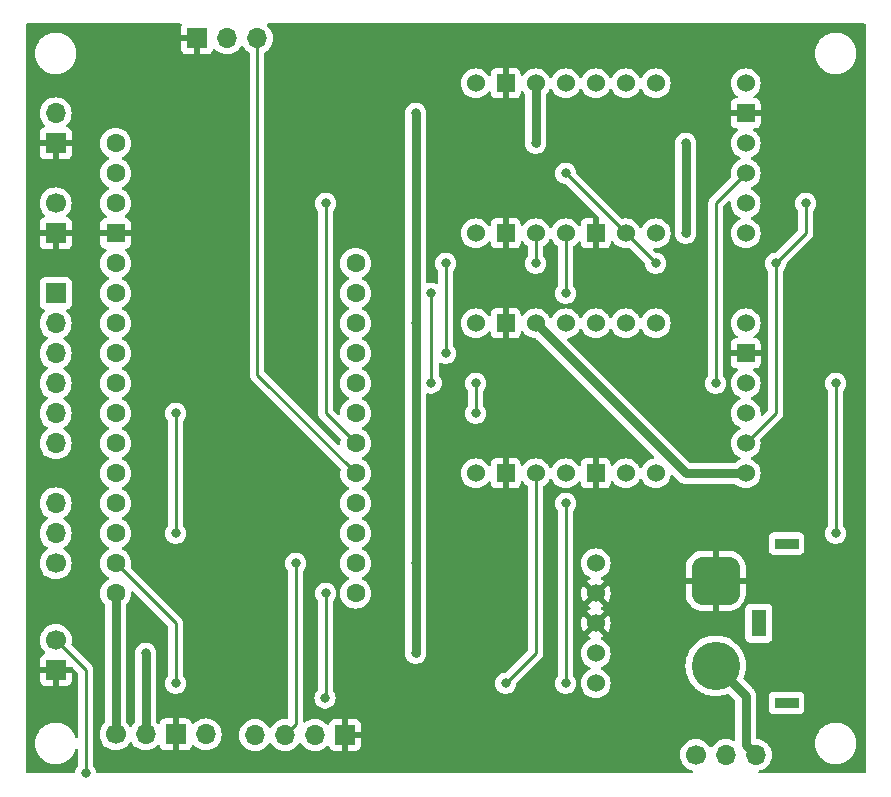
<source format=gbr>
%TF.GenerationSoftware,KiCad,Pcbnew,7.0.6-7.0.6~ubuntu22.04.1*%
%TF.CreationDate,2023-07-22T12:28:40-05:00*%
%TF.ProjectId,vango-pcb,76616e67-6f2d-4706-9362-2e6b69636164,rev?*%
%TF.SameCoordinates,Original*%
%TF.FileFunction,Copper,L2,Bot*%
%TF.FilePolarity,Positive*%
%FSLAX46Y46*%
G04 Gerber Fmt 4.6, Leading zero omitted, Abs format (unit mm)*
G04 Created by KiCad (PCBNEW 7.0.6-7.0.6~ubuntu22.04.1) date 2023-07-22 12:28:40*
%MOMM*%
%LPD*%
G01*
G04 APERTURE LIST*
G04 Aperture macros list*
%AMRoundRect*
0 Rectangle with rounded corners*
0 $1 Rounding radius*
0 $2 $3 $4 $5 $6 $7 $8 $9 X,Y pos of 4 corners*
0 Add a 4 corners polygon primitive as box body*
4,1,4,$2,$3,$4,$5,$6,$7,$8,$9,$2,$3,0*
0 Add four circle primitives for the rounded corners*
1,1,$1+$1,$2,$3*
1,1,$1+$1,$4,$5*
1,1,$1+$1,$6,$7*
1,1,$1+$1,$8,$9*
0 Add four rect primitives between the rounded corners*
20,1,$1+$1,$2,$3,$4,$5,0*
20,1,$1+$1,$4,$5,$6,$7,0*
20,1,$1+$1,$6,$7,$8,$9,0*
20,1,$1+$1,$8,$9,$2,$3,0*%
G04 Aperture macros list end*
%TA.AperFunction,ComponentPad*%
%ADD10C,1.524000*%
%TD*%
%TA.AperFunction,ComponentPad*%
%ADD11R,1.524000X1.524000*%
%TD*%
%TA.AperFunction,ComponentPad*%
%ADD12C,1.700000*%
%TD*%
%TA.AperFunction,ComponentPad*%
%ADD13O,1.700000X1.700000*%
%TD*%
%TA.AperFunction,ComponentPad*%
%ADD14C,1.600000*%
%TD*%
%TA.AperFunction,ComponentPad*%
%ADD15R,1.600000X1.600000*%
%TD*%
%TA.AperFunction,ComponentPad*%
%ADD16R,2.000000X0.900000*%
%TD*%
%TA.AperFunction,ComponentPad*%
%ADD17RoundRect,1.025000X-1.025000X1.025000X-1.025000X-1.025000X1.025000X-1.025000X1.025000X1.025000X0*%
%TD*%
%TA.AperFunction,ComponentPad*%
%ADD18C,4.100000*%
%TD*%
%TA.AperFunction,ComponentPad*%
%ADD19R,1.300000X2.300000*%
%TD*%
%TA.AperFunction,ComponentPad*%
%ADD20R,1.700000X1.700000*%
%TD*%
%TA.AperFunction,ViaPad*%
%ADD21C,0.800000*%
%TD*%
%TA.AperFunction,Conductor*%
%ADD22C,0.250000*%
%TD*%
%TA.AperFunction,Conductor*%
%ADD23C,0.750000*%
%TD*%
G04 APERTURE END LIST*
D10*
%TO.P,U2,1,EN*%
%TO.N,unconnected-(U2-EN-Pad1)*%
X86360000Y-109220000D03*
%TO.P,U2,2,VIN*%
%TO.N,Net-(SW1-B)*%
X86360000Y-106680000D03*
%TO.P,U2,3,GND*%
%TO.N,GND*%
X86360000Y-104140000D03*
%TO.P,U2,4,GND*%
X86360000Y-101600000D03*
%TO.P,U2,5,VOUT*%
%TO.N,+5V*%
X86360000Y-99060000D03*
%TD*%
%TO.P,U3,1,VM*%
%TO.N,unconnected-(U3-VM-Pad1)*%
X76200000Y-71120000D03*
D11*
%TO.P,U3,2,GND*%
%TO.N,GND*%
X78740000Y-71120000D03*
D10*
%TO.P,U3,3,EN/IN1*%
%TO.N,/IO13*%
X81280000Y-71120000D03*
%TO.P,U3,4,PH/IN2*%
%TO.N,/IO12*%
X83820000Y-71120000D03*
D11*
%TO.P,U3,5,PMODE*%
%TO.N,GND*%
X86360000Y-71120000D03*
D10*
%TO.P,U3,6,~{SLEEP}*%
%TO.N,+3V3*%
X88900000Y-71120000D03*
%TO.P,U3,7,VREF*%
%TO.N,unconnected-(U3-VREF-Pad7)*%
X91440000Y-71120000D03*
%TO.P,U3,8,VIN*%
%TO.N,+5V*%
X76200000Y-58420000D03*
D11*
%TO.P,U3,9,GND*%
%TO.N,GND*%
X78740000Y-58420000D03*
D10*
%TO.P,U3,10,OUT1*%
%TO.N,Net-(U3-OUT1)*%
X81280000Y-58420000D03*
%TO.P,U3,11,OUT2*%
%TO.N,Net-(U3-OUT2)*%
X83820000Y-58420000D03*
%TO.P,U3,12,IMODE*%
%TO.N,unconnected-(U3-IMODE-Pad12)*%
X86360000Y-58420000D03*
%TO.P,U3,13,~{FAULT}*%
%TO.N,unconnected-(U3-~{FAULT}-Pad13)*%
X88900000Y-58420000D03*
%TO.P,U3,14,CS*%
%TO.N,unconnected-(U3-CS-Pad14)*%
X91440000Y-58420000D03*
%TD*%
%TO.P,U5,1,M1*%
%TO.N,Net-(U3-OUT2)*%
X99060000Y-58420000D03*
D11*
%TO.P,U5,2,GND*%
%TO.N,GND*%
X99060000Y-60960000D03*
D10*
%TO.P,U5,3,C1*%
%TO.N,/IO33*%
X99060000Y-63500000D03*
%TO.P,U5,4,C2*%
%TO.N,/IO27*%
X99060000Y-66040000D03*
%TO.P,U5,5,VCC*%
%TO.N,+3V3*%
X99060000Y-68580000D03*
%TO.P,U5,6,M2*%
%TO.N,Net-(U3-OUT1)*%
X99060000Y-71120000D03*
%TD*%
%TO.P,U4,1,M1*%
%TO.N,Net-(U1-OUT2)*%
X99060000Y-78740000D03*
D11*
%TO.P,U4,2,GND*%
%TO.N,GND*%
X99060000Y-81280000D03*
D10*
%TO.P,U4,3,C1*%
%TO.N,/IO14*%
X99060000Y-83820000D03*
%TO.P,U4,4,C2*%
%TO.N,/IO16*%
X99060000Y-86360000D03*
%TO.P,U4,5,VCC*%
%TO.N,+3V3*%
X99060000Y-88900000D03*
%TO.P,U4,6,M2*%
%TO.N,Net-(U1-OUT1)*%
X99060000Y-91440000D03*
%TD*%
D12*
%TO.P,J5,1,Pin_1*%
%TO.N,/MISO*%
X40640000Y-99060000D03*
D13*
%TO.P,J5,2,Pin_2*%
%TO.N,/MOSI*%
X40640000Y-96520000D03*
%TO.P,J5,3,Pin_3*%
%TO.N,/SCK*%
X40640000Y-93980000D03*
%TD*%
D10*
%TO.P,U1,1,VM*%
%TO.N,unconnected-(U1-VM-Pad1)*%
X76200000Y-91440000D03*
D11*
%TO.P,U1,2,GND*%
%TO.N,GND*%
X78740000Y-91440000D03*
D10*
%TO.P,U1,3,EN/IN1*%
%TO.N,/IO17*%
X81280000Y-91440000D03*
%TO.P,U1,4,PH/IN2*%
%TO.N,/IO32*%
X83820000Y-91440000D03*
D11*
%TO.P,U1,5,PMODE*%
%TO.N,GND*%
X86360000Y-91440000D03*
D10*
%TO.P,U1,6,~{SLEEP}*%
%TO.N,+3V3*%
X88900000Y-91440000D03*
%TO.P,U1,7,VREF*%
%TO.N,unconnected-(U1-VREF-Pad7)*%
X91440000Y-91440000D03*
%TO.P,U1,8,VIN*%
%TO.N,+5V*%
X76200000Y-78740000D03*
D11*
%TO.P,U1,9,GND*%
%TO.N,GND*%
X78740000Y-78740000D03*
D10*
%TO.P,U1,10,OUT1*%
%TO.N,Net-(U1-OUT1)*%
X81280000Y-78740000D03*
%TO.P,U1,11,OUT2*%
%TO.N,Net-(U1-OUT2)*%
X83820000Y-78740000D03*
%TO.P,U1,12,IMODE*%
%TO.N,unconnected-(U1-IMODE-Pad12)*%
X86360000Y-78740000D03*
%TO.P,U1,13,~{FAULT}*%
%TO.N,unconnected-(U1-~{FAULT}-Pad13)*%
X88900000Y-78740000D03*
%TO.P,U1,14,CS*%
%TO.N,unconnected-(U1-CS-Pad14)*%
X91440000Y-78740000D03*
%TD*%
D14*
%TO.P,A1,1,~{RESET}*%
%TO.N,unconnected-(A1-~{RESET}-Pad1)*%
X45720000Y-63500000D03*
%TO.P,A1,2,3V3*%
%TO.N,+3V3*%
X45720000Y-66040000D03*
%TO.P,A1,3,NC*%
%TO.N,unconnected-(A1-NC-Pad3)*%
X45720000Y-68580000D03*
D15*
%TO.P,A1,4,GND*%
%TO.N,GND*%
X45720000Y-71120000D03*
D14*
%TO.P,A1,5,DAC2/A0*%
%TO.N,/A0*%
X45720000Y-73660000D03*
%TO.P,A1,6,DAC1/A1*%
%TO.N,/A1*%
X45720000Y-76200000D03*
%TO.P,A1,7,I34/A2*%
%TO.N,/A2*%
X45720000Y-78740000D03*
%TO.P,A1,8,I39/A3*%
%TO.N,/A3*%
X45720000Y-81280000D03*
%TO.P,A1,9,IO36/A4*%
%TO.N,/A4*%
X45720000Y-83820000D03*
%TO.P,A1,10,IO4/A5*%
%TO.N,/A5*%
X45720000Y-86360000D03*
%TO.P,A1,11,SCK/IO5*%
%TO.N,/SCK*%
X45720000Y-88900000D03*
%TO.P,A1,12,MOSI/IO18*%
%TO.N,/MOSI*%
X45720000Y-91440000D03*
%TO.P,A1,13,MISO/IO19*%
%TO.N,/MISO*%
X45720000Y-93980000D03*
%TO.P,A1,14,RX/IO16*%
%TO.N,/IO16*%
X45720000Y-96520000D03*
%TO.P,A1,15,TX/IO17*%
%TO.N,/IO17*%
X45720000Y-99060000D03*
%TO.P,A1,16,IO21*%
%TO.N,Net-(A1-IO21)*%
X45720000Y-101600000D03*
%TO.P,A1,17,SDA/IO23*%
%TO.N,/SDA*%
X66040000Y-101600000D03*
%TO.P,A1,18,SCL/IO22*%
%TO.N,/SCL*%
X66040000Y-99060000D03*
%TO.P,A1,19,A6/IO14*%
%TO.N,/IO14*%
X66040000Y-96520000D03*
%TO.P,A1,20,A7/IO32*%
%TO.N,/IO32*%
X66040000Y-93980000D03*
%TO.P,A1,21,A8/IO15*%
%TO.N,/A8*%
X66040000Y-91440000D03*
%TO.P,A1,22,A9/IO33*%
%TO.N,/IO33*%
X66040000Y-88900000D03*
%TO.P,A1,23,A10/IO27*%
%TO.N,/IO27*%
X66040000Y-86360000D03*
%TO.P,A1,24,A11/IO12*%
%TO.N,/IO12*%
X66040000Y-83820000D03*
%TO.P,A1,25,A12/IO13*%
%TO.N,/IO13*%
X66040000Y-81280000D03*
%TO.P,A1,26,USB*%
%TO.N,unconnected-(A1-USB-Pad26)*%
X66040000Y-78740000D03*
%TO.P,A1,27,EN*%
%TO.N,unconnected-(A1-EN-Pad27)*%
X66040000Y-76200000D03*
%TO.P,A1,28,VBAT*%
%TO.N,unconnected-(A1-VBAT-Pad28)*%
X66040000Y-73660000D03*
%TD*%
D16*
%TO.P,J1,*%
%TO.N,*%
X102520000Y-97390000D03*
X102520000Y-110890000D03*
D17*
%TO.P,J1,1,-*%
%TO.N,GND*%
X96520000Y-100540000D03*
D18*
%TO.P,J1,2,+*%
%TO.N,Net-(J1-+)*%
X96520000Y-107740000D03*
D19*
%TO.P,J1,3*%
%TO.N,N/C*%
X100170000Y-104140000D03*
%TD*%
D12*
%TO.P,J2,1,Pin_1*%
%TO.N,Net-(A1-IO21)*%
X45720000Y-113550613D03*
D13*
%TO.P,J2,2,Pin_2*%
%TO.N,+5V*%
X48260000Y-113550613D03*
D20*
%TO.P,J2,3,Pin_3*%
%TO.N,GND*%
X50800000Y-113550613D03*
D13*
%TO.P,J2,4,Pin_4*%
%TO.N,unconnected-(J2-Pin_4-Pad4)*%
X53340000Y-113550613D03*
%TD*%
D12*
%TO.P,3V3,1,Pin_1*%
%TO.N,+3V3*%
X40650001Y-105557669D03*
D20*
%TO.P,3V3,2,Pin_2*%
%TO.N,GND*%
X40650001Y-108097669D03*
%TD*%
%TO.P,J3,1,Pin_1*%
%TO.N,GND*%
X65142934Y-113602966D03*
D13*
%TO.P,J3,2,Pin_2*%
%TO.N,+3V3*%
X62602934Y-113602966D03*
%TO.P,J3,3,Pin_3*%
%TO.N,/SCL*%
X60062934Y-113602966D03*
%TO.P,J3,4,Pin_4*%
%TO.N,/SDA*%
X57522934Y-113602966D03*
%TD*%
D12*
%TO.P,SW1,1,A*%
%TO.N,unconnected-(SW1-A-Pad1)*%
X94845827Y-115277438D03*
D13*
%TO.P,SW1,2,B*%
%TO.N,Net-(SW1-B)*%
X97385827Y-115277438D03*
%TO.P,SW1,3,C*%
%TO.N,Net-(J1-+)*%
X99925827Y-115277438D03*
%TD*%
D12*
%TO.P,J6,1,Pin_1*%
%TO.N,+3V3*%
X40640000Y-68580000D03*
D20*
%TO.P,J6,2,Pin_2*%
%TO.N,GND*%
X40640000Y-71120000D03*
%TD*%
%TO.P,J4,1,Pin_1*%
%TO.N,/A0*%
X40640000Y-76200000D03*
D13*
%TO.P,J4,2,Pin_2*%
%TO.N,/A1*%
X40640000Y-78740000D03*
%TO.P,J4,3,Pin_3*%
%TO.N,/A2*%
X40640000Y-81280000D03*
%TO.P,J4,4,Pin_4*%
%TO.N,/A3*%
X40640000Y-83820000D03*
%TO.P,J4,5,Pin_5*%
%TO.N,/A4*%
X40640000Y-86360000D03*
%TO.P,J4,6,Pin_6*%
%TO.N,/A5*%
X40640000Y-88900000D03*
%TD*%
D20*
%TO.P,J7,1,Pin_1*%
%TO.N,GND*%
X40640000Y-63500000D03*
D13*
%TO.P,J7,2,Pin_2*%
%TO.N,+5V*%
X40640000Y-60960000D03*
%TD*%
D20*
%TO.P,J8,1,Pin_1*%
%TO.N,GND*%
X52609498Y-54608195D03*
D13*
%TO.P,J8,2,Pin_2*%
%TO.N,+5V*%
X55149498Y-54608195D03*
%TO.P,J8,3,Pin_3*%
%TO.N,/A8*%
X57689498Y-54608195D03*
%TD*%
D21*
%TO.N,+3V3*%
X83820000Y-93980000D03*
X101600000Y-73660000D03*
X83820000Y-66040000D03*
X104140000Y-68580000D03*
X83820000Y-109220000D03*
X43180000Y-116840000D03*
X91440000Y-73660000D03*
%TO.N,/IO16*%
X50800000Y-96520000D03*
X50800000Y-86360000D03*
%TO.N,/IO17*%
X50800000Y-109220000D03*
X78740000Y-109220000D03*
%TO.N,/SDA*%
X63500000Y-101600000D03*
X63446101Y-110460695D03*
%TO.N,/SCL*%
X60960000Y-99060000D03*
%TO.N,/IO14*%
X106680000Y-96520000D03*
X106680000Y-83820000D03*
%TO.N,/IO33*%
X63500000Y-68580000D03*
%TO.N,/IO27*%
X66040000Y-86360000D03*
X96520000Y-83820000D03*
X76200000Y-83820000D03*
X76200000Y-86360000D03*
%TO.N,/IO12*%
X83820000Y-76200000D03*
X72429506Y-76199999D03*
X72429506Y-83807787D03*
%TO.N,/IO13*%
X73660000Y-73660000D03*
X73660000Y-81280000D03*
X81280000Y-73660000D03*
%TO.N,+5V*%
X71120000Y-99060000D03*
X71120000Y-78740000D03*
X48260000Y-106680000D03*
X71120000Y-106680000D03*
X71120000Y-60960000D03*
%TO.N,Net-(U3-OUT1)*%
X81280000Y-63500000D03*
X93980000Y-71120000D03*
X93980000Y-63500000D03*
%TD*%
D22*
%TO.N,+3V3*%
X101600000Y-73660000D02*
X101600000Y-86360000D01*
X43180000Y-108087668D02*
X43180000Y-116840000D01*
X88900000Y-71120000D02*
X91440000Y-73660000D01*
X40650001Y-105557669D02*
X43180000Y-108087668D01*
X83820000Y-109220000D02*
X83820000Y-93980000D01*
X101600000Y-73660000D02*
X104140000Y-71120000D01*
X83820000Y-66040000D02*
X88900000Y-71120000D01*
X101600000Y-86360000D02*
X99060000Y-88900000D01*
X104140000Y-71120000D02*
X104140000Y-68580000D01*
%TO.N,/IO16*%
X50800000Y-96520000D02*
X50800000Y-86360000D01*
%TO.N,/IO17*%
X81280000Y-106680000D02*
X78740000Y-109220000D01*
X50800000Y-104140000D02*
X45720000Y-99060000D01*
X50800000Y-109220000D02*
X50800000Y-104140000D01*
X81280000Y-91440000D02*
X81280000Y-106680000D01*
D23*
%TO.N,Net-(A1-IO21)*%
X45720000Y-113550613D02*
X45720000Y-101600000D01*
D22*
X46049818Y-101929818D02*
X45720000Y-101600000D01*
%TO.N,/SDA*%
X63500000Y-110406796D02*
X63446101Y-110460695D01*
X63500000Y-101600000D02*
X63500000Y-110406796D01*
%TO.N,/SCL*%
X60960000Y-112705900D02*
X60960000Y-99060000D01*
X60062934Y-113602966D02*
X60960000Y-112705900D01*
%TO.N,/IO14*%
X106680000Y-83820000D02*
X106680000Y-96520000D01*
%TO.N,/A8*%
X57689498Y-54608195D02*
X57689498Y-83089498D01*
X57689498Y-83089498D02*
X66040000Y-91440000D01*
%TO.N,/IO33*%
X63500000Y-86360000D02*
X66040000Y-88900000D01*
X63500000Y-68580000D02*
X63500000Y-86360000D01*
%TO.N,/IO27*%
X96520000Y-68580000D02*
X99060000Y-66040000D01*
X76200000Y-83820000D02*
X76200000Y-86360000D01*
X96520000Y-83820000D02*
X96520000Y-68580000D01*
%TO.N,/IO12*%
X72429506Y-76199999D02*
X72429506Y-83807787D01*
X83820000Y-71120000D02*
X83820000Y-76200000D01*
%TO.N,/IO13*%
X81280000Y-71120000D02*
X81280000Y-73660000D01*
X73660000Y-73660000D02*
X73660000Y-81280000D01*
D23*
%TO.N,+5V*%
X71120000Y-106680000D02*
X71120000Y-99060000D01*
X71120000Y-99060000D02*
X71120000Y-78740000D01*
X71120000Y-78740000D02*
X71120000Y-60960000D01*
X48260000Y-106680000D02*
X48260000Y-113550613D01*
%TO.N,Net-(U1-OUT1)*%
X81280000Y-78740000D02*
X93980000Y-91440000D01*
X93980000Y-91440000D02*
X99060000Y-91440000D01*
%TO.N,Net-(U3-OUT1)*%
X93980000Y-63500000D02*
X93980000Y-71120000D01*
X81280000Y-58420000D02*
X81280000Y-63500000D01*
%TO.N,Net-(J1-+)*%
X99060000Y-110280000D02*
X99060000Y-114411611D01*
X96520000Y-107740000D02*
X99060000Y-110280000D01*
X99060000Y-114411611D02*
X99925827Y-115277438D01*
%TD*%
%TA.AperFunction,Conductor*%
%TO.N,GND*%
G36*
X51270354Y-53359685D02*
G01*
X51316109Y-53412489D01*
X51326053Y-53481647D01*
X51317554Y-53507166D01*
X51319244Y-53507796D01*
X51265901Y-53650815D01*
X51265899Y-53650822D01*
X51259498Y-53710350D01*
X51259498Y-54358195D01*
X52175812Y-54358195D01*
X52150005Y-54398351D01*
X52109498Y-54536306D01*
X52109498Y-54680084D01*
X52150005Y-54818039D01*
X52175812Y-54858195D01*
X51259498Y-54858195D01*
X51259498Y-55506039D01*
X51265899Y-55565567D01*
X51265901Y-55565574D01*
X51316143Y-55700281D01*
X51316147Y-55700288D01*
X51402307Y-55815382D01*
X51402310Y-55815385D01*
X51517404Y-55901545D01*
X51517411Y-55901549D01*
X51652118Y-55951791D01*
X51652125Y-55951793D01*
X51711653Y-55958194D01*
X51711670Y-55958195D01*
X52359498Y-55958195D01*
X52359498Y-55043696D01*
X52467183Y-55092875D01*
X52573735Y-55108195D01*
X52645261Y-55108195D01*
X52751813Y-55092875D01*
X52859498Y-55043696D01*
X52859498Y-55958195D01*
X53507326Y-55958195D01*
X53507342Y-55958194D01*
X53566870Y-55951793D01*
X53566877Y-55951791D01*
X53701584Y-55901549D01*
X53701591Y-55901545D01*
X53816685Y-55815385D01*
X53816688Y-55815382D01*
X53902848Y-55700288D01*
X53902852Y-55700281D01*
X53951920Y-55568724D01*
X53993791Y-55512790D01*
X54059255Y-55488373D01*
X54127528Y-55503225D01*
X54155783Y-55524376D01*
X54278097Y-55646690D01*
X54354633Y-55700281D01*
X54471663Y-55782227D01*
X54471665Y-55782228D01*
X54471668Y-55782230D01*
X54685835Y-55882098D01*
X54685841Y-55882099D01*
X54685842Y-55882100D01*
X54740783Y-55896821D01*
X54914090Y-55943258D01*
X55084817Y-55958195D01*
X55149497Y-55963854D01*
X55149498Y-55963854D01*
X55149499Y-55963854D01*
X55214179Y-55958195D01*
X55384906Y-55943258D01*
X55613161Y-55882098D01*
X55827328Y-55782230D01*
X56020899Y-55646690D01*
X56187993Y-55479596D01*
X56317922Y-55294037D01*
X56372500Y-55250412D01*
X56441998Y-55243218D01*
X56504353Y-55274741D01*
X56521073Y-55294037D01*
X56650998Y-55479590D01*
X56651003Y-55479596D01*
X56818097Y-55646690D01*
X57011122Y-55781848D01*
X57054746Y-55836423D01*
X57063998Y-55883421D01*
X57063998Y-83006753D01*
X57062273Y-83022370D01*
X57062559Y-83022397D01*
X57061824Y-83030163D01*
X57063998Y-83099312D01*
X57063998Y-83128841D01*
X57063999Y-83128858D01*
X57064866Y-83135729D01*
X57065324Y-83141548D01*
X57066788Y-83188122D01*
X57066789Y-83188125D01*
X57072378Y-83207365D01*
X57076322Y-83226409D01*
X57078834Y-83246289D01*
X57095988Y-83289617D01*
X57097880Y-83295145D01*
X57110880Y-83339888D01*
X57120606Y-83356335D01*
X57121078Y-83357132D01*
X57129636Y-83374601D01*
X57137012Y-83393230D01*
X57164396Y-83430921D01*
X57167604Y-83435805D01*
X57191325Y-83475914D01*
X57191331Y-83475922D01*
X57205488Y-83490078D01*
X57218126Y-83504874D01*
X57229903Y-83521084D01*
X57229904Y-83521085D01*
X57265807Y-83550786D01*
X57270118Y-83554708D01*
X63037554Y-89322145D01*
X64740586Y-91025177D01*
X64774071Y-91086500D01*
X64772680Y-91144949D01*
X64754367Y-91213296D01*
X64754364Y-91213313D01*
X64734532Y-91439999D01*
X64734532Y-91440001D01*
X64754364Y-91666686D01*
X64754366Y-91666697D01*
X64813258Y-91886488D01*
X64813261Y-91886497D01*
X64909431Y-92092732D01*
X64909432Y-92092734D01*
X65039954Y-92279141D01*
X65200858Y-92440045D01*
X65200861Y-92440047D01*
X65387266Y-92570568D01*
X65445275Y-92597618D01*
X65497714Y-92643791D01*
X65516866Y-92710984D01*
X65496650Y-92777865D01*
X65445275Y-92822382D01*
X65387267Y-92849431D01*
X65387265Y-92849432D01*
X65200858Y-92979954D01*
X65039954Y-93140858D01*
X64909432Y-93327265D01*
X64909431Y-93327267D01*
X64813261Y-93533502D01*
X64813258Y-93533511D01*
X64754366Y-93753302D01*
X64754364Y-93753313D01*
X64734532Y-93979998D01*
X64734532Y-93980001D01*
X64754364Y-94206686D01*
X64754366Y-94206697D01*
X64813258Y-94426488D01*
X64813261Y-94426497D01*
X64909431Y-94632732D01*
X64909432Y-94632734D01*
X65039954Y-94819141D01*
X65200858Y-94980045D01*
X65200861Y-94980047D01*
X65387266Y-95110568D01*
X65445275Y-95137618D01*
X65497714Y-95183791D01*
X65516866Y-95250984D01*
X65496650Y-95317865D01*
X65445275Y-95362382D01*
X65387267Y-95389431D01*
X65387265Y-95389432D01*
X65200858Y-95519954D01*
X65039954Y-95680858D01*
X64909432Y-95867265D01*
X64909431Y-95867267D01*
X64813261Y-96073502D01*
X64813258Y-96073511D01*
X64754366Y-96293302D01*
X64754364Y-96293313D01*
X64734532Y-96519998D01*
X64734532Y-96520001D01*
X64754364Y-96746686D01*
X64754366Y-96746697D01*
X64813258Y-96966488D01*
X64813261Y-96966497D01*
X64909431Y-97172732D01*
X64909432Y-97172734D01*
X65039954Y-97359141D01*
X65200858Y-97520045D01*
X65200861Y-97520047D01*
X65387266Y-97650568D01*
X65445275Y-97677618D01*
X65497714Y-97723791D01*
X65516866Y-97790984D01*
X65496650Y-97857865D01*
X65445275Y-97902382D01*
X65387267Y-97929431D01*
X65387265Y-97929432D01*
X65200858Y-98059954D01*
X65039954Y-98220858D01*
X64909432Y-98407265D01*
X64909431Y-98407267D01*
X64813261Y-98613502D01*
X64813258Y-98613511D01*
X64754366Y-98833302D01*
X64754364Y-98833313D01*
X64734532Y-99059998D01*
X64734532Y-99060001D01*
X64754364Y-99286686D01*
X64754366Y-99286697D01*
X64813258Y-99506488D01*
X64813261Y-99506497D01*
X64909431Y-99712732D01*
X64909432Y-99712734D01*
X65039954Y-99899141D01*
X65200858Y-100060045D01*
X65200861Y-100060047D01*
X65387266Y-100190568D01*
X65445275Y-100217618D01*
X65497714Y-100263791D01*
X65516866Y-100330984D01*
X65496650Y-100397865D01*
X65445275Y-100442382D01*
X65387267Y-100469431D01*
X65387265Y-100469432D01*
X65200858Y-100599954D01*
X65039954Y-100760858D01*
X64909432Y-100947265D01*
X64909431Y-100947267D01*
X64813261Y-101153502D01*
X64813258Y-101153511D01*
X64754366Y-101373302D01*
X64754364Y-101373313D01*
X64734532Y-101599998D01*
X64734532Y-101600001D01*
X64754364Y-101826686D01*
X64754366Y-101826697D01*
X64813258Y-102046488D01*
X64813261Y-102046497D01*
X64909431Y-102252732D01*
X64909432Y-102252734D01*
X65039954Y-102439141D01*
X65200858Y-102600045D01*
X65200861Y-102600047D01*
X65387266Y-102730568D01*
X65593504Y-102826739D01*
X65813308Y-102885635D01*
X65975230Y-102899801D01*
X66039998Y-102905468D01*
X66040000Y-102905468D01*
X66040002Y-102905468D01*
X66096673Y-102900509D01*
X66266692Y-102885635D01*
X66486496Y-102826739D01*
X66692734Y-102730568D01*
X66879139Y-102600047D01*
X67040047Y-102439139D01*
X67170568Y-102252734D01*
X67266739Y-102046496D01*
X67325635Y-101826692D01*
X67345468Y-101600000D01*
X67325635Y-101373308D01*
X67266739Y-101153504D01*
X67170568Y-100947266D01*
X67040047Y-100760861D01*
X67040045Y-100760858D01*
X66879141Y-100599954D01*
X66692734Y-100469432D01*
X66692728Y-100469429D01*
X66634725Y-100442382D01*
X66582285Y-100396210D01*
X66563133Y-100329017D01*
X66583348Y-100262135D01*
X66634725Y-100217618D01*
X66692734Y-100190568D01*
X66879139Y-100060047D01*
X67040047Y-99899139D01*
X67170568Y-99712734D01*
X67266739Y-99506496D01*
X67325635Y-99286692D01*
X67345468Y-99060000D01*
X67345453Y-99059834D01*
X67339801Y-98995230D01*
X67325635Y-98833308D01*
X67266739Y-98613504D01*
X67170568Y-98407266D01*
X67040047Y-98220861D01*
X67040045Y-98220858D01*
X66879141Y-98059954D01*
X66692734Y-97929432D01*
X66692728Y-97929429D01*
X66634725Y-97902382D01*
X66582285Y-97856210D01*
X66563133Y-97789017D01*
X66583348Y-97722135D01*
X66634725Y-97677618D01*
X66692734Y-97650568D01*
X66879139Y-97520047D01*
X67040047Y-97359139D01*
X67170568Y-97172734D01*
X67266739Y-96966496D01*
X67325635Y-96746692D01*
X67345468Y-96520000D01*
X67325635Y-96293308D01*
X67266739Y-96073504D01*
X67170568Y-95867266D01*
X67040047Y-95680861D01*
X67040045Y-95680858D01*
X66879141Y-95519954D01*
X66692734Y-95389432D01*
X66692728Y-95389429D01*
X66634725Y-95362382D01*
X66582285Y-95316210D01*
X66563133Y-95249017D01*
X66583348Y-95182135D01*
X66634725Y-95137618D01*
X66692734Y-95110568D01*
X66879139Y-94980047D01*
X67040047Y-94819139D01*
X67170568Y-94632734D01*
X67266739Y-94426496D01*
X67325635Y-94206692D01*
X67345468Y-93980000D01*
X67325635Y-93753308D01*
X67266739Y-93533504D01*
X67170568Y-93327266D01*
X67040047Y-93140861D01*
X67040045Y-93140858D01*
X66879141Y-92979954D01*
X66692734Y-92849432D01*
X66692728Y-92849429D01*
X66634725Y-92822382D01*
X66582285Y-92776210D01*
X66563133Y-92709017D01*
X66583348Y-92642135D01*
X66634725Y-92597618D01*
X66692734Y-92570568D01*
X66879139Y-92440047D01*
X67040047Y-92279139D01*
X67170568Y-92092734D01*
X67266739Y-91886496D01*
X67325635Y-91666692D01*
X67345468Y-91440000D01*
X67325635Y-91213308D01*
X67266739Y-90993504D01*
X67170568Y-90787266D01*
X67040047Y-90600861D01*
X67040045Y-90600858D01*
X66879141Y-90439954D01*
X66692734Y-90309432D01*
X66692728Y-90309429D01*
X66634725Y-90282382D01*
X66582285Y-90236210D01*
X66563133Y-90169017D01*
X66583348Y-90102135D01*
X66634725Y-90057618D01*
X66692734Y-90030568D01*
X66879139Y-89900047D01*
X67040047Y-89739139D01*
X67170568Y-89552734D01*
X67266739Y-89346496D01*
X67325635Y-89126692D01*
X67345468Y-88900000D01*
X67325635Y-88673308D01*
X67266739Y-88453504D01*
X67170568Y-88247266D01*
X67040047Y-88060861D01*
X67040045Y-88060858D01*
X66879141Y-87899954D01*
X66692734Y-87769432D01*
X66692728Y-87769429D01*
X66634725Y-87742382D01*
X66582285Y-87696210D01*
X66563133Y-87629017D01*
X66583348Y-87562135D01*
X66634725Y-87517618D01*
X66692734Y-87490568D01*
X66879139Y-87360047D01*
X67040047Y-87199139D01*
X67170568Y-87012734D01*
X67266739Y-86806496D01*
X67325635Y-86586692D01*
X67345468Y-86360000D01*
X67325635Y-86133308D01*
X67266739Y-85913504D01*
X67170568Y-85707266D01*
X67040047Y-85520861D01*
X67040045Y-85520858D01*
X66879141Y-85359954D01*
X66692734Y-85229432D01*
X66692728Y-85229429D01*
X66634725Y-85202382D01*
X66582285Y-85156210D01*
X66563133Y-85089017D01*
X66583348Y-85022135D01*
X66634725Y-84977618D01*
X66692734Y-84950568D01*
X66879139Y-84820047D01*
X67040047Y-84659139D01*
X67170568Y-84472734D01*
X67266739Y-84266496D01*
X67325635Y-84046692D01*
X67345468Y-83820000D01*
X67344399Y-83807787D01*
X67339801Y-83755230D01*
X67325635Y-83593308D01*
X67266739Y-83373504D01*
X67170568Y-83167266D01*
X67040047Y-82980861D01*
X67040045Y-82980858D01*
X66879141Y-82819954D01*
X66692734Y-82689432D01*
X66692728Y-82689429D01*
X66634725Y-82662382D01*
X66582285Y-82616210D01*
X66563133Y-82549017D01*
X66583348Y-82482135D01*
X66634725Y-82437618D01*
X66692734Y-82410568D01*
X66879139Y-82280047D01*
X67040047Y-82119139D01*
X67170568Y-81932734D01*
X67266739Y-81726496D01*
X67325635Y-81506692D01*
X67345468Y-81280000D01*
X67325635Y-81053308D01*
X67266739Y-80833504D01*
X67170568Y-80627266D01*
X67040047Y-80440861D01*
X67040045Y-80440858D01*
X66879141Y-80279954D01*
X66692734Y-80149432D01*
X66692728Y-80149429D01*
X66634725Y-80122382D01*
X66582285Y-80076210D01*
X66563133Y-80009017D01*
X66583348Y-79942135D01*
X66634725Y-79897618D01*
X66692734Y-79870568D01*
X66879139Y-79740047D01*
X67040047Y-79579139D01*
X67170568Y-79392734D01*
X67266739Y-79186496D01*
X67325635Y-78966692D01*
X67345468Y-78740000D01*
X67325635Y-78513308D01*
X67266739Y-78293504D01*
X67170568Y-78087266D01*
X67040047Y-77900861D01*
X67040045Y-77900858D01*
X66879141Y-77739954D01*
X66692734Y-77609432D01*
X66692728Y-77609429D01*
X66665038Y-77596517D01*
X66634724Y-77582381D01*
X66582285Y-77536210D01*
X66563133Y-77469017D01*
X66583348Y-77402135D01*
X66634725Y-77357618D01*
X66692734Y-77330568D01*
X66879139Y-77200047D01*
X67040047Y-77039139D01*
X67170568Y-76852734D01*
X67266739Y-76646496D01*
X67325635Y-76426692D01*
X67345468Y-76200000D01*
X67325635Y-75973308D01*
X67266739Y-75753504D01*
X67170568Y-75547266D01*
X67040047Y-75360861D01*
X67040045Y-75360858D01*
X66879141Y-75199954D01*
X66692734Y-75069432D01*
X66692728Y-75069429D01*
X66634725Y-75042382D01*
X66582285Y-74996210D01*
X66563133Y-74929017D01*
X66583348Y-74862135D01*
X66634725Y-74817618D01*
X66692734Y-74790568D01*
X66879139Y-74660047D01*
X67040047Y-74499139D01*
X67170568Y-74312734D01*
X67266739Y-74106496D01*
X67325635Y-73886692D01*
X67345468Y-73660000D01*
X67325635Y-73433308D01*
X67266739Y-73213504D01*
X67170568Y-73007266D01*
X67040047Y-72820861D01*
X67040045Y-72820858D01*
X66879141Y-72659954D01*
X66692734Y-72529432D01*
X66692732Y-72529431D01*
X66486497Y-72433261D01*
X66486488Y-72433258D01*
X66266697Y-72374366D01*
X66266693Y-72374365D01*
X66266692Y-72374365D01*
X66266691Y-72374364D01*
X66266686Y-72374364D01*
X66040002Y-72354532D01*
X66039998Y-72354532D01*
X65813313Y-72374364D01*
X65813302Y-72374366D01*
X65593511Y-72433258D01*
X65593502Y-72433261D01*
X65387267Y-72529431D01*
X65387265Y-72529432D01*
X65200858Y-72659954D01*
X65039954Y-72820858D01*
X64909432Y-73007265D01*
X64909431Y-73007267D01*
X64813261Y-73213502D01*
X64813258Y-73213511D01*
X64754366Y-73433302D01*
X64754364Y-73433313D01*
X64734532Y-73659998D01*
X64734532Y-73660001D01*
X64754364Y-73886686D01*
X64754366Y-73886697D01*
X64813258Y-74106488D01*
X64813261Y-74106497D01*
X64909431Y-74312732D01*
X64909432Y-74312734D01*
X65039954Y-74499141D01*
X65200858Y-74660045D01*
X65200861Y-74660047D01*
X65387266Y-74790568D01*
X65445275Y-74817618D01*
X65497714Y-74863791D01*
X65516866Y-74930984D01*
X65496650Y-74997865D01*
X65445275Y-75042382D01*
X65387267Y-75069431D01*
X65387265Y-75069432D01*
X65200858Y-75199954D01*
X65039954Y-75360858D01*
X64909432Y-75547265D01*
X64909431Y-75547267D01*
X64813261Y-75753502D01*
X64813258Y-75753511D01*
X64754366Y-75973302D01*
X64754364Y-75973313D01*
X64734532Y-76199998D01*
X64734532Y-76200001D01*
X64754364Y-76426686D01*
X64754366Y-76426697D01*
X64813258Y-76646488D01*
X64813261Y-76646497D01*
X64909431Y-76852732D01*
X64909432Y-76852734D01*
X65039954Y-77039141D01*
X65200858Y-77200045D01*
X65200861Y-77200047D01*
X65387266Y-77330568D01*
X65445275Y-77357618D01*
X65497714Y-77403791D01*
X65516866Y-77470984D01*
X65496650Y-77537865D01*
X65445275Y-77582381D01*
X65428272Y-77590310D01*
X65387267Y-77609431D01*
X65387265Y-77609432D01*
X65200858Y-77739954D01*
X65039954Y-77900858D01*
X64909432Y-78087265D01*
X64909431Y-78087267D01*
X64813261Y-78293502D01*
X64813258Y-78293511D01*
X64754366Y-78513302D01*
X64754364Y-78513313D01*
X64734532Y-78739998D01*
X64734532Y-78740001D01*
X64754364Y-78966686D01*
X64754366Y-78966697D01*
X64813258Y-79186488D01*
X64813261Y-79186497D01*
X64909431Y-79392732D01*
X64909432Y-79392734D01*
X65039954Y-79579141D01*
X65200858Y-79740045D01*
X65200861Y-79740047D01*
X65387266Y-79870568D01*
X65445275Y-79897618D01*
X65497714Y-79943791D01*
X65516866Y-80010984D01*
X65496650Y-80077865D01*
X65445275Y-80122382D01*
X65387267Y-80149431D01*
X65387265Y-80149432D01*
X65200858Y-80279954D01*
X65039954Y-80440858D01*
X64909432Y-80627265D01*
X64909431Y-80627267D01*
X64813261Y-80833502D01*
X64813258Y-80833511D01*
X64754366Y-81053302D01*
X64754364Y-81053313D01*
X64734532Y-81279998D01*
X64734532Y-81280001D01*
X64754364Y-81506686D01*
X64754366Y-81506697D01*
X64813258Y-81726488D01*
X64813261Y-81726497D01*
X64909431Y-81932732D01*
X64909432Y-81932734D01*
X65039954Y-82119141D01*
X65200858Y-82280045D01*
X65200861Y-82280047D01*
X65387266Y-82410568D01*
X65445275Y-82437618D01*
X65497714Y-82483791D01*
X65516866Y-82550984D01*
X65496650Y-82617865D01*
X65445275Y-82662382D01*
X65387267Y-82689431D01*
X65387265Y-82689432D01*
X65200858Y-82819954D01*
X65039954Y-82980858D01*
X64909432Y-83167265D01*
X64909431Y-83167267D01*
X64813261Y-83373502D01*
X64813258Y-83373511D01*
X64754366Y-83593302D01*
X64754364Y-83593313D01*
X64734532Y-83819998D01*
X64734532Y-83820001D01*
X64754364Y-84046686D01*
X64754366Y-84046697D01*
X64813258Y-84266488D01*
X64813261Y-84266497D01*
X64909431Y-84472732D01*
X64909432Y-84472734D01*
X65039954Y-84659141D01*
X65200858Y-84820045D01*
X65200861Y-84820047D01*
X65387266Y-84950568D01*
X65445275Y-84977618D01*
X65497714Y-85023791D01*
X65516866Y-85090984D01*
X65496650Y-85157865D01*
X65445275Y-85202382D01*
X65387267Y-85229431D01*
X65387265Y-85229432D01*
X65200858Y-85359954D01*
X65039954Y-85520858D01*
X64909432Y-85707265D01*
X64909431Y-85707267D01*
X64813261Y-85913502D01*
X64813258Y-85913511D01*
X64754366Y-86133302D01*
X64754364Y-86133313D01*
X64734532Y-86359998D01*
X64734532Y-86360002D01*
X64738390Y-86404102D01*
X64724623Y-86472602D01*
X64676008Y-86522785D01*
X64607979Y-86538718D01*
X64542135Y-86515342D01*
X64527181Y-86502590D01*
X64161819Y-86137228D01*
X64128334Y-86075905D01*
X64125500Y-86049547D01*
X64125500Y-69278687D01*
X64145185Y-69211648D01*
X64157350Y-69195715D01*
X64175891Y-69175122D01*
X64232533Y-69112216D01*
X64327179Y-68948284D01*
X64385674Y-68768256D01*
X64405460Y-68580000D01*
X64385674Y-68391744D01*
X64327179Y-68211716D01*
X64232533Y-68047784D01*
X64105871Y-67907112D01*
X64105870Y-67907111D01*
X63952734Y-67795851D01*
X63952729Y-67795848D01*
X63779807Y-67718857D01*
X63779802Y-67718855D01*
X63634001Y-67687865D01*
X63594646Y-67679500D01*
X63405354Y-67679500D01*
X63372897Y-67686398D01*
X63220197Y-67718855D01*
X63220192Y-67718857D01*
X63047270Y-67795848D01*
X63047265Y-67795851D01*
X62894129Y-67907111D01*
X62767466Y-68047785D01*
X62672821Y-68211715D01*
X62672818Y-68211722D01*
X62614327Y-68391740D01*
X62614326Y-68391744D01*
X62594540Y-68580000D01*
X62614326Y-68768256D01*
X62614327Y-68768259D01*
X62672818Y-68948277D01*
X62672821Y-68948284D01*
X62767466Y-69112215D01*
X62842649Y-69195715D01*
X62872879Y-69258707D01*
X62874499Y-69278687D01*
X62874499Y-86277261D01*
X62872776Y-86292878D01*
X62873060Y-86292905D01*
X62872326Y-86300664D01*
X62874500Y-86369814D01*
X62874500Y-86399343D01*
X62874501Y-86399360D01*
X62875368Y-86406231D01*
X62875826Y-86412050D01*
X62877290Y-86458624D01*
X62877291Y-86458627D01*
X62882880Y-86477867D01*
X62886824Y-86496911D01*
X62889336Y-86516792D01*
X62904175Y-86554272D01*
X62906490Y-86560119D01*
X62908382Y-86565647D01*
X62921381Y-86610388D01*
X62931580Y-86627634D01*
X62940136Y-86645100D01*
X62947514Y-86663732D01*
X62971506Y-86696755D01*
X62974898Y-86701423D01*
X62978106Y-86706307D01*
X63001827Y-86746416D01*
X63001833Y-86746424D01*
X63015990Y-86760580D01*
X63028627Y-86775375D01*
X63040406Y-86791587D01*
X63058418Y-86806488D01*
X63076309Y-86821288D01*
X63080620Y-86825210D01*
X64340786Y-88085377D01*
X64740586Y-88485177D01*
X64774071Y-88546500D01*
X64772680Y-88604949D01*
X64754367Y-88673296D01*
X64754364Y-88673313D01*
X64734532Y-88899999D01*
X64734532Y-88900002D01*
X64738390Y-88944102D01*
X64724623Y-89012602D01*
X64676008Y-89062785D01*
X64607979Y-89078718D01*
X64542135Y-89055342D01*
X64527181Y-89042590D01*
X58351317Y-82866726D01*
X58317832Y-82805403D01*
X58314998Y-82779045D01*
X58314998Y-69394615D01*
X58314998Y-58420002D01*
X74932677Y-58420002D01*
X74951929Y-58640062D01*
X74951930Y-58640070D01*
X75009104Y-58853445D01*
X75009105Y-58853447D01*
X75009106Y-58853450D01*
X75042382Y-58924811D01*
X75102466Y-59053662D01*
X75102468Y-59053666D01*
X75229170Y-59234615D01*
X75229175Y-59234621D01*
X75385378Y-59390824D01*
X75385384Y-59390829D01*
X75566333Y-59517531D01*
X75566335Y-59517532D01*
X75566338Y-59517534D01*
X75766550Y-59610894D01*
X75979932Y-59668070D01*
X76137123Y-59681822D01*
X76199998Y-59687323D01*
X76200000Y-59687323D01*
X76200002Y-59687323D01*
X76255017Y-59682509D01*
X76420068Y-59668070D01*
X76633450Y-59610894D01*
X76833662Y-59517534D01*
X77014620Y-59390826D01*
X77170826Y-59234620D01*
X77252425Y-59118083D01*
X77307002Y-59074459D01*
X77376500Y-59067265D01*
X77438855Y-59098788D01*
X77474269Y-59159017D01*
X77478000Y-59189207D01*
X77478000Y-59229844D01*
X77484401Y-59289372D01*
X77484403Y-59289379D01*
X77534645Y-59424086D01*
X77534649Y-59424093D01*
X77620809Y-59539187D01*
X77620812Y-59539190D01*
X77735906Y-59625350D01*
X77735913Y-59625354D01*
X77870620Y-59675596D01*
X77870627Y-59675598D01*
X77930155Y-59681999D01*
X77930172Y-59682000D01*
X78490000Y-59682000D01*
X78490000Y-58708220D01*
X78556157Y-58759713D01*
X78676422Y-58801000D01*
X78771569Y-58801000D01*
X78865421Y-58785339D01*
X78977251Y-58724820D01*
X78990000Y-58710970D01*
X78990000Y-59682000D01*
X79549828Y-59682000D01*
X79549844Y-59681999D01*
X79609372Y-59675598D01*
X79609379Y-59675596D01*
X79744086Y-59625354D01*
X79744093Y-59625350D01*
X79859187Y-59539190D01*
X79859190Y-59539187D01*
X79945350Y-59424093D01*
X79945354Y-59424086D01*
X79995596Y-59289379D01*
X79995598Y-59289372D01*
X80001999Y-59229844D01*
X80002000Y-59229827D01*
X80002000Y-59189207D01*
X80021685Y-59122168D01*
X80074489Y-59076413D01*
X80143647Y-59066469D01*
X80207203Y-59095494D01*
X80227573Y-59118082D01*
X80256236Y-59159017D01*
X80309170Y-59234615D01*
X80309175Y-59234621D01*
X80368181Y-59293627D01*
X80401666Y-59354950D01*
X80404500Y-59381308D01*
X80404500Y-63260792D01*
X80398432Y-63299108D01*
X80394326Y-63311742D01*
X80394326Y-63311743D01*
X80394326Y-63311744D01*
X80374540Y-63500000D01*
X80394326Y-63688256D01*
X80394327Y-63688259D01*
X80452818Y-63868277D01*
X80452821Y-63868284D01*
X80547467Y-64032216D01*
X80655982Y-64152734D01*
X80674129Y-64172888D01*
X80827265Y-64284148D01*
X80827270Y-64284151D01*
X81000192Y-64361142D01*
X81000197Y-64361144D01*
X81185354Y-64400500D01*
X81185355Y-64400500D01*
X81374644Y-64400500D01*
X81374646Y-64400500D01*
X81559803Y-64361144D01*
X81732730Y-64284151D01*
X81885871Y-64172888D01*
X82012533Y-64032216D01*
X82107179Y-63868284D01*
X82165674Y-63688256D01*
X82185460Y-63500000D01*
X82165674Y-63311744D01*
X82161567Y-63299105D01*
X82155500Y-63260792D01*
X82155500Y-59381308D01*
X82175185Y-59314269D01*
X82191819Y-59293627D01*
X82214378Y-59271067D01*
X82250826Y-59234620D01*
X82377534Y-59053662D01*
X82437617Y-58924811D01*
X82483790Y-58872371D01*
X82550983Y-58853219D01*
X82617865Y-58873435D01*
X82662382Y-58924811D01*
X82722464Y-59053658D01*
X82722468Y-59053666D01*
X82849170Y-59234615D01*
X82849175Y-59234621D01*
X83005378Y-59390824D01*
X83005384Y-59390829D01*
X83186333Y-59517531D01*
X83186335Y-59517532D01*
X83186338Y-59517534D01*
X83386550Y-59610894D01*
X83599932Y-59668070D01*
X83757123Y-59681822D01*
X83819998Y-59687323D01*
X83820000Y-59687323D01*
X83820002Y-59687323D01*
X83875017Y-59682509D01*
X84040068Y-59668070D01*
X84253450Y-59610894D01*
X84453662Y-59517534D01*
X84634620Y-59390826D01*
X84790826Y-59234620D01*
X84917534Y-59053662D01*
X84977617Y-58924811D01*
X85023790Y-58872371D01*
X85090983Y-58853219D01*
X85157865Y-58873435D01*
X85202382Y-58924811D01*
X85262464Y-59053658D01*
X85262468Y-59053666D01*
X85389170Y-59234615D01*
X85389175Y-59234621D01*
X85545378Y-59390824D01*
X85545384Y-59390829D01*
X85726333Y-59517531D01*
X85726335Y-59517532D01*
X85726338Y-59517534D01*
X85926550Y-59610894D01*
X86139932Y-59668070D01*
X86297123Y-59681822D01*
X86359998Y-59687323D01*
X86360000Y-59687323D01*
X86360002Y-59687323D01*
X86415017Y-59682509D01*
X86580068Y-59668070D01*
X86793450Y-59610894D01*
X86993662Y-59517534D01*
X87174620Y-59390826D01*
X87330826Y-59234620D01*
X87457534Y-59053662D01*
X87517617Y-58924811D01*
X87563790Y-58872371D01*
X87630983Y-58853219D01*
X87697865Y-58873435D01*
X87742382Y-58924811D01*
X87802464Y-59053658D01*
X87802468Y-59053666D01*
X87929170Y-59234615D01*
X87929175Y-59234621D01*
X88085378Y-59390824D01*
X88085384Y-59390829D01*
X88266333Y-59517531D01*
X88266335Y-59517532D01*
X88266338Y-59517534D01*
X88466550Y-59610894D01*
X88679932Y-59668070D01*
X88837123Y-59681822D01*
X88899998Y-59687323D01*
X88900000Y-59687323D01*
X88900002Y-59687323D01*
X88955016Y-59682509D01*
X89120068Y-59668070D01*
X89333450Y-59610894D01*
X89533662Y-59517534D01*
X89714620Y-59390826D01*
X89870826Y-59234620D01*
X89997534Y-59053662D01*
X90057617Y-58924811D01*
X90103790Y-58872371D01*
X90170983Y-58853219D01*
X90237865Y-58873435D01*
X90282382Y-58924811D01*
X90342464Y-59053658D01*
X90342468Y-59053666D01*
X90469170Y-59234615D01*
X90469175Y-59234621D01*
X90625378Y-59390824D01*
X90625384Y-59390829D01*
X90806333Y-59517531D01*
X90806335Y-59517532D01*
X90806338Y-59517534D01*
X91006550Y-59610894D01*
X91219932Y-59668070D01*
X91377123Y-59681822D01*
X91439998Y-59687323D01*
X91440000Y-59687323D01*
X91440002Y-59687323D01*
X91495017Y-59682509D01*
X91660068Y-59668070D01*
X91873450Y-59610894D01*
X92073662Y-59517534D01*
X92254620Y-59390826D01*
X92410826Y-59234620D01*
X92537534Y-59053662D01*
X92630894Y-58853450D01*
X92688070Y-58640068D01*
X92707323Y-58420000D01*
X92704532Y-58388102D01*
X92693748Y-58264838D01*
X92688070Y-58199932D01*
X92630894Y-57986550D01*
X92537534Y-57786339D01*
X92428415Y-57630500D01*
X92410827Y-57605381D01*
X92349799Y-57544353D01*
X92254620Y-57449174D01*
X92254616Y-57449171D01*
X92254615Y-57449170D01*
X92073666Y-57322468D01*
X92073662Y-57322466D01*
X92073662Y-57322465D01*
X91873450Y-57229106D01*
X91873447Y-57229105D01*
X91873445Y-57229104D01*
X91660070Y-57171930D01*
X91660062Y-57171929D01*
X91440002Y-57152677D01*
X91439998Y-57152677D01*
X91219937Y-57171929D01*
X91219929Y-57171930D01*
X91006554Y-57229104D01*
X91006548Y-57229107D01*
X90806340Y-57322465D01*
X90806338Y-57322466D01*
X90625377Y-57449175D01*
X90469175Y-57605377D01*
X90342466Y-57786338D01*
X90342465Y-57786340D01*
X90282382Y-57915189D01*
X90236209Y-57967628D01*
X90169016Y-57986780D01*
X90102135Y-57966564D01*
X90057618Y-57915189D01*
X89997534Y-57786340D01*
X89997533Y-57786338D01*
X89870827Y-57605381D01*
X89809799Y-57544353D01*
X89714620Y-57449174D01*
X89714616Y-57449171D01*
X89714615Y-57449170D01*
X89533666Y-57322468D01*
X89533662Y-57322466D01*
X89533662Y-57322465D01*
X89333450Y-57229106D01*
X89333447Y-57229105D01*
X89333445Y-57229104D01*
X89120070Y-57171930D01*
X89120062Y-57171929D01*
X88900002Y-57152677D01*
X88899998Y-57152677D01*
X88679937Y-57171929D01*
X88679929Y-57171930D01*
X88466554Y-57229104D01*
X88466548Y-57229107D01*
X88266340Y-57322465D01*
X88266338Y-57322466D01*
X88085377Y-57449175D01*
X87929175Y-57605377D01*
X87802466Y-57786338D01*
X87802465Y-57786340D01*
X87742382Y-57915189D01*
X87696209Y-57967628D01*
X87629016Y-57986780D01*
X87562135Y-57966564D01*
X87517618Y-57915189D01*
X87457534Y-57786340D01*
X87457533Y-57786338D01*
X87330827Y-57605381D01*
X87269799Y-57544353D01*
X87174620Y-57449174D01*
X87174616Y-57449171D01*
X87174615Y-57449170D01*
X86993666Y-57322468D01*
X86993662Y-57322466D01*
X86993662Y-57322465D01*
X86793450Y-57229106D01*
X86793447Y-57229105D01*
X86793445Y-57229104D01*
X86580070Y-57171930D01*
X86580062Y-57171929D01*
X86360002Y-57152677D01*
X86359998Y-57152677D01*
X86139937Y-57171929D01*
X86139929Y-57171930D01*
X85926554Y-57229104D01*
X85926548Y-57229107D01*
X85726340Y-57322465D01*
X85726338Y-57322466D01*
X85545377Y-57449175D01*
X85389175Y-57605377D01*
X85262466Y-57786338D01*
X85262465Y-57786340D01*
X85202382Y-57915189D01*
X85156209Y-57967628D01*
X85089016Y-57986780D01*
X85022135Y-57966564D01*
X84977618Y-57915189D01*
X84917534Y-57786340D01*
X84917533Y-57786338D01*
X84790827Y-57605381D01*
X84729799Y-57544353D01*
X84634620Y-57449174D01*
X84634616Y-57449171D01*
X84634615Y-57449170D01*
X84453666Y-57322468D01*
X84453662Y-57322466D01*
X84453662Y-57322465D01*
X84253450Y-57229106D01*
X84253447Y-57229105D01*
X84253445Y-57229104D01*
X84040070Y-57171930D01*
X84040062Y-57171929D01*
X83820002Y-57152677D01*
X83819998Y-57152677D01*
X83599937Y-57171929D01*
X83599929Y-57171930D01*
X83386554Y-57229104D01*
X83386548Y-57229107D01*
X83186340Y-57322465D01*
X83186338Y-57322466D01*
X83005377Y-57449175D01*
X82849175Y-57605377D01*
X82722466Y-57786338D01*
X82722465Y-57786340D01*
X82662382Y-57915189D01*
X82616209Y-57967628D01*
X82549016Y-57986780D01*
X82482135Y-57966564D01*
X82437618Y-57915189D01*
X82377534Y-57786340D01*
X82377533Y-57786338D01*
X82250827Y-57605381D01*
X82189799Y-57544353D01*
X82094620Y-57449174D01*
X82094616Y-57449171D01*
X82094615Y-57449170D01*
X81913666Y-57322468D01*
X81913662Y-57322466D01*
X81913662Y-57322465D01*
X81713450Y-57229106D01*
X81713447Y-57229105D01*
X81713445Y-57229104D01*
X81500070Y-57171930D01*
X81500062Y-57171929D01*
X81280002Y-57152677D01*
X81279998Y-57152677D01*
X81059937Y-57171929D01*
X81059929Y-57171930D01*
X80846554Y-57229104D01*
X80846548Y-57229107D01*
X80646340Y-57322465D01*
X80646338Y-57322466D01*
X80465377Y-57449175D01*
X80309175Y-57605377D01*
X80227575Y-57721916D01*
X80172998Y-57765541D01*
X80103500Y-57772735D01*
X80041145Y-57741212D01*
X80005731Y-57680983D01*
X80002000Y-57650793D01*
X80002000Y-57610172D01*
X80001999Y-57610155D01*
X79995598Y-57550627D01*
X79995596Y-57550620D01*
X79945354Y-57415913D01*
X79945350Y-57415906D01*
X79859190Y-57300812D01*
X79859187Y-57300809D01*
X79744093Y-57214649D01*
X79744086Y-57214645D01*
X79609379Y-57164403D01*
X79609372Y-57164401D01*
X79549844Y-57158000D01*
X78990000Y-57158000D01*
X78990000Y-58131779D01*
X78923843Y-58080287D01*
X78803578Y-58039000D01*
X78708431Y-58039000D01*
X78614579Y-58054661D01*
X78502749Y-58115180D01*
X78490000Y-58129029D01*
X78490000Y-57158000D01*
X77930155Y-57158000D01*
X77870627Y-57164401D01*
X77870620Y-57164403D01*
X77735913Y-57214645D01*
X77735906Y-57214649D01*
X77620812Y-57300809D01*
X77620809Y-57300812D01*
X77534649Y-57415906D01*
X77534645Y-57415913D01*
X77484403Y-57550620D01*
X77484401Y-57550627D01*
X77478000Y-57610155D01*
X77478000Y-57650793D01*
X77458315Y-57717832D01*
X77405511Y-57763587D01*
X77336353Y-57773531D01*
X77272797Y-57744506D01*
X77252425Y-57721916D01*
X77170827Y-57605381D01*
X77109799Y-57544353D01*
X77014620Y-57449174D01*
X77014616Y-57449171D01*
X77014615Y-57449170D01*
X76833666Y-57322468D01*
X76833662Y-57322466D01*
X76833662Y-57322465D01*
X76633450Y-57229106D01*
X76633447Y-57229105D01*
X76633445Y-57229104D01*
X76420070Y-57171930D01*
X76420062Y-57171929D01*
X76200002Y-57152677D01*
X76199998Y-57152677D01*
X75979937Y-57171929D01*
X75979929Y-57171930D01*
X75766554Y-57229104D01*
X75766548Y-57229107D01*
X75566340Y-57322465D01*
X75566338Y-57322466D01*
X75385377Y-57449175D01*
X75229175Y-57605377D01*
X75102466Y-57786338D01*
X75102465Y-57786340D01*
X75009107Y-57986548D01*
X75009104Y-57986554D01*
X74951930Y-58199929D01*
X74951929Y-58199937D01*
X74932677Y-58419997D01*
X74932677Y-58420002D01*
X58314998Y-58420002D01*
X58314998Y-55883417D01*
X58316001Y-55880000D01*
X104924592Y-55880000D01*
X104932274Y-55982522D01*
X104932447Y-55987136D01*
X104932447Y-56005718D01*
X104931578Y-56008675D01*
X104931803Y-56011669D01*
X104933226Y-56016144D01*
X104935997Y-56034525D01*
X104936516Y-56039133D01*
X104944198Y-56141631D01*
X104967070Y-56241838D01*
X104967932Y-56246396D01*
X104970703Y-56264778D01*
X104970284Y-56267833D01*
X104970950Y-56270751D01*
X104973026Y-56274967D01*
X104978512Y-56292751D01*
X104979712Y-56297230D01*
X105002578Y-56397411D01*
X105002579Y-56397413D01*
X105002580Y-56397416D01*
X105040137Y-56493111D01*
X105041665Y-56497477D01*
X105047143Y-56515237D01*
X105047184Y-56518313D01*
X105048281Y-56521107D01*
X105050961Y-56524965D01*
X105053977Y-56531229D01*
X105059025Y-56541712D01*
X105060879Y-56545961D01*
X105098431Y-56641641D01*
X105098433Y-56641645D01*
X105149823Y-56730655D01*
X105151991Y-56734756D01*
X105160056Y-56751503D01*
X105160556Y-56754540D01*
X105162057Y-56757141D01*
X105165282Y-56760556D01*
X105175751Y-56775910D01*
X105178218Y-56779837D01*
X105229613Y-56868855D01*
X105229619Y-56868864D01*
X105261340Y-56908640D01*
X105293701Y-56949219D01*
X105296449Y-56952944D01*
X105306927Y-56968312D01*
X105307874Y-56971243D01*
X105309737Y-56973579D01*
X105313435Y-56976475D01*
X105326093Y-56990117D01*
X105329119Y-56993633D01*
X105393194Y-57073980D01*
X105393203Y-57073989D01*
X105468543Y-57143894D01*
X105471819Y-57147169D01*
X105484461Y-57160794D01*
X105485833Y-57163546D01*
X105488039Y-57165593D01*
X105492120Y-57167902D01*
X105506653Y-57179491D01*
X105510162Y-57182510D01*
X105542635Y-57212640D01*
X105585518Y-57252431D01*
X105585523Y-57252435D01*
X105670444Y-57310333D01*
X105674176Y-57313087D01*
X105688712Y-57324680D01*
X105690479Y-57327198D01*
X105692947Y-57328880D01*
X105697338Y-57330560D01*
X105712144Y-57339108D01*
X105713447Y-57339861D01*
X105717354Y-57342315D01*
X105794791Y-57395111D01*
X105802293Y-57400226D01*
X105802303Y-57400232D01*
X105894894Y-57444821D01*
X105898994Y-57446987D01*
X105915098Y-57456285D01*
X105917223Y-57458514D01*
X105919920Y-57459813D01*
X105924518Y-57460821D01*
X105941838Y-57467620D01*
X105946083Y-57469472D01*
X106038677Y-57514063D01*
X106038687Y-57514066D01*
X106038692Y-57514068D01*
X106061318Y-57521046D01*
X106136922Y-57544367D01*
X106141253Y-57545883D01*
X106153340Y-57550627D01*
X106158586Y-57552686D01*
X106161015Y-57554569D01*
X106163877Y-57555452D01*
X106168565Y-57555764D01*
X106177517Y-57557807D01*
X106180458Y-57558477D01*
X106186703Y-57559903D01*
X106191159Y-57561097D01*
X106289385Y-57591396D01*
X106289388Y-57591396D01*
X106289390Y-57591397D01*
X106304527Y-57593678D01*
X106391050Y-57606719D01*
X106395548Y-57607570D01*
X106413705Y-57611714D01*
X106416391Y-57613217D01*
X106419346Y-57613662D01*
X106424026Y-57613271D01*
X106428562Y-57613610D01*
X106442586Y-57614661D01*
X106447144Y-57615174D01*
X106548818Y-57630500D01*
X106548824Y-57630500D01*
X106651608Y-57630500D01*
X106656225Y-57630672D01*
X106672019Y-57631855D01*
X106674781Y-57632063D01*
X106677660Y-57633148D01*
X106680645Y-57633148D01*
X106685219Y-57632063D01*
X106687980Y-57631855D01*
X106703774Y-57630672D01*
X106708392Y-57630500D01*
X106811176Y-57630500D01*
X106811182Y-57630500D01*
X106912858Y-57615174D01*
X106917416Y-57614661D01*
X106935970Y-57613271D01*
X106938978Y-57613914D01*
X106941943Y-57613467D01*
X106946308Y-57611711D01*
X106964469Y-57607566D01*
X106968919Y-57606724D01*
X107070615Y-57591396D01*
X107168858Y-57561092D01*
X107173296Y-57559903D01*
X107190613Y-57555951D01*
X107191437Y-57555763D01*
X107194505Y-57555951D01*
X107197368Y-57555068D01*
X107201411Y-57552686D01*
X107218750Y-57545882D01*
X107223074Y-57544368D01*
X107321323Y-57514063D01*
X107413938Y-57469461D01*
X107418169Y-57467616D01*
X107435491Y-57460818D01*
X107438555Y-57460546D01*
X107441239Y-57459254D01*
X107444891Y-57456290D01*
X107461033Y-57446970D01*
X107465073Y-57444836D01*
X107557704Y-57400228D01*
X107642668Y-57342300D01*
X107646527Y-57339875D01*
X107662661Y-57330560D01*
X107665652Y-57329835D01*
X107668117Y-57328154D01*
X107671285Y-57324681D01*
X107685823Y-57313087D01*
X107685836Y-57313076D01*
X107689529Y-57310350D01*
X107774479Y-57252433D01*
X107849865Y-57182484D01*
X107853294Y-57179532D01*
X107867881Y-57167900D01*
X107870722Y-57166740D01*
X107872922Y-57164699D01*
X107875530Y-57160803D01*
X107888204Y-57147143D01*
X107891421Y-57143926D01*
X107966805Y-57073981D01*
X108030909Y-56993596D01*
X108033904Y-56990117D01*
X108038198Y-56985488D01*
X108046564Y-56976474D01*
X108049208Y-56974899D01*
X108051065Y-56972569D01*
X108053073Y-56968310D01*
X108063554Y-56952937D01*
X108066279Y-56949244D01*
X108130386Y-56868857D01*
X108181800Y-56779804D01*
X108184229Y-56775939D01*
X108194717Y-56760555D01*
X108197096Y-56758604D01*
X108198593Y-56756012D01*
X108199940Y-56751510D01*
X108208020Y-56734731D01*
X108210150Y-56730700D01*
X108261568Y-56641643D01*
X108299129Y-56545937D01*
X108300958Y-56541743D01*
X108309040Y-56524962D01*
X108311099Y-56522681D01*
X108312195Y-56519887D01*
X108312857Y-56515237D01*
X108318344Y-56497449D01*
X108319861Y-56493114D01*
X108357420Y-56397416D01*
X108380298Y-56297181D01*
X108381486Y-56292748D01*
X108386975Y-56274959D01*
X108388672Y-56272395D01*
X108389335Y-56269489D01*
X108389296Y-56264780D01*
X108392071Y-56246370D01*
X108392924Y-56241863D01*
X108415802Y-56141630D01*
X108423485Y-56039102D01*
X108423997Y-56034548D01*
X108427553Y-56010961D01*
X108427553Y-56010954D01*
X108428190Y-56006729D01*
X108427694Y-56003415D01*
X108427695Y-56003338D01*
X108428171Y-55977840D01*
X108428331Y-55974427D01*
X108435408Y-55880000D01*
X108428332Y-55785575D01*
X108428171Y-55782156D01*
X108427693Y-55756583D01*
X108428336Y-55754235D01*
X108427192Y-55746645D01*
X108423998Y-55725457D01*
X108423484Y-55720891D01*
X108418440Y-55653577D01*
X108415803Y-55618377D01*
X108415802Y-55618373D01*
X108415802Y-55618370D01*
X108392925Y-55518141D01*
X108392067Y-55513604D01*
X108392067Y-55513602D01*
X108389296Y-55495220D01*
X108389714Y-55492168D01*
X108389048Y-55489253D01*
X108386972Y-55485031D01*
X108381484Y-55467241D01*
X108380286Y-55462767D01*
X108357420Y-55362584D01*
X108319862Y-55266887D01*
X108318348Y-55262565D01*
X108312856Y-55244762D01*
X108312815Y-55241687D01*
X108311707Y-55238865D01*
X108309015Y-55234985D01*
X108308682Y-55234294D01*
X108300970Y-55218280D01*
X108299117Y-55214030D01*
X108261569Y-55118359D01*
X108255701Y-55108195D01*
X108210155Y-55029308D01*
X108208016Y-55025259D01*
X108199940Y-55008489D01*
X108199440Y-55005454D01*
X108197943Y-55002861D01*
X108194718Y-54999443D01*
X108184245Y-54984083D01*
X108181782Y-54980163D01*
X108130386Y-54891143D01*
X108066297Y-54810779D01*
X108063549Y-54807054D01*
X108053072Y-54791687D01*
X108052123Y-54788755D01*
X108050265Y-54786424D01*
X108046564Y-54783524D01*
X108033899Y-54769876D01*
X108030888Y-54766377D01*
X107966805Y-54686019D01*
X107966801Y-54686015D01*
X107966796Y-54686010D01*
X107891454Y-54616103D01*
X107888173Y-54612822D01*
X107875531Y-54599196D01*
X107874161Y-54596449D01*
X107871967Y-54594412D01*
X107867879Y-54592098D01*
X107853335Y-54580499D01*
X107849848Y-54577499D01*
X107774479Y-54507567D01*
X107774473Y-54507563D01*
X107689569Y-54449676D01*
X107685837Y-54446922D01*
X107671285Y-54435317D01*
X107669518Y-54432799D01*
X107667054Y-54431120D01*
X107662659Y-54429438D01*
X107646563Y-54420145D01*
X107642636Y-54417677D01*
X107557704Y-54359772D01*
X107557700Y-54359770D01*
X107465095Y-54315173D01*
X107460995Y-54313006D01*
X107444899Y-54303713D01*
X107442773Y-54301483D01*
X107440086Y-54300189D01*
X107435489Y-54299180D01*
X107418169Y-54292383D01*
X107413918Y-54290528D01*
X107386650Y-54277397D01*
X107321323Y-54245937D01*
X107321318Y-54245935D01*
X107321312Y-54245933D01*
X107223103Y-54215639D01*
X107218726Y-54214108D01*
X107201414Y-54207314D01*
X107198983Y-54205429D01*
X107196127Y-54204548D01*
X107191434Y-54204236D01*
X107177494Y-54201054D01*
X107173309Y-54200099D01*
X107168831Y-54198899D01*
X107070623Y-54168606D01*
X107070619Y-54168605D01*
X107070617Y-54168604D01*
X107070615Y-54168604D01*
X107036438Y-54163452D01*
X106968974Y-54153283D01*
X106964422Y-54152422D01*
X106962753Y-54152041D01*
X106959124Y-54151213D01*
X106946285Y-54148282D01*
X106943599Y-54146779D01*
X106940654Y-54146335D01*
X106935970Y-54146726D01*
X106917407Y-54145335D01*
X106912799Y-54144816D01*
X106811189Y-54129500D01*
X106811182Y-54129500D01*
X106708378Y-54129500D01*
X106703740Y-54129326D01*
X106685222Y-54127938D01*
X106682346Y-54126854D01*
X106679346Y-54126854D01*
X106674777Y-54127938D01*
X106656260Y-54129326D01*
X106651622Y-54129500D01*
X106548808Y-54129500D01*
X106447198Y-54144816D01*
X106442590Y-54145335D01*
X106424027Y-54146726D01*
X106421020Y-54146082D01*
X106418073Y-54146526D01*
X106413706Y-54148283D01*
X106395582Y-54152421D01*
X106391025Y-54153283D01*
X106289378Y-54168605D01*
X106289375Y-54168606D01*
X106191171Y-54198898D01*
X106186692Y-54200098D01*
X106169866Y-54203938D01*
X106168613Y-54204225D01*
X106165526Y-54204037D01*
X106162637Y-54204928D01*
X106158586Y-54207313D01*
X106141272Y-54214108D01*
X106136895Y-54215640D01*
X106053666Y-54241313D01*
X106038684Y-54245935D01*
X106038671Y-54245939D01*
X106038665Y-54245941D01*
X105946073Y-54290530D01*
X105941820Y-54292386D01*
X105924504Y-54299181D01*
X105921442Y-54299452D01*
X105918754Y-54300746D01*
X105915098Y-54303714D01*
X105898996Y-54313009D01*
X105894898Y-54315175D01*
X105802300Y-54359769D01*
X105802288Y-54359776D01*
X105717366Y-54417675D01*
X105713438Y-54420143D01*
X105697336Y-54429439D01*
X105694344Y-54430164D01*
X105691881Y-54431843D01*
X105688717Y-54435313D01*
X105674171Y-54446915D01*
X105670437Y-54449670D01*
X105585525Y-54507563D01*
X105585524Y-54507564D01*
X105510172Y-54577478D01*
X105506662Y-54580499D01*
X105492133Y-54592088D01*
X105489282Y-54593252D01*
X105487081Y-54595294D01*
X105484468Y-54599198D01*
X105471833Y-54612815D01*
X105468553Y-54616095D01*
X105393197Y-54686015D01*
X105393193Y-54686020D01*
X105329120Y-54766364D01*
X105326096Y-54769878D01*
X105313438Y-54783520D01*
X105310793Y-54785094D01*
X105308931Y-54787430D01*
X105306925Y-54791689D01*
X105296439Y-54807068D01*
X105293686Y-54810799D01*
X105229614Y-54891141D01*
X105178217Y-54980161D01*
X105175760Y-54984073D01*
X105171714Y-54990011D01*
X105165278Y-54999449D01*
X105162898Y-55001399D01*
X105161403Y-55003990D01*
X105160057Y-55008491D01*
X105151991Y-55025242D01*
X105149823Y-55029344D01*
X105098435Y-55118348D01*
X105098433Y-55118354D01*
X105060879Y-55214035D01*
X105059026Y-55218282D01*
X105050963Y-55235028D01*
X105048900Y-55237312D01*
X105047803Y-55240106D01*
X105047142Y-55244765D01*
X105041661Y-55262531D01*
X105040130Y-55266908D01*
X105002580Y-55362584D01*
X104979713Y-55462767D01*
X104978512Y-55467246D01*
X104973026Y-55485033D01*
X104971327Y-55487597D01*
X104970662Y-55490513D01*
X104970703Y-55495221D01*
X104967932Y-55513602D01*
X104967070Y-55518158D01*
X104944199Y-55618363D01*
X104944197Y-55618373D01*
X104936516Y-55720867D01*
X104935996Y-55725477D01*
X104933226Y-55743856D01*
X104931929Y-55746645D01*
X104931705Y-55749633D01*
X104932447Y-55754280D01*
X104932447Y-55772862D01*
X104932274Y-55777479D01*
X104924592Y-55880000D01*
X58316001Y-55880000D01*
X58334682Y-55816382D01*
X58367869Y-55781851D01*
X58560899Y-55646690D01*
X58727993Y-55479596D01*
X58863533Y-55286025D01*
X58963401Y-55071858D01*
X59024561Y-54843603D01*
X59045157Y-54608195D01*
X59024561Y-54372787D01*
X58963401Y-54144532D01*
X58863533Y-53930366D01*
X58857923Y-53922353D01*
X58727992Y-53736792D01*
X58560900Y-53569701D01*
X58560892Y-53569694D01*
X58555010Y-53565576D01*
X58511384Y-53511001D01*
X58504189Y-53441502D01*
X58535710Y-53379147D01*
X58595939Y-53343732D01*
X58626131Y-53340000D01*
X109096000Y-53340000D01*
X109163039Y-53359685D01*
X109208794Y-53412489D01*
X109220000Y-53464000D01*
X109220000Y-116716000D01*
X109200315Y-116783039D01*
X109147511Y-116828794D01*
X109096000Y-116840000D01*
X100254072Y-116840000D01*
X100187033Y-116820315D01*
X100141278Y-116767511D01*
X100131334Y-116698353D01*
X100160359Y-116634797D01*
X100219137Y-116597023D01*
X100221979Y-116596225D01*
X100293903Y-116576953D01*
X100389490Y-116551341D01*
X100603657Y-116451473D01*
X100797228Y-116315933D01*
X100964322Y-116148839D01*
X101099862Y-115955268D01*
X101199730Y-115741101D01*
X101260890Y-115512846D01*
X101281486Y-115277438D01*
X101260890Y-115042030D01*
X101202608Y-114824516D01*
X101199732Y-114813782D01*
X101199731Y-114813781D01*
X101199730Y-114813775D01*
X101099862Y-114599609D01*
X101094252Y-114591596D01*
X100964321Y-114406035D01*
X100858285Y-114300000D01*
X104924592Y-114300000D01*
X104932274Y-114402522D01*
X104932447Y-114407136D01*
X104932447Y-114425718D01*
X104931578Y-114428675D01*
X104931803Y-114431669D01*
X104933226Y-114436144D01*
X104935997Y-114454525D01*
X104936516Y-114459133D01*
X104944198Y-114561631D01*
X104967070Y-114661838D01*
X104967932Y-114666396D01*
X104970703Y-114684778D01*
X104970284Y-114687833D01*
X104970950Y-114690751D01*
X104973026Y-114694967D01*
X104978512Y-114712751D01*
X104979712Y-114717230D01*
X105002578Y-114817411D01*
X105002579Y-114817413D01*
X105002580Y-114817416D01*
X105040137Y-114913111D01*
X105041665Y-114917477D01*
X105047143Y-114935237D01*
X105047184Y-114938313D01*
X105048281Y-114941107D01*
X105050961Y-114944965D01*
X105051730Y-114946562D01*
X105059025Y-114961712D01*
X105060879Y-114965961D01*
X105098431Y-115061641D01*
X105098433Y-115061645D01*
X105149823Y-115150655D01*
X105151991Y-115154756D01*
X105160056Y-115171503D01*
X105160556Y-115174540D01*
X105162057Y-115177141D01*
X105165282Y-115180556D01*
X105175751Y-115195910D01*
X105178218Y-115199837D01*
X105229613Y-115288855D01*
X105229619Y-115288864D01*
X105261340Y-115328640D01*
X105293701Y-115369219D01*
X105296449Y-115372944D01*
X105306927Y-115388312D01*
X105307874Y-115391243D01*
X105309737Y-115393579D01*
X105313435Y-115396475D01*
X105326093Y-115410117D01*
X105329119Y-115413633D01*
X105393194Y-115493980D01*
X105393203Y-115493989D01*
X105468543Y-115563894D01*
X105471819Y-115567169D01*
X105484461Y-115580794D01*
X105485833Y-115583546D01*
X105488039Y-115585593D01*
X105492120Y-115587902D01*
X105506653Y-115599491D01*
X105510162Y-115602510D01*
X105542635Y-115632640D01*
X105585518Y-115672431D01*
X105585523Y-115672435D01*
X105670444Y-115730333D01*
X105674176Y-115733087D01*
X105688712Y-115744680D01*
X105690479Y-115747198D01*
X105692947Y-115748880D01*
X105697338Y-115750560D01*
X105712144Y-115759108D01*
X105713447Y-115759861D01*
X105717354Y-115762315D01*
X105794791Y-115815111D01*
X105802293Y-115820226D01*
X105802303Y-115820232D01*
X105894894Y-115864821D01*
X105898994Y-115866987D01*
X105915098Y-115876285D01*
X105917223Y-115878514D01*
X105919920Y-115879813D01*
X105924518Y-115880821D01*
X105941838Y-115887620D01*
X105946083Y-115889472D01*
X106038677Y-115934063D01*
X106038687Y-115934066D01*
X106038692Y-115934068D01*
X106061318Y-115941046D01*
X106136922Y-115964367D01*
X106141253Y-115965883D01*
X106158583Y-115972685D01*
X106158586Y-115972686D01*
X106161015Y-115974569D01*
X106163877Y-115975452D01*
X106168565Y-115975764D01*
X106177517Y-115977807D01*
X106180458Y-115978477D01*
X106186703Y-115979903D01*
X106191159Y-115981097D01*
X106289385Y-116011396D01*
X106289388Y-116011396D01*
X106289390Y-116011397D01*
X106304527Y-116013678D01*
X106391050Y-116026719D01*
X106395548Y-116027570D01*
X106413705Y-116031714D01*
X106416391Y-116033217D01*
X106419346Y-116033662D01*
X106424026Y-116033271D01*
X106428562Y-116033610D01*
X106442586Y-116034661D01*
X106447144Y-116035174D01*
X106548818Y-116050500D01*
X106548824Y-116050500D01*
X106651608Y-116050500D01*
X106656225Y-116050672D01*
X106672019Y-116051855D01*
X106674781Y-116052063D01*
X106677660Y-116053148D01*
X106680645Y-116053148D01*
X106685219Y-116052063D01*
X106687980Y-116051855D01*
X106703774Y-116050672D01*
X106708392Y-116050500D01*
X106811176Y-116050500D01*
X106811182Y-116050500D01*
X106912858Y-116035174D01*
X106917416Y-116034661D01*
X106935970Y-116033271D01*
X106938978Y-116033914D01*
X106941943Y-116033467D01*
X106946308Y-116031711D01*
X106964469Y-116027566D01*
X106968919Y-116026724D01*
X107070615Y-116011396D01*
X107168858Y-115981092D01*
X107173296Y-115979903D01*
X107190613Y-115975951D01*
X107191437Y-115975763D01*
X107194505Y-115975951D01*
X107197368Y-115975068D01*
X107201411Y-115972686D01*
X107218750Y-115965882D01*
X107223074Y-115964368D01*
X107321323Y-115934063D01*
X107413938Y-115889461D01*
X107418169Y-115887616D01*
X107435491Y-115880818D01*
X107438555Y-115880546D01*
X107441239Y-115879254D01*
X107444891Y-115876290D01*
X107461033Y-115866970D01*
X107465073Y-115864836D01*
X107557704Y-115820228D01*
X107642668Y-115762300D01*
X107646527Y-115759875D01*
X107662661Y-115750560D01*
X107665652Y-115749835D01*
X107668117Y-115748154D01*
X107671285Y-115744681D01*
X107685823Y-115733087D01*
X107685836Y-115733076D01*
X107689529Y-115730350D01*
X107774479Y-115672433D01*
X107849865Y-115602484D01*
X107853294Y-115599532D01*
X107867881Y-115587900D01*
X107870722Y-115586740D01*
X107872922Y-115584699D01*
X107875530Y-115580803D01*
X107888204Y-115567143D01*
X107891421Y-115563926D01*
X107966805Y-115493981D01*
X108030909Y-115413596D01*
X108033904Y-115410117D01*
X108038198Y-115405488D01*
X108046564Y-115396474D01*
X108049208Y-115394899D01*
X108051065Y-115392569D01*
X108053073Y-115388310D01*
X108063554Y-115372937D01*
X108066279Y-115369244D01*
X108130386Y-115288857D01*
X108181800Y-115199804D01*
X108184229Y-115195939D01*
X108194717Y-115180555D01*
X108197096Y-115178604D01*
X108198593Y-115176012D01*
X108199940Y-115171510D01*
X108208020Y-115154731D01*
X108210150Y-115150700D01*
X108261568Y-115061643D01*
X108299129Y-114965937D01*
X108300958Y-114961743D01*
X108309040Y-114944962D01*
X108311099Y-114942681D01*
X108312195Y-114939887D01*
X108312857Y-114935237D01*
X108318344Y-114917449D01*
X108319861Y-114913114D01*
X108357420Y-114817416D01*
X108380298Y-114717181D01*
X108381486Y-114712748D01*
X108386975Y-114694959D01*
X108388672Y-114692395D01*
X108389335Y-114689489D01*
X108389296Y-114684780D01*
X108392071Y-114666370D01*
X108392924Y-114661863D01*
X108415802Y-114561630D01*
X108415899Y-114560345D01*
X108417984Y-114532517D01*
X108423485Y-114459102D01*
X108423997Y-114454548D01*
X108427553Y-114430961D01*
X108427553Y-114430954D01*
X108428190Y-114426729D01*
X108427694Y-114423415D01*
X108427720Y-114422008D01*
X108428171Y-114397840D01*
X108428331Y-114394427D01*
X108435408Y-114300000D01*
X108428332Y-114205575D01*
X108428171Y-114202156D01*
X108427693Y-114176583D01*
X108428336Y-114174235D01*
X108427192Y-114166645D01*
X108423998Y-114145457D01*
X108423484Y-114140891D01*
X108417919Y-114066621D01*
X108415803Y-114038377D01*
X108415802Y-114038373D01*
X108415802Y-114038370D01*
X108392925Y-113938141D01*
X108392067Y-113933604D01*
X108391905Y-113932528D01*
X108389296Y-113915220D01*
X108389714Y-113912168D01*
X108389048Y-113909253D01*
X108386972Y-113905031D01*
X108381484Y-113887241D01*
X108380286Y-113882767D01*
X108364319Y-113812810D01*
X108357423Y-113782595D01*
X108357421Y-113782590D01*
X108357420Y-113782584D01*
X108319862Y-113686887D01*
X108318348Y-113682565D01*
X108312856Y-113664762D01*
X108312815Y-113661687D01*
X108311707Y-113658865D01*
X108309015Y-113654985D01*
X108308682Y-113654294D01*
X108300970Y-113638280D01*
X108299117Y-113634030D01*
X108261569Y-113538359D01*
X108257365Y-113531077D01*
X108210155Y-113449308D01*
X108208016Y-113445259D01*
X108199940Y-113428489D01*
X108199440Y-113425454D01*
X108197943Y-113422861D01*
X108194718Y-113419443D01*
X108184245Y-113404083D01*
X108181776Y-113400154D01*
X108130386Y-113311143D01*
X108066297Y-113230779D01*
X108063549Y-113227054D01*
X108053072Y-113211687D01*
X108052123Y-113208755D01*
X108050265Y-113206424D01*
X108046564Y-113203524D01*
X108033899Y-113189876D01*
X108030888Y-113186377D01*
X107966805Y-113106019D01*
X107966801Y-113106015D01*
X107966796Y-113106010D01*
X107891454Y-113036103D01*
X107888173Y-113032822D01*
X107875531Y-113019196D01*
X107874161Y-113016449D01*
X107871967Y-113014412D01*
X107867879Y-113012098D01*
X107853335Y-113000499D01*
X107849848Y-112997499D01*
X107774479Y-112927567D01*
X107774473Y-112927563D01*
X107689569Y-112869676D01*
X107685837Y-112866922D01*
X107671285Y-112855317D01*
X107669518Y-112852799D01*
X107667054Y-112851120D01*
X107662659Y-112849438D01*
X107646563Y-112840145D01*
X107642636Y-112837677D01*
X107557704Y-112779772D01*
X107557700Y-112779770D01*
X107465095Y-112735173D01*
X107460995Y-112733006D01*
X107444899Y-112723713D01*
X107442773Y-112721483D01*
X107440086Y-112720189D01*
X107435489Y-112719180D01*
X107418169Y-112712383D01*
X107413918Y-112710528D01*
X107364614Y-112686785D01*
X107321323Y-112665937D01*
X107321318Y-112665935D01*
X107321312Y-112665933D01*
X107223103Y-112635639D01*
X107218726Y-112634108D01*
X107201414Y-112627314D01*
X107198983Y-112625429D01*
X107196127Y-112624548D01*
X107191434Y-112624236D01*
X107177494Y-112621054D01*
X107173309Y-112620099D01*
X107168831Y-112618899D01*
X107070623Y-112588606D01*
X107070619Y-112588605D01*
X107070617Y-112588604D01*
X107070615Y-112588604D01*
X107036438Y-112583452D01*
X106968974Y-112573283D01*
X106964422Y-112572422D01*
X106962753Y-112572041D01*
X106959124Y-112571213D01*
X106946285Y-112568282D01*
X106943599Y-112566779D01*
X106940654Y-112566335D01*
X106935970Y-112566726D01*
X106917407Y-112565335D01*
X106912799Y-112564816D01*
X106811189Y-112549500D01*
X106811182Y-112549500D01*
X106708378Y-112549500D01*
X106703740Y-112549326D01*
X106685222Y-112547938D01*
X106682346Y-112546854D01*
X106679346Y-112546854D01*
X106674777Y-112547938D01*
X106656260Y-112549326D01*
X106651622Y-112549500D01*
X106548808Y-112549500D01*
X106447198Y-112564816D01*
X106442590Y-112565335D01*
X106424027Y-112566726D01*
X106421020Y-112566082D01*
X106418073Y-112566526D01*
X106413706Y-112568283D01*
X106395582Y-112572421D01*
X106391025Y-112573283D01*
X106289378Y-112588605D01*
X106289375Y-112588606D01*
X106191171Y-112618898D01*
X106186692Y-112620098D01*
X106169866Y-112623938D01*
X106168613Y-112624225D01*
X106165526Y-112624037D01*
X106162637Y-112624928D01*
X106158586Y-112627313D01*
X106141272Y-112634108D01*
X106136895Y-112635640D01*
X106072247Y-112655582D01*
X106038684Y-112665935D01*
X106038671Y-112665939D01*
X106038665Y-112665941D01*
X105946073Y-112710530D01*
X105941820Y-112712386D01*
X105924504Y-112719181D01*
X105921442Y-112719452D01*
X105918754Y-112720746D01*
X105915098Y-112723714D01*
X105898996Y-112733009D01*
X105894898Y-112735175D01*
X105802300Y-112779769D01*
X105802288Y-112779776D01*
X105717366Y-112837675D01*
X105713438Y-112840143D01*
X105697336Y-112849439D01*
X105694344Y-112850164D01*
X105691881Y-112851843D01*
X105688717Y-112855313D01*
X105674171Y-112866915D01*
X105670437Y-112869670D01*
X105585525Y-112927563D01*
X105585524Y-112927564D01*
X105510172Y-112997478D01*
X105506662Y-113000499D01*
X105492133Y-113012088D01*
X105489282Y-113013252D01*
X105487081Y-113015294D01*
X105484468Y-113019198D01*
X105471833Y-113032815D01*
X105468553Y-113036095D01*
X105393197Y-113106015D01*
X105393193Y-113106020D01*
X105329120Y-113186364D01*
X105326096Y-113189878D01*
X105313438Y-113203520D01*
X105310793Y-113205094D01*
X105308931Y-113207430D01*
X105306925Y-113211689D01*
X105296439Y-113227068D01*
X105293686Y-113230799D01*
X105229614Y-113311141D01*
X105178213Y-113400168D01*
X105175748Y-113404092D01*
X105166329Y-113417908D01*
X105165287Y-113419436D01*
X105162904Y-113421389D01*
X105161403Y-113423990D01*
X105160057Y-113428491D01*
X105151991Y-113445242D01*
X105149823Y-113449344D01*
X105098435Y-113538348D01*
X105098433Y-113538354D01*
X105060879Y-113634035D01*
X105059026Y-113638282D01*
X105050963Y-113655028D01*
X105048900Y-113657312D01*
X105047803Y-113660106D01*
X105047142Y-113664765D01*
X105041661Y-113682531D01*
X105040130Y-113686908D01*
X105002580Y-113782584D01*
X104979713Y-113882767D01*
X104978512Y-113887246D01*
X104973026Y-113905033D01*
X104971327Y-113907597D01*
X104970662Y-113910513D01*
X104970703Y-113915221D01*
X104967932Y-113933602D01*
X104967070Y-113938158D01*
X104944199Y-114038363D01*
X104944197Y-114038373D01*
X104936516Y-114140867D01*
X104935996Y-114145477D01*
X104933226Y-114163856D01*
X104931929Y-114166645D01*
X104931705Y-114169633D01*
X104932447Y-114174280D01*
X104932447Y-114192862D01*
X104932274Y-114197479D01*
X104924592Y-114300000D01*
X100858285Y-114300000D01*
X100797229Y-114238944D01*
X100797222Y-114238939D01*
X100795865Y-114237989D01*
X100704880Y-114174280D01*
X100603661Y-114103405D01*
X100603657Y-114103403D01*
X100602720Y-114102966D01*
X100389490Y-114003535D01*
X100389486Y-114003534D01*
X100389482Y-114003532D01*
X100161240Y-113942376D01*
X100161230Y-113942374D01*
X100048691Y-113932528D01*
X99983622Y-113907075D01*
X99942644Y-113850484D01*
X99935499Y-113809000D01*
X99935499Y-111387870D01*
X101019500Y-111387870D01*
X101019501Y-111387876D01*
X101025908Y-111447483D01*
X101076202Y-111582328D01*
X101076206Y-111582335D01*
X101162452Y-111697544D01*
X101162455Y-111697547D01*
X101277664Y-111783793D01*
X101277671Y-111783797D01*
X101412517Y-111834091D01*
X101412516Y-111834091D01*
X101419444Y-111834835D01*
X101472127Y-111840500D01*
X103567872Y-111840499D01*
X103627483Y-111834091D01*
X103762331Y-111783796D01*
X103877546Y-111697546D01*
X103963796Y-111582331D01*
X104014091Y-111447483D01*
X104020500Y-111387873D01*
X104020499Y-110392128D01*
X104014091Y-110332517D01*
X104008502Y-110317533D01*
X103963797Y-110197671D01*
X103963793Y-110197664D01*
X103877547Y-110082455D01*
X103877544Y-110082452D01*
X103762335Y-109996206D01*
X103762328Y-109996202D01*
X103627482Y-109945908D01*
X103627483Y-109945908D01*
X103567883Y-109939501D01*
X103567881Y-109939500D01*
X103567873Y-109939500D01*
X103567864Y-109939500D01*
X101472129Y-109939500D01*
X101472123Y-109939501D01*
X101412516Y-109945908D01*
X101277671Y-109996202D01*
X101277664Y-109996206D01*
X101162455Y-110082452D01*
X101162452Y-110082455D01*
X101076206Y-110197664D01*
X101076202Y-110197671D01*
X101025908Y-110332517D01*
X101019501Y-110392116D01*
X101019501Y-110392123D01*
X101019500Y-110392135D01*
X101019500Y-111387870D01*
X99935499Y-111387870D01*
X99935499Y-110318100D01*
X99935704Y-110313065D01*
X99940339Y-110256153D01*
X99940339Y-110256152D01*
X99929085Y-110173556D01*
X99920073Y-110090684D01*
X99920015Y-110090512D01*
X99914655Y-110067641D01*
X99914631Y-110067462D01*
X99885883Y-109989213D01*
X99859267Y-109910220D01*
X99859168Y-109910055D01*
X99849022Y-109888879D01*
X99848961Y-109888715D01*
X99848960Y-109888712D01*
X99804068Y-109818478D01*
X99764200Y-109752216D01*
X99761090Y-109747047D01*
X99760957Y-109746907D01*
X99746504Y-109728419D01*
X99746400Y-109728256D01*
X99687447Y-109669303D01*
X99630129Y-109608793D01*
X99629970Y-109608685D01*
X99611877Y-109593733D01*
X98894610Y-108876466D01*
X98861125Y-108815143D01*
X98866109Y-108745451D01*
X98870084Y-108736008D01*
X98896084Y-108680758D01*
X98995256Y-108375538D01*
X99055392Y-108060294D01*
X99055393Y-108060283D01*
X99075543Y-107740005D01*
X99075543Y-107739994D01*
X99055393Y-107419716D01*
X99055392Y-107419709D01*
X99055392Y-107419706D01*
X98995256Y-107104462D01*
X98896084Y-106799242D01*
X98896081Y-106799235D01*
X98759441Y-106508861D01*
X98759437Y-106508855D01*
X98748577Y-106491743D01*
X98634333Y-106311722D01*
X98587479Y-106237891D01*
X98587477Y-106237888D01*
X98382912Y-105990611D01*
X98282003Y-105895851D01*
X98148964Y-105770920D01*
X98148961Y-105770918D01*
X98148955Y-105770913D01*
X97889339Y-105582291D01*
X97889321Y-105582280D01*
X97608096Y-105427675D01*
X97608093Y-105427674D01*
X97381274Y-105337870D01*
X99019500Y-105337870D01*
X99019501Y-105337876D01*
X99025908Y-105397483D01*
X99076202Y-105532328D01*
X99076206Y-105532335D01*
X99162452Y-105647544D01*
X99162455Y-105647547D01*
X99277664Y-105733793D01*
X99277671Y-105733797D01*
X99412517Y-105784091D01*
X99412516Y-105784091D01*
X99419444Y-105784835D01*
X99472127Y-105790500D01*
X100867872Y-105790499D01*
X100927483Y-105784091D01*
X101062331Y-105733796D01*
X101177546Y-105647546D01*
X101263796Y-105532331D01*
X101314091Y-105397483D01*
X101320500Y-105337873D01*
X101320499Y-102942128D01*
X101314091Y-102882517D01*
X101309789Y-102870984D01*
X101263797Y-102747671D01*
X101263793Y-102747664D01*
X101177547Y-102632455D01*
X101177544Y-102632452D01*
X101062335Y-102546206D01*
X101062328Y-102546202D01*
X100927482Y-102495908D01*
X100927483Y-102495908D01*
X100867883Y-102489501D01*
X100867881Y-102489500D01*
X100867873Y-102489500D01*
X100867864Y-102489500D01*
X99472129Y-102489500D01*
X99472123Y-102489501D01*
X99412516Y-102495908D01*
X99277671Y-102546202D01*
X99277664Y-102546206D01*
X99162455Y-102632452D01*
X99162452Y-102632455D01*
X99076206Y-102747664D01*
X99076202Y-102747671D01*
X99025908Y-102882517D01*
X99023441Y-102905468D01*
X99019501Y-102942123D01*
X99019500Y-102942135D01*
X99019500Y-105337870D01*
X97381274Y-105337870D01*
X97381259Y-105337864D01*
X97309706Y-105309534D01*
X97309704Y-105309533D01*
X97309706Y-105309533D01*
X96998864Y-105229723D01*
X96998851Y-105229721D01*
X96680475Y-105189500D01*
X96680464Y-105189500D01*
X96359536Y-105189500D01*
X96359524Y-105189500D01*
X96041148Y-105229721D01*
X96041135Y-105229723D01*
X95730294Y-105309533D01*
X95431906Y-105427674D01*
X95431903Y-105427675D01*
X95150678Y-105582280D01*
X95150660Y-105582291D01*
X94891044Y-105770913D01*
X94891034Y-105770921D01*
X94657087Y-105990611D01*
X94452522Y-106237888D01*
X94452520Y-106237891D01*
X94280562Y-106508855D01*
X94280558Y-106508861D01*
X94143918Y-106799235D01*
X94143916Y-106799240D01*
X94044745Y-107104457D01*
X93984607Y-107419709D01*
X93984606Y-107419716D01*
X93964457Y-107739994D01*
X93964457Y-107740005D01*
X93984606Y-108060283D01*
X93984607Y-108060290D01*
X94044745Y-108375542D01*
X94143916Y-108680759D01*
X94143918Y-108680764D01*
X94280558Y-108971138D01*
X94280562Y-108971144D01*
X94452520Y-109242108D01*
X94452522Y-109242111D01*
X94657087Y-109489388D01*
X94657089Y-109489390D01*
X94768204Y-109593733D01*
X94891034Y-109709078D01*
X94891044Y-109709086D01*
X95150660Y-109897708D01*
X95150675Y-109897718D01*
X95399701Y-110034621D01*
X95431903Y-110052324D01*
X95730294Y-110170466D01*
X95730293Y-110170466D01*
X96041135Y-110250276D01*
X96041139Y-110250277D01*
X96107935Y-110258715D01*
X96359524Y-110290499D01*
X96359533Y-110290499D01*
X96359536Y-110290500D01*
X96359538Y-110290500D01*
X96680462Y-110290500D01*
X96680464Y-110290500D01*
X96680467Y-110290499D01*
X96680475Y-110290499D01*
X96870463Y-110266497D01*
X96998861Y-110250277D01*
X97309706Y-110170466D01*
X97522394Y-110086255D01*
X97591972Y-110079879D01*
X97653953Y-110112131D01*
X97655723Y-110113867D01*
X98148181Y-110606324D01*
X98181666Y-110667647D01*
X98184500Y-110694005D01*
X98184500Y-113965112D01*
X98164815Y-114032151D01*
X98112011Y-114077906D01*
X98042853Y-114087850D01*
X98008095Y-114077494D01*
X97984778Y-114066621D01*
X97849490Y-114003535D01*
X97849486Y-114003534D01*
X97849482Y-114003532D01*
X97621240Y-113942376D01*
X97621230Y-113942374D01*
X97385828Y-113921779D01*
X97385826Y-113921779D01*
X97150423Y-113942374D01*
X97150413Y-113942376D01*
X96922171Y-114003532D01*
X96922162Y-114003536D01*
X96707998Y-114103402D01*
X96707996Y-114103403D01*
X96514424Y-114238943D01*
X96347332Y-114406035D01*
X96217402Y-114591596D01*
X96162825Y-114635221D01*
X96093327Y-114642415D01*
X96030972Y-114610892D01*
X96014252Y-114591596D01*
X95884321Y-114406035D01*
X95717229Y-114238944D01*
X95717222Y-114238939D01*
X95715865Y-114237989D01*
X95624880Y-114174280D01*
X95523661Y-114103405D01*
X95523657Y-114103403D01*
X95522720Y-114102966D01*
X95309490Y-114003535D01*
X95309486Y-114003534D01*
X95309482Y-114003532D01*
X95081240Y-113942376D01*
X95081230Y-113942374D01*
X94845828Y-113921779D01*
X94845826Y-113921779D01*
X94610423Y-113942374D01*
X94610413Y-113942376D01*
X94382171Y-114003532D01*
X94382162Y-114003536D01*
X94167998Y-114103402D01*
X94167996Y-114103403D01*
X93974424Y-114238943D01*
X93807332Y-114406035D01*
X93671792Y-114599607D01*
X93671791Y-114599609D01*
X93571925Y-114813773D01*
X93571921Y-114813782D01*
X93510765Y-115042024D01*
X93510763Y-115042034D01*
X93490168Y-115277437D01*
X93490168Y-115277438D01*
X93510763Y-115512841D01*
X93510765Y-115512851D01*
X93571921Y-115741093D01*
X93571923Y-115741097D01*
X93571924Y-115741101D01*
X93637075Y-115880818D01*
X93671792Y-115955268D01*
X93671794Y-115955272D01*
X93740328Y-116053148D01*
X93807332Y-116148839D01*
X93974426Y-116315933D01*
X94071211Y-116383703D01*
X94167992Y-116451470D01*
X94167994Y-116451471D01*
X94167997Y-116451473D01*
X94382164Y-116551341D01*
X94382170Y-116551342D01*
X94382171Y-116551343D01*
X94549675Y-116596225D01*
X94609336Y-116632590D01*
X94639865Y-116695437D01*
X94631570Y-116764812D01*
X94587085Y-116818690D01*
X94520533Y-116839965D01*
X94517582Y-116840000D01*
X44197110Y-116840000D01*
X44130071Y-116820315D01*
X44084316Y-116767511D01*
X44073790Y-116728964D01*
X44065674Y-116651744D01*
X44007179Y-116471716D01*
X43912533Y-116307784D01*
X43837350Y-116224284D01*
X43807120Y-116161292D01*
X43805500Y-116141312D01*
X43805500Y-113550613D01*
X44364341Y-113550613D01*
X44384936Y-113786016D01*
X44384938Y-113786026D01*
X44446094Y-114014268D01*
X44446096Y-114014272D01*
X44446097Y-114014276D01*
X44529358Y-114192830D01*
X44545965Y-114228443D01*
X44545967Y-114228447D01*
X44596070Y-114300001D01*
X44681505Y-114422014D01*
X44848599Y-114589108D01*
X44879710Y-114610892D01*
X45042165Y-114724645D01*
X45042167Y-114724646D01*
X45042170Y-114724648D01*
X45256337Y-114824516D01*
X45484592Y-114885676D01*
X45655319Y-114900613D01*
X45719999Y-114906272D01*
X45720000Y-114906272D01*
X45720001Y-114906272D01*
X45784681Y-114900613D01*
X45955408Y-114885676D01*
X46183663Y-114824516D01*
X46397830Y-114724648D01*
X46591401Y-114589108D01*
X46758495Y-114422014D01*
X46888426Y-114236453D01*
X46943001Y-114192830D01*
X47012499Y-114185636D01*
X47074854Y-114217159D01*
X47091574Y-114236454D01*
X47221505Y-114422014D01*
X47388599Y-114589108D01*
X47419710Y-114610892D01*
X47582165Y-114724645D01*
X47582167Y-114724646D01*
X47582170Y-114724648D01*
X47796337Y-114824516D01*
X48024592Y-114885676D01*
X48195319Y-114900613D01*
X48259999Y-114906272D01*
X48260000Y-114906272D01*
X48260001Y-114906272D01*
X48324681Y-114900613D01*
X48495408Y-114885676D01*
X48723663Y-114824516D01*
X48937830Y-114724648D01*
X49131401Y-114589108D01*
X49253717Y-114466791D01*
X49315036Y-114433309D01*
X49384728Y-114438293D01*
X49440662Y-114480164D01*
X49457577Y-114511141D01*
X49506646Y-114642701D01*
X49506649Y-114642706D01*
X49592809Y-114757800D01*
X49592812Y-114757803D01*
X49707906Y-114843963D01*
X49707913Y-114843967D01*
X49842620Y-114894209D01*
X49842627Y-114894211D01*
X49902155Y-114900612D01*
X49902172Y-114900613D01*
X50550000Y-114900613D01*
X50550000Y-113986114D01*
X50657685Y-114035293D01*
X50764237Y-114050613D01*
X50835763Y-114050613D01*
X50942315Y-114035293D01*
X51049999Y-113986114D01*
X51049999Y-114900613D01*
X51697828Y-114900613D01*
X51697844Y-114900612D01*
X51757372Y-114894211D01*
X51757379Y-114894209D01*
X51892086Y-114843967D01*
X51892093Y-114843963D01*
X52007187Y-114757803D01*
X52007190Y-114757800D01*
X52093350Y-114642706D01*
X52093354Y-114642699D01*
X52142422Y-114511142D01*
X52184293Y-114455208D01*
X52249757Y-114430791D01*
X52318030Y-114445643D01*
X52346285Y-114466794D01*
X52468599Y-114589108D01*
X52499710Y-114610892D01*
X52662165Y-114724645D01*
X52662167Y-114724646D01*
X52662170Y-114724648D01*
X52876337Y-114824516D01*
X53104592Y-114885676D01*
X53275319Y-114900613D01*
X53339999Y-114906272D01*
X53340000Y-114906272D01*
X53340001Y-114906272D01*
X53404681Y-114900613D01*
X53575408Y-114885676D01*
X53803663Y-114824516D01*
X54017830Y-114724648D01*
X54211401Y-114589108D01*
X54378495Y-114422014D01*
X54514035Y-114228443D01*
X54613903Y-114014276D01*
X54675063Y-113786021D01*
X54691079Y-113602966D01*
X56167275Y-113602966D01*
X56187870Y-113838369D01*
X56187872Y-113838379D01*
X56249028Y-114066621D01*
X56249030Y-114066625D01*
X56249031Y-114066629D01*
X56328938Y-114237989D01*
X56348899Y-114280796D01*
X56348901Y-114280800D01*
X56455690Y-114433309D01*
X56484439Y-114474367D01*
X56651533Y-114641461D01*
X56728069Y-114695052D01*
X56845099Y-114776998D01*
X56845101Y-114776999D01*
X56845104Y-114777001D01*
X57059271Y-114876869D01*
X57059277Y-114876870D01*
X57059278Y-114876871D01*
X57114219Y-114891592D01*
X57287526Y-114938029D01*
X57458253Y-114952966D01*
X57522933Y-114958625D01*
X57522934Y-114958625D01*
X57522935Y-114958625D01*
X57587615Y-114952966D01*
X57758342Y-114938029D01*
X57986597Y-114876869D01*
X58200764Y-114777001D01*
X58394335Y-114641461D01*
X58561429Y-114474367D01*
X58691358Y-114288808D01*
X58745936Y-114245183D01*
X58815434Y-114237989D01*
X58877789Y-114269512D01*
X58894509Y-114288808D01*
X59024434Y-114474361D01*
X59024439Y-114474367D01*
X59191533Y-114641461D01*
X59268069Y-114695052D01*
X59385099Y-114776998D01*
X59385101Y-114776999D01*
X59385104Y-114777001D01*
X59599271Y-114876869D01*
X59599277Y-114876870D01*
X59599278Y-114876871D01*
X59654219Y-114891592D01*
X59827526Y-114938029D01*
X59998253Y-114952966D01*
X60062933Y-114958625D01*
X60062934Y-114958625D01*
X60062935Y-114958625D01*
X60127615Y-114952966D01*
X60298342Y-114938029D01*
X60526597Y-114876869D01*
X60740764Y-114777001D01*
X60934335Y-114641461D01*
X61101429Y-114474367D01*
X61231358Y-114288808D01*
X61285936Y-114245183D01*
X61355434Y-114237989D01*
X61417789Y-114269512D01*
X61434509Y-114288808D01*
X61564434Y-114474361D01*
X61564439Y-114474367D01*
X61731533Y-114641461D01*
X61808069Y-114695052D01*
X61925099Y-114776998D01*
X61925101Y-114776999D01*
X61925104Y-114777001D01*
X62139271Y-114876869D01*
X62139277Y-114876870D01*
X62139278Y-114876871D01*
X62194219Y-114891592D01*
X62367526Y-114938029D01*
X62538253Y-114952966D01*
X62602933Y-114958625D01*
X62602934Y-114958625D01*
X62602935Y-114958625D01*
X62667615Y-114952966D01*
X62838342Y-114938029D01*
X63066597Y-114876869D01*
X63280764Y-114777001D01*
X63474335Y-114641461D01*
X63596651Y-114519144D01*
X63657970Y-114485662D01*
X63727662Y-114490646D01*
X63783596Y-114532517D01*
X63800511Y-114563494D01*
X63849580Y-114695054D01*
X63849583Y-114695059D01*
X63935743Y-114810153D01*
X63935746Y-114810156D01*
X64050840Y-114896316D01*
X64050847Y-114896320D01*
X64185554Y-114946562D01*
X64185561Y-114946564D01*
X64245089Y-114952965D01*
X64245106Y-114952966D01*
X64892934Y-114952966D01*
X64892934Y-114038467D01*
X65000619Y-114087646D01*
X65107171Y-114102966D01*
X65178697Y-114102966D01*
X65285249Y-114087646D01*
X65392934Y-114038467D01*
X65392934Y-114952966D01*
X66040762Y-114952966D01*
X66040778Y-114952965D01*
X66100306Y-114946564D01*
X66100313Y-114946562D01*
X66235020Y-114896320D01*
X66235027Y-114896316D01*
X66350121Y-114810156D01*
X66350124Y-114810153D01*
X66436284Y-114695059D01*
X66436288Y-114695052D01*
X66486530Y-114560345D01*
X66486532Y-114560338D01*
X66492933Y-114500810D01*
X66492934Y-114500793D01*
X66492934Y-113852966D01*
X65576620Y-113852966D01*
X65602427Y-113812810D01*
X65642934Y-113674855D01*
X65642934Y-113531077D01*
X65602427Y-113393122D01*
X65576620Y-113352966D01*
X66492934Y-113352966D01*
X66492934Y-112705138D01*
X66492933Y-112705121D01*
X66486532Y-112645593D01*
X66486530Y-112645586D01*
X66436288Y-112510879D01*
X66436284Y-112510872D01*
X66350124Y-112395778D01*
X66350121Y-112395775D01*
X66235027Y-112309615D01*
X66235020Y-112309611D01*
X66100313Y-112259369D01*
X66100306Y-112259367D01*
X66040778Y-112252966D01*
X65392934Y-112252966D01*
X65392934Y-113167464D01*
X65285249Y-113118286D01*
X65178697Y-113102966D01*
X65107171Y-113102966D01*
X65000619Y-113118286D01*
X64892934Y-113167464D01*
X64892934Y-112252966D01*
X64245089Y-112252966D01*
X64185561Y-112259367D01*
X64185554Y-112259369D01*
X64050847Y-112309611D01*
X64050840Y-112309615D01*
X63935746Y-112395775D01*
X63935743Y-112395778D01*
X63849583Y-112510872D01*
X63849579Y-112510879D01*
X63800512Y-112642436D01*
X63758641Y-112698370D01*
X63693176Y-112722787D01*
X63624903Y-112707935D01*
X63596649Y-112686785D01*
X63537177Y-112627313D01*
X63474335Y-112564471D01*
X63474331Y-112564468D01*
X63474330Y-112564467D01*
X63280768Y-112428933D01*
X63280764Y-112428931D01*
X63168497Y-112376580D01*
X63066597Y-112329063D01*
X63066593Y-112329062D01*
X63066589Y-112329060D01*
X62838347Y-112267904D01*
X62838337Y-112267902D01*
X62602935Y-112247307D01*
X62602933Y-112247307D01*
X62367530Y-112267902D01*
X62367520Y-112267904D01*
X62139278Y-112329060D01*
X62139269Y-112329064D01*
X61925105Y-112428930D01*
X61925103Y-112428931D01*
X61780622Y-112530097D01*
X61714415Y-112552424D01*
X61646648Y-112535413D01*
X61598836Y-112484465D01*
X61585500Y-112428526D01*
X61585500Y-110460695D01*
X62540641Y-110460695D01*
X62560427Y-110648951D01*
X62560428Y-110648954D01*
X62618919Y-110828972D01*
X62618922Y-110828979D01*
X62713568Y-110992911D01*
X62840229Y-111133582D01*
X62840230Y-111133583D01*
X62993366Y-111244843D01*
X62993371Y-111244846D01*
X63166293Y-111321837D01*
X63166298Y-111321839D01*
X63351455Y-111361195D01*
X63351456Y-111361195D01*
X63540745Y-111361195D01*
X63540747Y-111361195D01*
X63725904Y-111321839D01*
X63898831Y-111244846D01*
X64051972Y-111133583D01*
X64178634Y-110992911D01*
X64273280Y-110828979D01*
X64331775Y-110648951D01*
X64351561Y-110460695D01*
X64331775Y-110272439D01*
X64273280Y-110092411D01*
X64178634Y-109928479D01*
X64157349Y-109904839D01*
X64127120Y-109841847D01*
X64125500Y-109821868D01*
X64125500Y-106680000D01*
X70214540Y-106680000D01*
X70234326Y-106868256D01*
X70234327Y-106868259D01*
X70292818Y-107048277D01*
X70292821Y-107048284D01*
X70387467Y-107212216D01*
X70478810Y-107313662D01*
X70514129Y-107352888D01*
X70667265Y-107464148D01*
X70667270Y-107464151D01*
X70840192Y-107541142D01*
X70840197Y-107541144D01*
X71025354Y-107580500D01*
X71025355Y-107580500D01*
X71214644Y-107580500D01*
X71214646Y-107580500D01*
X71399803Y-107541144D01*
X71572730Y-107464151D01*
X71725871Y-107352888D01*
X71852533Y-107212216D01*
X71947179Y-107048284D01*
X72005674Y-106868256D01*
X72025460Y-106680000D01*
X72005674Y-106491744D01*
X72001567Y-106479105D01*
X71995500Y-106440792D01*
X71995500Y-99299207D01*
X72001570Y-99260887D01*
X72002113Y-99259215D01*
X72005674Y-99248256D01*
X72025460Y-99060000D01*
X72005674Y-98871744D01*
X72001567Y-98859105D01*
X71995500Y-98820792D01*
X71995500Y-91440002D01*
X74932677Y-91440002D01*
X74951929Y-91660062D01*
X74951930Y-91660070D01*
X75009104Y-91873445D01*
X75009105Y-91873447D01*
X75009106Y-91873450D01*
X75042382Y-91944811D01*
X75102466Y-92073662D01*
X75102468Y-92073666D01*
X75229170Y-92254615D01*
X75229175Y-92254621D01*
X75385378Y-92410824D01*
X75385384Y-92410829D01*
X75566333Y-92537531D01*
X75566335Y-92537532D01*
X75566338Y-92537534D01*
X75766550Y-92630894D01*
X75979932Y-92688070D01*
X76137123Y-92701822D01*
X76199998Y-92707323D01*
X76200000Y-92707323D01*
X76200002Y-92707323D01*
X76255017Y-92702509D01*
X76420068Y-92688070D01*
X76633450Y-92630894D01*
X76833662Y-92537534D01*
X77014620Y-92410826D01*
X77170826Y-92254620D01*
X77252425Y-92138083D01*
X77307002Y-92094459D01*
X77376500Y-92087265D01*
X77438855Y-92118788D01*
X77474269Y-92179017D01*
X77478000Y-92209207D01*
X77478000Y-92249844D01*
X77484401Y-92309372D01*
X77484403Y-92309379D01*
X77534645Y-92444086D01*
X77534649Y-92444093D01*
X77620809Y-92559187D01*
X77620812Y-92559190D01*
X77735906Y-92645350D01*
X77735913Y-92645354D01*
X77870620Y-92695596D01*
X77870627Y-92695598D01*
X77930155Y-92701999D01*
X77930172Y-92702000D01*
X78490000Y-92702000D01*
X78490000Y-91728220D01*
X78556157Y-91779713D01*
X78676422Y-91821000D01*
X78771569Y-91821000D01*
X78865421Y-91805339D01*
X78977251Y-91744820D01*
X78990000Y-91730970D01*
X78990000Y-92702000D01*
X79549828Y-92702000D01*
X79549844Y-92701999D01*
X79609372Y-92695598D01*
X79609379Y-92695596D01*
X79744086Y-92645354D01*
X79744093Y-92645350D01*
X79859187Y-92559190D01*
X79859190Y-92559187D01*
X79945350Y-92444093D01*
X79945354Y-92444086D01*
X79995596Y-92309379D01*
X79995598Y-92309372D01*
X80001999Y-92249844D01*
X80002000Y-92249827D01*
X80002000Y-92209207D01*
X80021685Y-92142168D01*
X80074489Y-92096413D01*
X80143647Y-92086469D01*
X80207203Y-92115494D01*
X80227573Y-92138082D01*
X80256236Y-92179017D01*
X80309170Y-92254615D01*
X80309175Y-92254621D01*
X80465378Y-92410824D01*
X80465384Y-92410829D01*
X80601623Y-92506224D01*
X80645248Y-92560801D01*
X80654500Y-92607799D01*
X80654500Y-106369546D01*
X80634815Y-106436585D01*
X80618181Y-106457227D01*
X78792228Y-108283181D01*
X78730905Y-108316666D01*
X78704547Y-108319500D01*
X78645354Y-108319500D01*
X78612897Y-108326398D01*
X78460197Y-108358855D01*
X78460192Y-108358857D01*
X78287270Y-108435848D01*
X78287265Y-108435851D01*
X78134129Y-108547111D01*
X78007466Y-108687785D01*
X77912821Y-108851715D01*
X77912818Y-108851722D01*
X77854327Y-109031740D01*
X77854326Y-109031744D01*
X77834540Y-109220000D01*
X77854326Y-109408256D01*
X77854327Y-109408259D01*
X77912818Y-109588277D01*
X77912821Y-109588284D01*
X78007467Y-109752216D01*
X78098810Y-109853662D01*
X78134129Y-109892888D01*
X78287265Y-110004148D01*
X78287270Y-110004151D01*
X78460192Y-110081142D01*
X78460197Y-110081144D01*
X78645354Y-110120500D01*
X78645355Y-110120500D01*
X78834644Y-110120500D01*
X78834646Y-110120500D01*
X79019803Y-110081144D01*
X79192730Y-110004151D01*
X79345871Y-109892888D01*
X79472533Y-109752216D01*
X79567179Y-109588284D01*
X79625674Y-109408256D01*
X79643321Y-109240344D01*
X79651691Y-109220000D01*
X82914540Y-109220000D01*
X82934326Y-109408256D01*
X82934327Y-109408259D01*
X82992818Y-109588277D01*
X82992821Y-109588284D01*
X83087467Y-109752216D01*
X83178810Y-109853662D01*
X83214129Y-109892888D01*
X83367265Y-110004148D01*
X83367270Y-110004151D01*
X83540192Y-110081142D01*
X83540197Y-110081144D01*
X83725354Y-110120500D01*
X83725355Y-110120500D01*
X83914644Y-110120500D01*
X83914646Y-110120500D01*
X84099803Y-110081144D01*
X84272730Y-110004151D01*
X84425871Y-109892888D01*
X84552533Y-109752216D01*
X84647179Y-109588284D01*
X84705674Y-109408256D01*
X84725460Y-109220002D01*
X85092677Y-109220002D01*
X85111929Y-109440062D01*
X85111930Y-109440070D01*
X85169104Y-109653445D01*
X85169105Y-109653447D01*
X85169106Y-109653450D01*
X85247640Y-109821868D01*
X85262466Y-109853662D01*
X85262468Y-109853666D01*
X85389170Y-110034615D01*
X85389175Y-110034621D01*
X85545378Y-110190824D01*
X85545384Y-110190829D01*
X85726333Y-110317531D01*
X85726335Y-110317532D01*
X85726338Y-110317534D01*
X85926550Y-110410894D01*
X86139932Y-110468070D01*
X86297123Y-110481822D01*
X86359998Y-110487323D01*
X86360000Y-110487323D01*
X86360002Y-110487323D01*
X86415017Y-110482509D01*
X86580068Y-110468070D01*
X86793450Y-110410894D01*
X86993662Y-110317534D01*
X87174620Y-110190826D01*
X87330826Y-110034620D01*
X87457534Y-109853662D01*
X87550894Y-109653450D01*
X87608070Y-109440068D01*
X87627323Y-109220000D01*
X87608070Y-108999932D01*
X87550894Y-108786550D01*
X87457534Y-108586339D01*
X87352162Y-108435851D01*
X87330827Y-108405381D01*
X87272204Y-108346758D01*
X87174620Y-108249174D01*
X87174616Y-108249171D01*
X87174615Y-108249170D01*
X86993666Y-108122468D01*
X86993658Y-108122464D01*
X86864811Y-108062382D01*
X86812371Y-108016210D01*
X86793219Y-107949017D01*
X86813435Y-107882135D01*
X86864811Y-107837618D01*
X86902509Y-107820039D01*
X86993662Y-107777534D01*
X87174620Y-107650826D01*
X87330826Y-107494620D01*
X87457534Y-107313662D01*
X87550894Y-107113450D01*
X87608070Y-106900068D01*
X87623860Y-106719582D01*
X87627323Y-106680002D01*
X87627323Y-106679997D01*
X87616071Y-106551383D01*
X87608070Y-106459932D01*
X87550894Y-106246550D01*
X87457534Y-106046339D01*
X87352162Y-105895851D01*
X87330827Y-105865381D01*
X87255944Y-105790498D01*
X87174620Y-105709174D01*
X87174616Y-105709171D01*
X87174615Y-105709170D01*
X86993666Y-105582468D01*
X86993658Y-105582464D01*
X86864219Y-105522106D01*
X86811779Y-105475934D01*
X86792627Y-105408741D01*
X86812843Y-105341859D01*
X86864219Y-105297342D01*
X86993408Y-105237100D01*
X86993420Y-105237093D01*
X87058186Y-105191742D01*
X87058187Y-105191740D01*
X86387448Y-104521000D01*
X86391569Y-104521000D01*
X86485421Y-104505339D01*
X86597251Y-104444820D01*
X86683371Y-104351269D01*
X86734448Y-104234823D01*
X86740105Y-104166552D01*
X87411740Y-104838187D01*
X87411742Y-104838186D01*
X87457093Y-104773420D01*
X87457100Y-104773408D01*
X87550419Y-104573284D01*
X87550424Y-104573270D01*
X87607573Y-104359986D01*
X87607575Y-104359976D01*
X87626821Y-104140000D01*
X87626821Y-104139999D01*
X87607575Y-103920023D01*
X87607573Y-103920013D01*
X87550424Y-103706729D01*
X87550420Y-103706720D01*
X87457098Y-103506590D01*
X87411740Y-103441811D01*
X86744903Y-104108648D01*
X86744949Y-104108102D01*
X86713734Y-103984838D01*
X86644187Y-103878388D01*
X86543843Y-103800287D01*
X86423578Y-103759000D01*
X86387447Y-103759000D01*
X87058187Y-103088258D01*
X86993409Y-103042900D01*
X86993407Y-103042899D01*
X86863627Y-102982382D01*
X86811187Y-102936210D01*
X86792035Y-102869017D01*
X86812251Y-102802135D01*
X86863627Y-102757618D01*
X86993408Y-102697100D01*
X86993420Y-102697093D01*
X87058186Y-102651742D01*
X87058187Y-102651740D01*
X86387448Y-101981000D01*
X86391569Y-101981000D01*
X86485421Y-101965339D01*
X86597251Y-101904820D01*
X86683371Y-101811269D01*
X86734448Y-101694823D01*
X86740105Y-101626552D01*
X87411740Y-102298187D01*
X87411742Y-102298186D01*
X87457093Y-102233420D01*
X87457100Y-102233408D01*
X87550419Y-102033284D01*
X87550424Y-102033270D01*
X87607573Y-101819986D01*
X87607575Y-101819976D01*
X87623736Y-101635266D01*
X93970000Y-101635266D01*
X93980215Y-101779958D01*
X93980217Y-101779968D01*
X94034313Y-102020165D01*
X94034315Y-102020172D01*
X94126244Y-102248585D01*
X94253620Y-102459289D01*
X94253627Y-102459299D01*
X94413153Y-102646846D01*
X94600700Y-102806372D01*
X94600710Y-102806379D01*
X94811414Y-102933755D01*
X95039827Y-103025684D01*
X95039834Y-103025686D01*
X95280031Y-103079782D01*
X95280041Y-103079784D01*
X95424734Y-103090000D01*
X96270000Y-103090000D01*
X96270000Y-101870635D01*
X96284679Y-101874569D01*
X96461055Y-101890000D01*
X96578945Y-101890000D01*
X96755321Y-101874569D01*
X96770000Y-101870635D01*
X96770000Y-103090000D01*
X97615266Y-103090000D01*
X97759958Y-103079784D01*
X97759968Y-103079782D01*
X98000165Y-103025686D01*
X98000172Y-103025684D01*
X98228585Y-102933755D01*
X98439289Y-102806379D01*
X98439299Y-102806372D01*
X98626846Y-102646846D01*
X98786372Y-102459299D01*
X98786379Y-102459289D01*
X98913755Y-102248585D01*
X99005684Y-102020172D01*
X99005686Y-102020165D01*
X99059782Y-101779968D01*
X99059784Y-101779958D01*
X99070000Y-101635266D01*
X99070000Y-100790000D01*
X97850636Y-100790000D01*
X97854569Y-100775321D01*
X97875157Y-100540000D01*
X97854569Y-100304679D01*
X97850636Y-100290000D01*
X99070000Y-100290000D01*
X99070000Y-99444734D01*
X99059784Y-99300041D01*
X99059782Y-99300031D01*
X99005686Y-99059834D01*
X99005684Y-99059827D01*
X98913755Y-98831414D01*
X98786379Y-98620710D01*
X98786372Y-98620700D01*
X98626846Y-98433153D01*
X98439299Y-98273627D01*
X98439289Y-98273620D01*
X98228585Y-98146244D01*
X98000172Y-98054315D01*
X98000165Y-98054313D01*
X97759968Y-98000217D01*
X97759958Y-98000215D01*
X97615266Y-97990000D01*
X96770000Y-97990000D01*
X96770000Y-99209364D01*
X96755321Y-99205431D01*
X96578945Y-99190000D01*
X96461055Y-99190000D01*
X96284679Y-99205431D01*
X96270000Y-99209364D01*
X96270000Y-97990000D01*
X95424734Y-97990000D01*
X95280041Y-98000215D01*
X95280031Y-98000217D01*
X95039834Y-98054313D01*
X95039827Y-98054315D01*
X94811414Y-98146244D01*
X94600710Y-98273620D01*
X94600700Y-98273627D01*
X94413153Y-98433153D01*
X94253627Y-98620700D01*
X94253620Y-98620710D01*
X94126244Y-98831414D01*
X94034315Y-99059827D01*
X94034313Y-99059834D01*
X93980217Y-99300031D01*
X93980215Y-99300041D01*
X93970000Y-99444734D01*
X93970000Y-100290000D01*
X95189364Y-100290000D01*
X95185431Y-100304679D01*
X95164843Y-100540000D01*
X95185431Y-100775321D01*
X95189364Y-100790000D01*
X93970000Y-100790000D01*
X93970000Y-101635266D01*
X87623736Y-101635266D01*
X87626821Y-101600000D01*
X87626821Y-101599999D01*
X87607575Y-101380023D01*
X87607573Y-101380013D01*
X87550424Y-101166729D01*
X87550420Y-101166720D01*
X87457098Y-100966590D01*
X87411740Y-100901811D01*
X86744903Y-101568648D01*
X86744949Y-101568102D01*
X86713734Y-101444838D01*
X86644187Y-101338388D01*
X86543843Y-101260287D01*
X86423578Y-101219000D01*
X86387447Y-101219000D01*
X87058187Y-100548258D01*
X86993409Y-100502900D01*
X86993407Y-100502899D01*
X86864219Y-100442658D01*
X86811779Y-100396486D01*
X86792627Y-100329293D01*
X86812843Y-100262411D01*
X86864219Y-100217894D01*
X86864811Y-100217618D01*
X86993662Y-100157534D01*
X87174620Y-100030826D01*
X87330826Y-99874620D01*
X87457534Y-99693662D01*
X87550894Y-99493450D01*
X87608070Y-99280068D01*
X87627323Y-99060000D01*
X87627308Y-99059834D01*
X87610853Y-98871742D01*
X87608070Y-98839932D01*
X87550894Y-98626550D01*
X87457534Y-98426339D01*
X87352162Y-98275851D01*
X87330827Y-98245381D01*
X87274043Y-98188597D01*
X87174620Y-98089174D01*
X87174616Y-98089171D01*
X87174615Y-98089170D01*
X86993666Y-97962468D01*
X86993662Y-97962466D01*
X86961531Y-97947483D01*
X86833690Y-97887870D01*
X101019500Y-97887870D01*
X101019501Y-97887876D01*
X101025908Y-97947483D01*
X101076202Y-98082328D01*
X101076206Y-98082335D01*
X101162452Y-98197544D01*
X101162455Y-98197547D01*
X101277664Y-98283793D01*
X101277671Y-98283797D01*
X101412517Y-98334091D01*
X101412516Y-98334091D01*
X101419444Y-98334835D01*
X101472127Y-98340500D01*
X103567872Y-98340499D01*
X103627483Y-98334091D01*
X103762331Y-98283796D01*
X103877546Y-98197546D01*
X103963796Y-98082331D01*
X104014091Y-97947483D01*
X104020500Y-97887873D01*
X104020499Y-96892128D01*
X104014091Y-96832517D01*
X103985331Y-96755408D01*
X103963797Y-96697671D01*
X103963793Y-96697664D01*
X103877547Y-96582455D01*
X103877544Y-96582452D01*
X103794119Y-96520000D01*
X105774540Y-96520000D01*
X105794326Y-96708256D01*
X105794327Y-96708259D01*
X105852818Y-96888277D01*
X105852821Y-96888284D01*
X105947467Y-97052216D01*
X106055982Y-97172734D01*
X106074129Y-97192888D01*
X106227265Y-97304148D01*
X106227270Y-97304151D01*
X106400192Y-97381142D01*
X106400197Y-97381144D01*
X106585354Y-97420500D01*
X106585355Y-97420500D01*
X106774644Y-97420500D01*
X106774646Y-97420500D01*
X106959803Y-97381144D01*
X107132730Y-97304151D01*
X107285871Y-97192888D01*
X107412533Y-97052216D01*
X107507179Y-96888284D01*
X107565674Y-96708256D01*
X107585460Y-96520000D01*
X107565674Y-96331744D01*
X107507179Y-96151716D01*
X107412533Y-95987784D01*
X107337350Y-95904284D01*
X107307120Y-95841292D01*
X107305500Y-95821312D01*
X107305500Y-84518687D01*
X107325185Y-84451648D01*
X107337350Y-84435715D01*
X107355891Y-84415122D01*
X107412533Y-84352216D01*
X107507179Y-84188284D01*
X107565674Y-84008256D01*
X107585460Y-83820000D01*
X107565674Y-83631744D01*
X107507179Y-83451716D01*
X107412533Y-83287784D01*
X107285871Y-83147112D01*
X107285870Y-83147111D01*
X107132734Y-83035851D01*
X107132729Y-83035848D01*
X106959807Y-82958857D01*
X106959802Y-82958855D01*
X106814000Y-82927865D01*
X106774646Y-82919500D01*
X106585354Y-82919500D01*
X106552897Y-82926398D01*
X106400197Y-82958855D01*
X106400192Y-82958857D01*
X106227270Y-83035848D01*
X106227265Y-83035851D01*
X106074129Y-83147111D01*
X105947466Y-83287785D01*
X105852821Y-83451715D01*
X105852818Y-83451722D01*
X105798294Y-83619531D01*
X105794326Y-83631744D01*
X105774540Y-83820000D01*
X105794326Y-84008256D01*
X105794327Y-84008259D01*
X105852818Y-84188277D01*
X105852821Y-84188284D01*
X105947467Y-84352216D01*
X105990772Y-84400310D01*
X106022650Y-84435715D01*
X106052880Y-84498706D01*
X106054500Y-84518687D01*
X106054500Y-95821312D01*
X106034815Y-95888351D01*
X106022650Y-95904284D01*
X105947466Y-95987784D01*
X105852821Y-96151715D01*
X105852818Y-96151722D01*
X105806813Y-96293313D01*
X105794326Y-96331744D01*
X105774540Y-96520000D01*
X103794119Y-96520000D01*
X103762335Y-96496206D01*
X103762328Y-96496202D01*
X103627482Y-96445908D01*
X103627483Y-96445908D01*
X103567883Y-96439501D01*
X103567881Y-96439500D01*
X103567873Y-96439500D01*
X103567864Y-96439500D01*
X101472129Y-96439500D01*
X101472123Y-96439501D01*
X101412516Y-96445908D01*
X101277671Y-96496202D01*
X101277664Y-96496206D01*
X101162455Y-96582452D01*
X101162452Y-96582455D01*
X101076206Y-96697664D01*
X101076202Y-96697671D01*
X101025908Y-96832517D01*
X101019914Y-96888277D01*
X101019501Y-96892123D01*
X101019500Y-96892135D01*
X101019500Y-97887870D01*
X86833690Y-97887870D01*
X86793450Y-97869106D01*
X86793447Y-97869105D01*
X86793445Y-97869104D01*
X86580070Y-97811930D01*
X86580062Y-97811929D01*
X86360002Y-97792677D01*
X86359998Y-97792677D01*
X86139937Y-97811929D01*
X86139929Y-97811930D01*
X85926554Y-97869104D01*
X85926548Y-97869107D01*
X85726340Y-97962465D01*
X85726338Y-97962466D01*
X85545377Y-98089175D01*
X85389175Y-98245377D01*
X85262466Y-98426338D01*
X85262465Y-98426340D01*
X85169107Y-98626548D01*
X85169104Y-98626554D01*
X85111930Y-98839929D01*
X85111929Y-98839937D01*
X85092677Y-99059997D01*
X85092677Y-99060002D01*
X85111929Y-99280062D01*
X85111930Y-99280070D01*
X85169104Y-99493445D01*
X85169105Y-99493447D01*
X85169106Y-99493450D01*
X85183195Y-99523664D01*
X85262466Y-99693662D01*
X85262468Y-99693666D01*
X85389170Y-99874615D01*
X85389175Y-99874621D01*
X85545378Y-100030824D01*
X85545384Y-100030829D01*
X85726333Y-100157531D01*
X85726335Y-100157532D01*
X85726338Y-100157534D01*
X85855189Y-100217618D01*
X85855781Y-100217894D01*
X85908220Y-100264066D01*
X85927372Y-100331260D01*
X85907156Y-100398141D01*
X85855781Y-100442658D01*
X85726586Y-100502903D01*
X85661812Y-100548257D01*
X85661811Y-100548258D01*
X86332554Y-101219000D01*
X86328431Y-101219000D01*
X86234579Y-101234661D01*
X86122749Y-101295180D01*
X86036629Y-101388731D01*
X85985552Y-101505177D01*
X85979894Y-101573447D01*
X85308258Y-100901811D01*
X85308257Y-100901812D01*
X85262903Y-100966586D01*
X85169579Y-101166720D01*
X85169575Y-101166729D01*
X85112426Y-101380013D01*
X85112424Y-101380023D01*
X85093179Y-101599999D01*
X85093179Y-101600000D01*
X85112424Y-101819976D01*
X85112426Y-101819986D01*
X85169575Y-102033270D01*
X85169580Y-102033284D01*
X85262899Y-102233407D01*
X85262900Y-102233409D01*
X85308258Y-102298187D01*
X85975096Y-101631349D01*
X85975051Y-101631898D01*
X86006266Y-101755162D01*
X86075813Y-101861612D01*
X86176157Y-101939713D01*
X86296422Y-101981000D01*
X86332553Y-101981000D01*
X85661811Y-102651741D01*
X85726582Y-102697094D01*
X85726588Y-102697098D01*
X85856373Y-102757618D01*
X85908812Y-102803790D01*
X85927964Y-102870984D01*
X85907748Y-102937865D01*
X85856373Y-102982382D01*
X85726586Y-103042903D01*
X85661812Y-103088257D01*
X85661811Y-103088258D01*
X86332554Y-103759000D01*
X86328431Y-103759000D01*
X86234579Y-103774661D01*
X86122749Y-103835180D01*
X86036629Y-103928731D01*
X85985552Y-104045177D01*
X85979894Y-104113447D01*
X85308258Y-103441811D01*
X85308257Y-103441812D01*
X85262903Y-103506586D01*
X85169579Y-103706720D01*
X85169575Y-103706729D01*
X85112426Y-103920013D01*
X85112424Y-103920023D01*
X85093179Y-104139999D01*
X85093179Y-104140000D01*
X85112424Y-104359976D01*
X85112426Y-104359986D01*
X85169575Y-104573270D01*
X85169580Y-104573284D01*
X85262899Y-104773407D01*
X85262900Y-104773409D01*
X85308258Y-104838187D01*
X85975096Y-104171349D01*
X85975051Y-104171898D01*
X86006266Y-104295162D01*
X86075813Y-104401612D01*
X86176157Y-104479713D01*
X86296422Y-104521000D01*
X86332553Y-104521000D01*
X85661811Y-105191741D01*
X85726582Y-105237094D01*
X85726588Y-105237098D01*
X85855781Y-105297342D01*
X85908220Y-105343514D01*
X85927372Y-105410708D01*
X85907156Y-105477589D01*
X85855781Y-105522106D01*
X85726340Y-105582465D01*
X85726338Y-105582466D01*
X85545377Y-105709175D01*
X85389175Y-105865377D01*
X85262466Y-106046338D01*
X85262465Y-106046340D01*
X85169107Y-106246548D01*
X85169104Y-106246554D01*
X85111930Y-106459929D01*
X85111929Y-106459937D01*
X85092677Y-106679997D01*
X85092677Y-106680002D01*
X85111929Y-106900062D01*
X85111930Y-106900070D01*
X85169104Y-107113445D01*
X85169105Y-107113447D01*
X85169106Y-107113450D01*
X85209383Y-107199824D01*
X85262466Y-107313662D01*
X85262468Y-107313666D01*
X85389170Y-107494615D01*
X85389175Y-107494621D01*
X85545378Y-107650824D01*
X85545384Y-107650829D01*
X85726333Y-107777531D01*
X85726335Y-107777532D01*
X85726338Y-107777534D01*
X85817491Y-107820039D01*
X85855189Y-107837618D01*
X85907628Y-107883790D01*
X85926780Y-107950984D01*
X85906564Y-108017865D01*
X85855189Y-108062382D01*
X85726340Y-108122465D01*
X85726338Y-108122466D01*
X85545377Y-108249175D01*
X85389175Y-108405377D01*
X85262466Y-108586338D01*
X85262465Y-108586340D01*
X85169107Y-108786548D01*
X85169104Y-108786554D01*
X85111930Y-108999929D01*
X85111929Y-108999937D01*
X85092677Y-109219997D01*
X85092677Y-109220002D01*
X84725460Y-109220002D01*
X84725460Y-109220000D01*
X84705674Y-109031744D01*
X84647179Y-108851716D01*
X84552533Y-108687784D01*
X84546204Y-108680755D01*
X84477350Y-108604284D01*
X84447120Y-108541292D01*
X84445500Y-108521312D01*
X84445500Y-94678687D01*
X84465185Y-94611648D01*
X84477350Y-94595715D01*
X84495891Y-94575122D01*
X84552533Y-94512216D01*
X84647179Y-94348284D01*
X84705674Y-94168256D01*
X84725460Y-93980000D01*
X84705674Y-93791744D01*
X84647179Y-93611716D01*
X84552533Y-93447784D01*
X84425871Y-93307112D01*
X84425870Y-93307111D01*
X84272734Y-93195851D01*
X84272729Y-93195848D01*
X84099807Y-93118857D01*
X84099802Y-93118855D01*
X83954001Y-93087865D01*
X83914646Y-93079500D01*
X83725354Y-93079500D01*
X83692897Y-93086398D01*
X83540197Y-93118855D01*
X83540192Y-93118857D01*
X83367270Y-93195848D01*
X83367265Y-93195851D01*
X83214129Y-93307111D01*
X83087466Y-93447785D01*
X82992821Y-93611715D01*
X82992818Y-93611722D01*
X82946813Y-93753313D01*
X82934326Y-93791744D01*
X82914540Y-93980000D01*
X82934326Y-94168256D01*
X82934327Y-94168259D01*
X82992818Y-94348277D01*
X82992821Y-94348284D01*
X83087467Y-94512216D01*
X83130772Y-94560310D01*
X83162650Y-94595715D01*
X83192880Y-94658706D01*
X83194500Y-94678687D01*
X83194500Y-108521312D01*
X83174815Y-108588351D01*
X83162650Y-108604284D01*
X83087466Y-108687784D01*
X82992821Y-108851715D01*
X82992818Y-108851722D01*
X82934327Y-109031740D01*
X82934326Y-109031744D01*
X82914540Y-109220000D01*
X79651691Y-109220000D01*
X79669904Y-109175734D01*
X79678951Y-109165638D01*
X81663788Y-107180801D01*
X81676042Y-107170986D01*
X81675859Y-107170764D01*
X81681866Y-107165792D01*
X81681877Y-107165786D01*
X81712775Y-107132882D01*
X81729227Y-107115364D01*
X81739671Y-107104918D01*
X81750120Y-107094471D01*
X81754379Y-107088978D01*
X81758152Y-107084561D01*
X81790062Y-107050582D01*
X81799713Y-107033024D01*
X81810396Y-107016761D01*
X81822673Y-107000936D01*
X81841185Y-106958153D01*
X81843738Y-106952941D01*
X81866197Y-106912092D01*
X81871180Y-106892680D01*
X81877481Y-106874280D01*
X81885437Y-106855896D01*
X81892729Y-106809852D01*
X81893906Y-106804171D01*
X81905500Y-106759019D01*
X81905500Y-106738982D01*
X81907027Y-106719582D01*
X81910160Y-106699804D01*
X81905775Y-106653415D01*
X81905500Y-106647577D01*
X81905500Y-92607799D01*
X81925185Y-92540760D01*
X81958377Y-92506224D01*
X82094620Y-92410826D01*
X82250826Y-92254620D01*
X82377534Y-92073662D01*
X82437617Y-91944811D01*
X82483790Y-91892371D01*
X82550983Y-91873219D01*
X82617865Y-91893435D01*
X82662382Y-91944811D01*
X82722464Y-92073658D01*
X82722468Y-92073666D01*
X82849170Y-92254615D01*
X82849175Y-92254621D01*
X83005378Y-92410824D01*
X83005384Y-92410829D01*
X83186333Y-92537531D01*
X83186335Y-92537532D01*
X83186338Y-92537534D01*
X83386550Y-92630894D01*
X83599932Y-92688070D01*
X83757123Y-92701822D01*
X83819998Y-92707323D01*
X83820000Y-92707323D01*
X83820002Y-92707323D01*
X83875016Y-92702509D01*
X84040068Y-92688070D01*
X84253450Y-92630894D01*
X84453662Y-92537534D01*
X84634620Y-92410826D01*
X84790826Y-92254620D01*
X84872425Y-92138083D01*
X84927002Y-92094459D01*
X84996500Y-92087265D01*
X85058855Y-92118788D01*
X85094269Y-92179017D01*
X85098000Y-92209207D01*
X85098000Y-92249844D01*
X85104401Y-92309372D01*
X85104403Y-92309379D01*
X85154645Y-92444086D01*
X85154649Y-92444093D01*
X85240809Y-92559187D01*
X85240812Y-92559190D01*
X85355906Y-92645350D01*
X85355913Y-92645354D01*
X85490620Y-92695596D01*
X85490627Y-92695598D01*
X85550155Y-92701999D01*
X85550172Y-92702000D01*
X86110000Y-92702000D01*
X86110000Y-91728220D01*
X86176157Y-91779713D01*
X86296422Y-91821000D01*
X86391569Y-91821000D01*
X86485421Y-91805339D01*
X86597251Y-91744820D01*
X86610000Y-91730970D01*
X86610000Y-92702000D01*
X87169828Y-92702000D01*
X87169844Y-92701999D01*
X87229372Y-92695598D01*
X87229379Y-92695596D01*
X87364086Y-92645354D01*
X87364093Y-92645350D01*
X87479187Y-92559190D01*
X87479190Y-92559187D01*
X87565350Y-92444093D01*
X87565354Y-92444086D01*
X87615596Y-92309379D01*
X87615598Y-92309372D01*
X87621999Y-92249844D01*
X87622000Y-92249827D01*
X87622000Y-92209207D01*
X87641685Y-92142168D01*
X87694489Y-92096413D01*
X87763647Y-92086469D01*
X87827203Y-92115494D01*
X87847573Y-92138082D01*
X87876236Y-92179017D01*
X87929170Y-92254615D01*
X87929175Y-92254621D01*
X88085378Y-92410824D01*
X88085384Y-92410829D01*
X88266333Y-92537531D01*
X88266335Y-92537532D01*
X88266338Y-92537534D01*
X88466550Y-92630894D01*
X88679932Y-92688070D01*
X88837123Y-92701822D01*
X88899998Y-92707323D01*
X88900000Y-92707323D01*
X88900002Y-92707323D01*
X88955017Y-92702509D01*
X89120068Y-92688070D01*
X89333450Y-92630894D01*
X89533662Y-92537534D01*
X89714620Y-92410826D01*
X89870826Y-92254620D01*
X89997534Y-92073662D01*
X90057617Y-91944811D01*
X90103790Y-91892371D01*
X90170983Y-91873219D01*
X90237865Y-91893435D01*
X90282382Y-91944811D01*
X90342464Y-92073658D01*
X90342468Y-92073666D01*
X90469170Y-92254615D01*
X90469175Y-92254621D01*
X90625378Y-92410824D01*
X90625384Y-92410829D01*
X90806333Y-92537531D01*
X90806335Y-92537532D01*
X90806338Y-92537534D01*
X91006550Y-92630894D01*
X91219932Y-92688070D01*
X91377123Y-92701822D01*
X91439998Y-92707323D01*
X91440000Y-92707323D01*
X91440002Y-92707323D01*
X91495016Y-92702509D01*
X91660068Y-92688070D01*
X91873450Y-92630894D01*
X92073662Y-92537534D01*
X92254620Y-92410826D01*
X92410826Y-92254620D01*
X92537534Y-92073662D01*
X92630894Y-91873450D01*
X92688070Y-91660068D01*
X92688071Y-91660062D01*
X92689471Y-91654838D01*
X92691027Y-91655255D01*
X92718767Y-91599259D01*
X92778708Y-91563358D01*
X92848543Y-91565562D01*
X92897553Y-91595697D01*
X93333992Y-92032136D01*
X93337396Y-92035829D01*
X93374362Y-92079350D01*
X93374363Y-92079351D01*
X93374365Y-92079352D01*
X93374369Y-92079357D01*
X93440737Y-92129808D01*
X93505699Y-92182027D01*
X93505701Y-92182029D01*
X93505872Y-92182114D01*
X93525814Y-92194483D01*
X93525971Y-92194602D01*
X93601640Y-92229610D01*
X93676307Y-92266641D01*
X93676483Y-92266684D01*
X93698625Y-92274479D01*
X93698803Y-92274562D01*
X93719597Y-92279139D01*
X93780223Y-92292484D01*
X93796332Y-92296490D01*
X93861110Y-92312600D01*
X93861283Y-92312604D01*
X93884602Y-92315460D01*
X93884784Y-92315500D01*
X93884787Y-92315500D01*
X93968159Y-92315500D01*
X94051473Y-92317757D01*
X94051655Y-92317721D01*
X94075023Y-92315500D01*
X98098692Y-92315500D01*
X98165731Y-92335185D01*
X98186373Y-92351819D01*
X98245378Y-92410824D01*
X98245384Y-92410829D01*
X98426333Y-92537531D01*
X98426335Y-92537532D01*
X98426338Y-92537534D01*
X98626550Y-92630894D01*
X98839932Y-92688070D01*
X98997123Y-92701822D01*
X99059998Y-92707323D01*
X99060000Y-92707323D01*
X99060002Y-92707323D01*
X99115017Y-92702509D01*
X99280068Y-92688070D01*
X99493450Y-92630894D01*
X99693662Y-92537534D01*
X99874620Y-92410826D01*
X100030826Y-92254620D01*
X100157534Y-92073662D01*
X100250894Y-91873450D01*
X100308070Y-91660068D01*
X100327323Y-91440000D01*
X100324532Y-91408102D01*
X100313748Y-91284838D01*
X100308070Y-91219932D01*
X100250894Y-91006550D01*
X100157534Y-90806339D01*
X100062624Y-90670793D01*
X100030827Y-90625381D01*
X99967112Y-90561666D01*
X99874620Y-90469174D01*
X99874616Y-90469171D01*
X99874615Y-90469170D01*
X99693666Y-90342468D01*
X99693658Y-90342464D01*
X99564811Y-90282382D01*
X99512371Y-90236210D01*
X99493219Y-90169017D01*
X99513435Y-90102135D01*
X99564811Y-90057618D01*
X99594510Y-90043769D01*
X99693662Y-89997534D01*
X99874620Y-89870826D01*
X100030826Y-89714620D01*
X100157534Y-89533662D01*
X100250894Y-89333450D01*
X100308070Y-89120068D01*
X100327323Y-88900000D01*
X100308070Y-88679932D01*
X100296291Y-88635976D01*
X100297955Y-88566126D01*
X100328384Y-88516204D01*
X101983787Y-86860801D01*
X101996042Y-86850986D01*
X101995859Y-86850764D01*
X102001866Y-86845792D01*
X102001877Y-86845786D01*
X102038772Y-86806497D01*
X102049227Y-86795364D01*
X102059671Y-86784918D01*
X102070120Y-86774471D01*
X102074379Y-86768978D01*
X102078152Y-86764561D01*
X102110062Y-86730582D01*
X102119713Y-86713024D01*
X102130396Y-86696761D01*
X102142673Y-86680936D01*
X102161185Y-86638153D01*
X102163738Y-86632941D01*
X102186197Y-86592092D01*
X102191180Y-86572680D01*
X102197481Y-86554280D01*
X102205437Y-86535896D01*
X102212729Y-86489852D01*
X102213906Y-86484171D01*
X102225500Y-86439019D01*
X102225500Y-86418982D01*
X102227027Y-86399583D01*
X102230160Y-86379804D01*
X102225773Y-86333406D01*
X102225499Y-86327585D01*
X102225499Y-80408597D01*
X102225499Y-74358683D01*
X102245184Y-74291648D01*
X102257350Y-74275714D01*
X102332533Y-74192216D01*
X102427179Y-74028284D01*
X102485674Y-73848256D01*
X102503321Y-73680344D01*
X102529904Y-73615734D01*
X102538951Y-73605638D01*
X104523788Y-71620801D01*
X104536042Y-71610986D01*
X104535859Y-71610764D01*
X104541866Y-71605792D01*
X104541877Y-71605786D01*
X104573256Y-71572371D01*
X104589227Y-71555364D01*
X104599671Y-71544918D01*
X104610120Y-71534471D01*
X104614379Y-71528978D01*
X104618152Y-71524561D01*
X104650062Y-71490582D01*
X104659713Y-71473024D01*
X104670396Y-71456761D01*
X104682673Y-71440936D01*
X104701185Y-71398153D01*
X104703738Y-71392941D01*
X104726197Y-71352092D01*
X104731180Y-71332680D01*
X104737481Y-71314280D01*
X104745437Y-71295896D01*
X104752729Y-71249852D01*
X104753906Y-71244171D01*
X104765500Y-71199019D01*
X104765500Y-71178982D01*
X104767027Y-71159582D01*
X104768244Y-71151898D01*
X104770160Y-71139804D01*
X104765775Y-71093415D01*
X104765500Y-71087577D01*
X104765500Y-69278687D01*
X104785185Y-69211648D01*
X104797350Y-69195715D01*
X104815891Y-69175122D01*
X104872533Y-69112216D01*
X104967179Y-68948284D01*
X105025674Y-68768256D01*
X105045460Y-68580000D01*
X105025674Y-68391744D01*
X104967179Y-68211716D01*
X104872533Y-68047784D01*
X104745871Y-67907112D01*
X104745870Y-67907111D01*
X104592734Y-67795851D01*
X104592729Y-67795848D01*
X104419807Y-67718857D01*
X104419802Y-67718855D01*
X104274001Y-67687865D01*
X104234646Y-67679500D01*
X104045354Y-67679500D01*
X104012897Y-67686398D01*
X103860197Y-67718855D01*
X103860192Y-67718857D01*
X103687270Y-67795848D01*
X103687265Y-67795851D01*
X103534129Y-67907111D01*
X103407466Y-68047785D01*
X103312821Y-68211715D01*
X103312818Y-68211722D01*
X103254327Y-68391740D01*
X103254326Y-68391744D01*
X103234540Y-68580000D01*
X103254326Y-68768256D01*
X103254327Y-68768259D01*
X103312818Y-68948277D01*
X103312821Y-68948284D01*
X103407467Y-69112216D01*
X103450772Y-69160310D01*
X103482650Y-69195715D01*
X103512880Y-69258706D01*
X103514500Y-69278687D01*
X103514500Y-70809546D01*
X103494815Y-70876585D01*
X103478181Y-70897227D01*
X101652228Y-72723181D01*
X101590905Y-72756666D01*
X101564547Y-72759500D01*
X101505354Y-72759500D01*
X101472897Y-72766398D01*
X101320197Y-72798855D01*
X101320192Y-72798857D01*
X101147270Y-72875848D01*
X101147265Y-72875851D01*
X100994129Y-72987111D01*
X100867466Y-73127785D01*
X100772821Y-73291715D01*
X100772818Y-73291722D01*
X100726813Y-73433313D01*
X100714326Y-73471744D01*
X100694540Y-73660000D01*
X100714326Y-73848256D01*
X100714327Y-73848259D01*
X100772818Y-74028277D01*
X100772821Y-74028284D01*
X100867467Y-74192216D01*
X100942649Y-74275714D01*
X100972879Y-74338705D01*
X100974499Y-74358686D01*
X100974499Y-86049546D01*
X100954814Y-86116585D01*
X100938180Y-86137227D01*
X100531016Y-86544391D01*
X100469693Y-86577876D01*
X100400001Y-86572892D01*
X100344068Y-86531020D01*
X100319651Y-86465556D01*
X100319806Y-86445911D01*
X100327323Y-86360000D01*
X100308070Y-86139932D01*
X100250894Y-85926550D01*
X100157534Y-85726339D01*
X100052162Y-85575851D01*
X100030827Y-85545381D01*
X99974043Y-85488597D01*
X99874620Y-85389174D01*
X99874616Y-85389171D01*
X99874615Y-85389170D01*
X99693666Y-85262468D01*
X99693658Y-85262464D01*
X99564811Y-85202382D01*
X99512371Y-85156210D01*
X99493219Y-85089017D01*
X99513435Y-85022135D01*
X99564811Y-84977618D01*
X99570802Y-84974824D01*
X99693662Y-84917534D01*
X99874620Y-84790826D01*
X100030826Y-84634620D01*
X100157534Y-84453662D01*
X100250894Y-84253450D01*
X100308070Y-84040068D01*
X100327323Y-83820000D01*
X100326254Y-83807786D01*
X100310853Y-83631744D01*
X100308070Y-83599932D01*
X100250894Y-83386550D01*
X100157534Y-83186339D01*
X100052162Y-83035851D01*
X100030827Y-83005381D01*
X99974043Y-82948597D01*
X99874620Y-82849174D01*
X99874616Y-82849171D01*
X99874615Y-82849170D01*
X99758085Y-82767575D01*
X99714460Y-82712998D01*
X99707266Y-82643500D01*
X99738789Y-82581145D01*
X99799019Y-82545731D01*
X99829208Y-82542000D01*
X99869828Y-82542000D01*
X99869844Y-82541999D01*
X99929372Y-82535598D01*
X99929379Y-82535596D01*
X100064086Y-82485354D01*
X100064093Y-82485350D01*
X100179187Y-82399190D01*
X100179190Y-82399187D01*
X100265350Y-82284093D01*
X100265354Y-82284086D01*
X100315596Y-82149379D01*
X100315598Y-82149372D01*
X100321999Y-82089844D01*
X100322000Y-82089827D01*
X100322000Y-81530000D01*
X99347717Y-81530000D01*
X99383371Y-81491269D01*
X99434448Y-81374823D01*
X99444949Y-81248102D01*
X99413734Y-81124838D01*
X99351773Y-81030000D01*
X100322000Y-81030000D01*
X100322000Y-80470172D01*
X100321999Y-80470155D01*
X100315598Y-80410627D01*
X100315596Y-80410620D01*
X100265354Y-80275913D01*
X100265350Y-80275906D01*
X100179190Y-80160812D01*
X100179187Y-80160809D01*
X100064093Y-80074649D01*
X100064086Y-80074645D01*
X99929379Y-80024403D01*
X99929372Y-80024401D01*
X99869844Y-80018000D01*
X99829208Y-80018000D01*
X99762169Y-79998315D01*
X99716414Y-79945511D01*
X99706470Y-79876353D01*
X99735495Y-79812797D01*
X99758085Y-79792425D01*
X99832891Y-79740045D01*
X99874620Y-79710826D01*
X100030826Y-79554620D01*
X100157534Y-79373662D01*
X100250894Y-79173450D01*
X100308070Y-78960068D01*
X100327323Y-78740000D01*
X100324532Y-78708102D01*
X100310853Y-78551742D01*
X100308070Y-78519932D01*
X100250894Y-78306550D01*
X100157534Y-78106339D01*
X100062624Y-77970793D01*
X100030827Y-77925381D01*
X99974045Y-77868599D01*
X99874620Y-77769174D01*
X99874616Y-77769171D01*
X99874615Y-77769170D01*
X99693666Y-77642468D01*
X99693662Y-77642466D01*
X99693660Y-77642465D01*
X99493450Y-77549106D01*
X99493447Y-77549105D01*
X99493445Y-77549104D01*
X99280070Y-77491930D01*
X99280062Y-77491929D01*
X99060002Y-77472677D01*
X99059998Y-77472677D01*
X98839937Y-77491929D01*
X98839929Y-77491930D01*
X98626554Y-77549104D01*
X98626548Y-77549107D01*
X98426340Y-77642465D01*
X98426338Y-77642466D01*
X98245377Y-77769175D01*
X98089175Y-77925377D01*
X97962466Y-78106338D01*
X97962465Y-78106340D01*
X97869107Y-78306548D01*
X97869104Y-78306554D01*
X97811930Y-78519929D01*
X97811929Y-78519937D01*
X97792677Y-78739997D01*
X97792677Y-78740002D01*
X97811929Y-78960062D01*
X97811930Y-78960070D01*
X97869104Y-79173445D01*
X97869105Y-79173447D01*
X97869106Y-79173450D01*
X97883195Y-79203664D01*
X97962466Y-79373662D01*
X97962468Y-79373666D01*
X98089170Y-79554615D01*
X98089175Y-79554621D01*
X98245378Y-79710824D01*
X98245384Y-79710829D01*
X98361915Y-79792425D01*
X98405540Y-79847002D01*
X98412734Y-79916500D01*
X98381211Y-79978855D01*
X98320981Y-80014269D01*
X98290792Y-80018000D01*
X98250155Y-80018000D01*
X98190627Y-80024401D01*
X98190620Y-80024403D01*
X98055913Y-80074645D01*
X98055906Y-80074649D01*
X97940812Y-80160809D01*
X97940809Y-80160812D01*
X97854649Y-80275906D01*
X97854645Y-80275913D01*
X97804403Y-80410620D01*
X97804401Y-80410627D01*
X97798000Y-80470155D01*
X97798000Y-81030000D01*
X98772283Y-81030000D01*
X98736629Y-81068731D01*
X98685552Y-81185177D01*
X98675051Y-81311898D01*
X98706266Y-81435162D01*
X98768227Y-81530000D01*
X97798000Y-81530000D01*
X97798000Y-82089844D01*
X97804401Y-82149372D01*
X97804403Y-82149379D01*
X97854645Y-82284086D01*
X97854649Y-82284093D01*
X97940809Y-82399187D01*
X97940812Y-82399190D01*
X98055906Y-82485350D01*
X98055913Y-82485354D01*
X98190620Y-82535596D01*
X98190627Y-82535598D01*
X98250155Y-82541999D01*
X98250172Y-82542000D01*
X98290793Y-82542000D01*
X98357832Y-82561685D01*
X98403587Y-82614489D01*
X98413531Y-82683647D01*
X98384506Y-82747203D01*
X98361916Y-82767575D01*
X98245377Y-82849175D01*
X98089175Y-83005377D01*
X97962466Y-83186338D01*
X97962465Y-83186340D01*
X97869107Y-83386548D01*
X97869104Y-83386554D01*
X97811930Y-83599929D01*
X97811929Y-83599937D01*
X97792677Y-83819997D01*
X97792677Y-83820002D01*
X97811929Y-84040062D01*
X97811930Y-84040070D01*
X97869104Y-84253445D01*
X97869105Y-84253447D01*
X97869106Y-84253450D01*
X97909466Y-84340003D01*
X97962466Y-84453662D01*
X97962468Y-84453666D01*
X98089170Y-84634615D01*
X98089175Y-84634621D01*
X98245378Y-84790824D01*
X98245384Y-84790829D01*
X98426333Y-84917531D01*
X98426335Y-84917532D01*
X98426338Y-84917534D01*
X98545748Y-84973215D01*
X98555189Y-84977618D01*
X98607628Y-85023790D01*
X98626780Y-85090984D01*
X98606564Y-85157865D01*
X98555189Y-85202382D01*
X98426340Y-85262465D01*
X98426338Y-85262466D01*
X98245377Y-85389175D01*
X98089175Y-85545377D01*
X97962466Y-85726338D01*
X97962465Y-85726340D01*
X97869107Y-85926548D01*
X97869104Y-85926554D01*
X97811930Y-86139929D01*
X97811929Y-86139937D01*
X97792677Y-86359997D01*
X97792677Y-86360002D01*
X97811929Y-86580062D01*
X97811930Y-86580070D01*
X97869104Y-86793445D01*
X97869105Y-86793447D01*
X97869106Y-86793450D01*
X97915160Y-86892214D01*
X97962466Y-86993662D01*
X97962468Y-86993666D01*
X98089170Y-87174615D01*
X98089175Y-87174621D01*
X98245378Y-87330824D01*
X98245384Y-87330829D01*
X98426333Y-87457531D01*
X98426335Y-87457532D01*
X98426338Y-87457534D01*
X98545748Y-87513215D01*
X98555189Y-87517618D01*
X98607628Y-87563790D01*
X98626780Y-87630984D01*
X98606564Y-87697865D01*
X98555189Y-87742382D01*
X98426340Y-87802465D01*
X98426338Y-87802466D01*
X98245377Y-87929175D01*
X98089175Y-88085377D01*
X97962466Y-88266338D01*
X97962465Y-88266340D01*
X97869107Y-88466548D01*
X97869104Y-88466554D01*
X97811930Y-88679929D01*
X97811929Y-88679937D01*
X97792677Y-88899997D01*
X97792677Y-88900002D01*
X97811929Y-89120062D01*
X97811930Y-89120070D01*
X97869104Y-89333445D01*
X97869105Y-89333447D01*
X97869106Y-89333450D01*
X97883195Y-89363664D01*
X97962466Y-89533662D01*
X97962468Y-89533666D01*
X98089170Y-89714615D01*
X98089175Y-89714621D01*
X98245378Y-89870824D01*
X98245384Y-89870829D01*
X98426333Y-89997531D01*
X98426335Y-89997532D01*
X98426338Y-89997534D01*
X98525490Y-90043769D01*
X98555189Y-90057618D01*
X98607628Y-90103790D01*
X98626780Y-90170984D01*
X98606564Y-90237865D01*
X98555189Y-90282382D01*
X98426340Y-90342465D01*
X98426338Y-90342466D01*
X98245381Y-90469172D01*
X98215877Y-90498676D01*
X98186371Y-90528182D01*
X98125051Y-90561666D01*
X98098692Y-90564500D01*
X94394006Y-90564500D01*
X94326967Y-90544815D01*
X94306325Y-90528181D01*
X87598144Y-83820000D01*
X95614540Y-83820000D01*
X95634326Y-84008256D01*
X95634327Y-84008259D01*
X95692818Y-84188277D01*
X95692821Y-84188284D01*
X95787467Y-84352216D01*
X95895982Y-84472734D01*
X95914129Y-84492888D01*
X96067265Y-84604148D01*
X96067270Y-84604151D01*
X96240192Y-84681142D01*
X96240197Y-84681144D01*
X96425354Y-84720500D01*
X96425355Y-84720500D01*
X96614644Y-84720500D01*
X96614646Y-84720500D01*
X96799803Y-84681144D01*
X96972730Y-84604151D01*
X97125871Y-84492888D01*
X97252533Y-84352216D01*
X97347179Y-84188284D01*
X97405674Y-84008256D01*
X97425460Y-83820000D01*
X97405674Y-83631744D01*
X97347179Y-83451716D01*
X97252533Y-83287784D01*
X97241536Y-83275571D01*
X97177349Y-83204283D01*
X97147119Y-83141291D01*
X97145499Y-83121311D01*
X97145499Y-76011740D01*
X97145499Y-68890448D01*
X97165184Y-68823413D01*
X97181813Y-68802776D01*
X97588985Y-68395604D01*
X97650306Y-68362121D01*
X97719998Y-68367105D01*
X97775931Y-68408977D01*
X97800348Y-68474441D01*
X97800192Y-68494093D01*
X97792677Y-68579996D01*
X97792677Y-68580002D01*
X97811929Y-68800062D01*
X97811930Y-68800070D01*
X97869104Y-69013445D01*
X97869105Y-69013447D01*
X97869106Y-69013450D01*
X97883195Y-69043664D01*
X97962466Y-69213662D01*
X97962468Y-69213666D01*
X98089170Y-69394615D01*
X98089175Y-69394621D01*
X98245378Y-69550824D01*
X98245384Y-69550829D01*
X98426333Y-69677531D01*
X98426335Y-69677532D01*
X98426338Y-69677534D01*
X98497180Y-69710568D01*
X98555189Y-69737618D01*
X98607628Y-69783790D01*
X98626780Y-69850984D01*
X98606564Y-69917865D01*
X98555189Y-69962382D01*
X98426340Y-70022465D01*
X98426338Y-70022466D01*
X98245377Y-70149175D01*
X98089175Y-70305377D01*
X97962466Y-70486338D01*
X97962465Y-70486340D01*
X97869107Y-70686548D01*
X97869104Y-70686554D01*
X97811930Y-70899929D01*
X97811929Y-70899937D01*
X97792677Y-71119997D01*
X97792677Y-71120002D01*
X97811929Y-71340062D01*
X97811930Y-71340070D01*
X97869104Y-71553445D01*
X97869105Y-71553447D01*
X97869106Y-71553450D01*
X97902382Y-71624811D01*
X97962466Y-71753662D01*
X97962468Y-71753666D01*
X98089170Y-71934615D01*
X98089175Y-71934621D01*
X98245378Y-72090824D01*
X98245384Y-72090829D01*
X98426333Y-72217531D01*
X98426335Y-72217532D01*
X98426338Y-72217534D01*
X98626550Y-72310894D01*
X98839932Y-72368070D01*
X98972307Y-72379651D01*
X99059998Y-72387323D01*
X99060000Y-72387323D01*
X99060002Y-72387323D01*
X99115016Y-72382509D01*
X99280068Y-72368070D01*
X99493450Y-72310894D01*
X99693662Y-72217534D01*
X99874620Y-72090826D01*
X100030826Y-71934620D01*
X100157534Y-71753662D01*
X100250894Y-71553450D01*
X100308070Y-71340068D01*
X100324532Y-71151898D01*
X100327323Y-71120002D01*
X100327323Y-71119997D01*
X100310853Y-70931742D01*
X100308070Y-70899932D01*
X100250894Y-70686550D01*
X100157534Y-70486339D01*
X100062624Y-70350793D01*
X100030827Y-70305381D01*
X99976066Y-70250620D01*
X99874620Y-70149174D01*
X99874616Y-70149171D01*
X99874615Y-70149170D01*
X99693666Y-70022468D01*
X99693658Y-70022464D01*
X99564811Y-69962382D01*
X99512371Y-69916210D01*
X99493219Y-69849017D01*
X99513435Y-69782135D01*
X99564811Y-69737618D01*
X99598765Y-69721785D01*
X99693662Y-69677534D01*
X99874620Y-69550826D01*
X100030826Y-69394620D01*
X100157534Y-69213662D01*
X100250894Y-69013450D01*
X100308070Y-68800068D01*
X100327323Y-68580000D01*
X100325590Y-68560196D01*
X100315961Y-68450127D01*
X100308070Y-68359932D01*
X100250894Y-68146550D01*
X100157534Y-67946339D01*
X100052162Y-67795851D01*
X100030827Y-67765381D01*
X99974043Y-67708597D01*
X99874620Y-67609174D01*
X99874616Y-67609171D01*
X99874615Y-67609170D01*
X99693666Y-67482468D01*
X99693658Y-67482464D01*
X99564811Y-67422382D01*
X99512371Y-67376210D01*
X99493219Y-67309017D01*
X99513435Y-67242135D01*
X99564811Y-67197618D01*
X99570802Y-67194824D01*
X99693662Y-67137534D01*
X99874620Y-67010826D01*
X100030826Y-66854620D01*
X100157534Y-66673662D01*
X100250894Y-66473450D01*
X100308070Y-66260068D01*
X100327323Y-66040000D01*
X100308070Y-65819932D01*
X100250894Y-65606550D01*
X100157534Y-65406339D01*
X100052162Y-65255851D01*
X100030827Y-65225381D01*
X99984301Y-65178855D01*
X99874620Y-65069174D01*
X99874616Y-65069171D01*
X99874615Y-65069170D01*
X99693666Y-64942468D01*
X99693658Y-64942464D01*
X99564811Y-64882382D01*
X99512371Y-64836210D01*
X99493219Y-64769017D01*
X99513435Y-64702135D01*
X99564811Y-64657618D01*
X99570802Y-64654824D01*
X99693662Y-64597534D01*
X99874620Y-64470826D01*
X100030826Y-64314620D01*
X100157534Y-64133662D01*
X100250894Y-63933450D01*
X100308070Y-63720068D01*
X100327323Y-63500000D01*
X100308070Y-63279932D01*
X100250894Y-63066550D01*
X100157534Y-62866339D01*
X100052162Y-62715851D01*
X100030827Y-62685381D01*
X99984301Y-62638855D01*
X99874620Y-62529174D01*
X99874616Y-62529171D01*
X99874615Y-62529170D01*
X99758085Y-62447575D01*
X99714460Y-62392998D01*
X99707266Y-62323500D01*
X99738789Y-62261145D01*
X99799019Y-62225731D01*
X99829208Y-62222000D01*
X99869828Y-62222000D01*
X99869844Y-62221999D01*
X99929372Y-62215598D01*
X99929379Y-62215596D01*
X100064086Y-62165354D01*
X100064093Y-62165350D01*
X100179187Y-62079190D01*
X100179190Y-62079187D01*
X100265350Y-61964093D01*
X100265354Y-61964086D01*
X100315596Y-61829379D01*
X100315598Y-61829372D01*
X100321999Y-61769844D01*
X100322000Y-61769827D01*
X100322000Y-61210000D01*
X99347717Y-61210000D01*
X99383371Y-61171269D01*
X99434448Y-61054823D01*
X99444949Y-60928102D01*
X99413734Y-60804838D01*
X99351773Y-60710000D01*
X100322000Y-60710000D01*
X100322000Y-60150172D01*
X100321999Y-60150155D01*
X100315598Y-60090627D01*
X100315596Y-60090620D01*
X100265354Y-59955913D01*
X100265350Y-59955906D01*
X100179190Y-59840812D01*
X100179187Y-59840809D01*
X100064093Y-59754649D01*
X100064086Y-59754645D01*
X99929379Y-59704403D01*
X99929372Y-59704401D01*
X99869844Y-59698000D01*
X99829208Y-59698000D01*
X99762169Y-59678315D01*
X99716414Y-59625511D01*
X99706470Y-59556353D01*
X99735495Y-59492797D01*
X99758085Y-59472425D01*
X99827120Y-59424086D01*
X99874620Y-59390826D01*
X100030826Y-59234620D01*
X100157534Y-59053662D01*
X100250894Y-58853450D01*
X100308070Y-58640068D01*
X100327323Y-58420000D01*
X100324532Y-58388102D01*
X100313748Y-58264838D01*
X100308070Y-58199932D01*
X100250894Y-57986550D01*
X100157534Y-57786339D01*
X100048415Y-57630500D01*
X100030827Y-57605381D01*
X99969799Y-57544353D01*
X99874620Y-57449174D01*
X99874616Y-57449171D01*
X99874615Y-57449170D01*
X99693666Y-57322468D01*
X99693662Y-57322466D01*
X99693662Y-57322465D01*
X99493450Y-57229106D01*
X99493447Y-57229105D01*
X99493445Y-57229104D01*
X99280070Y-57171930D01*
X99280062Y-57171929D01*
X99060002Y-57152677D01*
X99059998Y-57152677D01*
X98839937Y-57171929D01*
X98839929Y-57171930D01*
X98626554Y-57229104D01*
X98626548Y-57229107D01*
X98426340Y-57322465D01*
X98426338Y-57322466D01*
X98245377Y-57449175D01*
X98089175Y-57605377D01*
X97962466Y-57786338D01*
X97962465Y-57786340D01*
X97869107Y-57986548D01*
X97869104Y-57986554D01*
X97811930Y-58199929D01*
X97811929Y-58199937D01*
X97792677Y-58419997D01*
X97792677Y-58420002D01*
X97811929Y-58640062D01*
X97811930Y-58640070D01*
X97869104Y-58853445D01*
X97869105Y-58853447D01*
X97869106Y-58853450D01*
X97902382Y-58924811D01*
X97962466Y-59053662D01*
X97962468Y-59053666D01*
X98089170Y-59234615D01*
X98089175Y-59234621D01*
X98245378Y-59390824D01*
X98245384Y-59390829D01*
X98361915Y-59472425D01*
X98405540Y-59527002D01*
X98412734Y-59596500D01*
X98381211Y-59658855D01*
X98320981Y-59694269D01*
X98290792Y-59698000D01*
X98250155Y-59698000D01*
X98190627Y-59704401D01*
X98190620Y-59704403D01*
X98055913Y-59754645D01*
X98055906Y-59754649D01*
X97940812Y-59840809D01*
X97940809Y-59840812D01*
X97854649Y-59955906D01*
X97854645Y-59955913D01*
X97804403Y-60090620D01*
X97804401Y-60090627D01*
X97798000Y-60150155D01*
X97798000Y-60710000D01*
X98772283Y-60710000D01*
X98736629Y-60748731D01*
X98685552Y-60865177D01*
X98675051Y-60991898D01*
X98706266Y-61115162D01*
X98768227Y-61210000D01*
X97798000Y-61210000D01*
X97798000Y-61769844D01*
X97804401Y-61829372D01*
X97804403Y-61829379D01*
X97854645Y-61964086D01*
X97854649Y-61964093D01*
X97940809Y-62079187D01*
X97940812Y-62079190D01*
X98055906Y-62165350D01*
X98055913Y-62165354D01*
X98190620Y-62215596D01*
X98190627Y-62215598D01*
X98250155Y-62221999D01*
X98250172Y-62222000D01*
X98290793Y-62222000D01*
X98357832Y-62241685D01*
X98403587Y-62294489D01*
X98413531Y-62363647D01*
X98384506Y-62427203D01*
X98361916Y-62447575D01*
X98245377Y-62529175D01*
X98089175Y-62685377D01*
X97962466Y-62866338D01*
X97962465Y-62866340D01*
X97869107Y-63066548D01*
X97869104Y-63066554D01*
X97811930Y-63279929D01*
X97811929Y-63279937D01*
X97792677Y-63499997D01*
X97792677Y-63500002D01*
X97811929Y-63720062D01*
X97811930Y-63720070D01*
X97869104Y-63933445D01*
X97869105Y-63933447D01*
X97869106Y-63933450D01*
X97875190Y-63946497D01*
X97962466Y-64133662D01*
X97962468Y-64133666D01*
X98089170Y-64314615D01*
X98089175Y-64314621D01*
X98245378Y-64470824D01*
X98245384Y-64470829D01*
X98426333Y-64597531D01*
X98426335Y-64597532D01*
X98426338Y-64597534D01*
X98545748Y-64653215D01*
X98555189Y-64657618D01*
X98607628Y-64703790D01*
X98626780Y-64770984D01*
X98606564Y-64837865D01*
X98555189Y-64882382D01*
X98426340Y-64942465D01*
X98426338Y-64942466D01*
X98245377Y-65069175D01*
X98089175Y-65225377D01*
X97962466Y-65406338D01*
X97962465Y-65406340D01*
X97869107Y-65606548D01*
X97869104Y-65606554D01*
X97811930Y-65819929D01*
X97811929Y-65819937D01*
X97792677Y-66039997D01*
X97792677Y-66040002D01*
X97802303Y-66150033D01*
X97811930Y-66260068D01*
X97813706Y-66266697D01*
X97823707Y-66304019D01*
X97822044Y-66373869D01*
X97791613Y-66423794D01*
X96136208Y-68079199D01*
X96123951Y-68089020D01*
X96124134Y-68089241D01*
X96118123Y-68094213D01*
X96070772Y-68144636D01*
X96049889Y-68165519D01*
X96049877Y-68165532D01*
X96045621Y-68171017D01*
X96041837Y-68175447D01*
X96009937Y-68209418D01*
X96009936Y-68209420D01*
X96000284Y-68226976D01*
X95989610Y-68243226D01*
X95977329Y-68259061D01*
X95977324Y-68259068D01*
X95958815Y-68301838D01*
X95956245Y-68307084D01*
X95933803Y-68347906D01*
X95928822Y-68367307D01*
X95922521Y-68385710D01*
X95914562Y-68404102D01*
X95914561Y-68404105D01*
X95907271Y-68450127D01*
X95906087Y-68455846D01*
X95894501Y-68500972D01*
X95894500Y-68500982D01*
X95894500Y-68521016D01*
X95892973Y-68540415D01*
X95889840Y-68560194D01*
X95889840Y-68560195D01*
X95894225Y-68606583D01*
X95894500Y-68612421D01*
X95894500Y-83121312D01*
X95874815Y-83188351D01*
X95862650Y-83204284D01*
X95787466Y-83287784D01*
X95692821Y-83451715D01*
X95692818Y-83451722D01*
X95638294Y-83619531D01*
X95634326Y-83631744D01*
X95614540Y-83820000D01*
X87598144Y-83820000D01*
X83975697Y-80197553D01*
X83942212Y-80136230D01*
X83947196Y-80066538D01*
X83989068Y-80010605D01*
X84035155Y-79990657D01*
X84034838Y-79989471D01*
X84040065Y-79988070D01*
X84040068Y-79988070D01*
X84253450Y-79930894D01*
X84453662Y-79837534D01*
X84634620Y-79710826D01*
X84790826Y-79554620D01*
X84917534Y-79373662D01*
X84977617Y-79244811D01*
X85023790Y-79192371D01*
X85090983Y-79173219D01*
X85157865Y-79193435D01*
X85202382Y-79244811D01*
X85262464Y-79373658D01*
X85262468Y-79373666D01*
X85389170Y-79554615D01*
X85389175Y-79554621D01*
X85545378Y-79710824D01*
X85545384Y-79710829D01*
X85726333Y-79837531D01*
X85726335Y-79837532D01*
X85726338Y-79837534D01*
X85926550Y-79930894D01*
X86139932Y-79988070D01*
X86297123Y-80001822D01*
X86359998Y-80007323D01*
X86360000Y-80007323D01*
X86360002Y-80007323D01*
X86415017Y-80002509D01*
X86580068Y-79988070D01*
X86793450Y-79930894D01*
X86993662Y-79837534D01*
X87174620Y-79710826D01*
X87330826Y-79554620D01*
X87457534Y-79373662D01*
X87517617Y-79244811D01*
X87563790Y-79192371D01*
X87630983Y-79173219D01*
X87697865Y-79193435D01*
X87742382Y-79244811D01*
X87802464Y-79373658D01*
X87802468Y-79373666D01*
X87929170Y-79554615D01*
X87929175Y-79554621D01*
X88085378Y-79710824D01*
X88085384Y-79710829D01*
X88266333Y-79837531D01*
X88266335Y-79837532D01*
X88266338Y-79837534D01*
X88466550Y-79930894D01*
X88679932Y-79988070D01*
X88837123Y-80001822D01*
X88899998Y-80007323D01*
X88900000Y-80007323D01*
X88900002Y-80007323D01*
X88955016Y-80002509D01*
X89120068Y-79988070D01*
X89333450Y-79930894D01*
X89533662Y-79837534D01*
X89714620Y-79710826D01*
X89870826Y-79554620D01*
X89997534Y-79373662D01*
X90057617Y-79244811D01*
X90103790Y-79192371D01*
X90170983Y-79173219D01*
X90237865Y-79193435D01*
X90282382Y-79244811D01*
X90342464Y-79373658D01*
X90342468Y-79373666D01*
X90469170Y-79554615D01*
X90469175Y-79554621D01*
X90625378Y-79710824D01*
X90625384Y-79710829D01*
X90806333Y-79837531D01*
X90806335Y-79837532D01*
X90806338Y-79837534D01*
X91006550Y-79930894D01*
X91219932Y-79988070D01*
X91377123Y-80001822D01*
X91439998Y-80007323D01*
X91440000Y-80007323D01*
X91440002Y-80007323D01*
X91495017Y-80002509D01*
X91660068Y-79988070D01*
X91873450Y-79930894D01*
X92073662Y-79837534D01*
X92254620Y-79710826D01*
X92410826Y-79554620D01*
X92537534Y-79373662D01*
X92630894Y-79173450D01*
X92688070Y-78960068D01*
X92707323Y-78740000D01*
X92704532Y-78708102D01*
X92690853Y-78551742D01*
X92688070Y-78519932D01*
X92630894Y-78306550D01*
X92537534Y-78106339D01*
X92442624Y-77970793D01*
X92410827Y-77925381D01*
X92354045Y-77868599D01*
X92254620Y-77769174D01*
X92254616Y-77769171D01*
X92254615Y-77769170D01*
X92073666Y-77642468D01*
X92073662Y-77642466D01*
X92073660Y-77642465D01*
X91873450Y-77549106D01*
X91873447Y-77549105D01*
X91873445Y-77549104D01*
X91660070Y-77491930D01*
X91660062Y-77491929D01*
X91440002Y-77472677D01*
X91439998Y-77472677D01*
X91219937Y-77491929D01*
X91219929Y-77491930D01*
X91006554Y-77549104D01*
X91006548Y-77549107D01*
X90806340Y-77642465D01*
X90806338Y-77642466D01*
X90625377Y-77769175D01*
X90469175Y-77925377D01*
X90342466Y-78106338D01*
X90342465Y-78106340D01*
X90282382Y-78235189D01*
X90236209Y-78287628D01*
X90169016Y-78306780D01*
X90102135Y-78286564D01*
X90057618Y-78235189D01*
X89997534Y-78106340D01*
X89997533Y-78106338D01*
X89984179Y-78087267D01*
X89902624Y-77970793D01*
X89870827Y-77925381D01*
X89814045Y-77868599D01*
X89714620Y-77769174D01*
X89714616Y-77769171D01*
X89714615Y-77769170D01*
X89533666Y-77642468D01*
X89533662Y-77642466D01*
X89533660Y-77642465D01*
X89333450Y-77549106D01*
X89333447Y-77549105D01*
X89333445Y-77549104D01*
X89120070Y-77491930D01*
X89120062Y-77491929D01*
X88900002Y-77472677D01*
X88899998Y-77472677D01*
X88679937Y-77491929D01*
X88679929Y-77491930D01*
X88466554Y-77549104D01*
X88466548Y-77549107D01*
X88266340Y-77642465D01*
X88266338Y-77642466D01*
X88085377Y-77769175D01*
X87929175Y-77925377D01*
X87802466Y-78106338D01*
X87802465Y-78106340D01*
X87742382Y-78235189D01*
X87696209Y-78287628D01*
X87629016Y-78306780D01*
X87562135Y-78286564D01*
X87517618Y-78235189D01*
X87457534Y-78106340D01*
X87457533Y-78106338D01*
X87444179Y-78087267D01*
X87362624Y-77970793D01*
X87330827Y-77925381D01*
X87274045Y-77868599D01*
X87174620Y-77769174D01*
X87174616Y-77769171D01*
X87174615Y-77769170D01*
X86993666Y-77642468D01*
X86993662Y-77642466D01*
X86993660Y-77642465D01*
X86793450Y-77549106D01*
X86793447Y-77549105D01*
X86793445Y-77549104D01*
X86580070Y-77491930D01*
X86580062Y-77491929D01*
X86360002Y-77472677D01*
X86359998Y-77472677D01*
X86139937Y-77491929D01*
X86139929Y-77491930D01*
X85926554Y-77549104D01*
X85926548Y-77549107D01*
X85726340Y-77642465D01*
X85726338Y-77642466D01*
X85545377Y-77769175D01*
X85389175Y-77925377D01*
X85262466Y-78106338D01*
X85262465Y-78106340D01*
X85202382Y-78235189D01*
X85156209Y-78287628D01*
X85089016Y-78306780D01*
X85022135Y-78286564D01*
X84977618Y-78235189D01*
X84917534Y-78106340D01*
X84917533Y-78106338D01*
X84904179Y-78087267D01*
X84822624Y-77970793D01*
X84790827Y-77925381D01*
X84734045Y-77868599D01*
X84634620Y-77769174D01*
X84634616Y-77769171D01*
X84634615Y-77769170D01*
X84453666Y-77642468D01*
X84453662Y-77642466D01*
X84453660Y-77642465D01*
X84253450Y-77549106D01*
X84253447Y-77549105D01*
X84253445Y-77549104D01*
X84040070Y-77491930D01*
X84040062Y-77491929D01*
X83820002Y-77472677D01*
X83819998Y-77472677D01*
X83599937Y-77491929D01*
X83599929Y-77491930D01*
X83386554Y-77549104D01*
X83386548Y-77549107D01*
X83186340Y-77642465D01*
X83186338Y-77642466D01*
X83005377Y-77769175D01*
X82849175Y-77925377D01*
X82722466Y-78106338D01*
X82722465Y-78106340D01*
X82662382Y-78235189D01*
X82616209Y-78287628D01*
X82549016Y-78306780D01*
X82482135Y-78286564D01*
X82437618Y-78235189D01*
X82377534Y-78106340D01*
X82377533Y-78106338D01*
X82364179Y-78087267D01*
X82282624Y-77970793D01*
X82250827Y-77925381D01*
X82194045Y-77868599D01*
X82094620Y-77769174D01*
X82094616Y-77769171D01*
X82094615Y-77769170D01*
X81913666Y-77642468D01*
X81913662Y-77642466D01*
X81913660Y-77642465D01*
X81713450Y-77549106D01*
X81713447Y-77549105D01*
X81713445Y-77549104D01*
X81500070Y-77491930D01*
X81500062Y-77491929D01*
X81280002Y-77472677D01*
X81279998Y-77472677D01*
X81059937Y-77491929D01*
X81059929Y-77491930D01*
X80846554Y-77549104D01*
X80846548Y-77549107D01*
X80646340Y-77642465D01*
X80646338Y-77642466D01*
X80465377Y-77769175D01*
X80309175Y-77925377D01*
X80227575Y-78041916D01*
X80172998Y-78085541D01*
X80103500Y-78092735D01*
X80041145Y-78061212D01*
X80005731Y-78000983D01*
X80002000Y-77970793D01*
X80002000Y-77930172D01*
X80001999Y-77930155D01*
X79995598Y-77870627D01*
X79995596Y-77870620D01*
X79945354Y-77735913D01*
X79945350Y-77735906D01*
X79859190Y-77620812D01*
X79859187Y-77620809D01*
X79744093Y-77534649D01*
X79744086Y-77534645D01*
X79609379Y-77484403D01*
X79609372Y-77484401D01*
X79549844Y-77478000D01*
X78990000Y-77478000D01*
X78990000Y-78451779D01*
X78923843Y-78400287D01*
X78803578Y-78359000D01*
X78708431Y-78359000D01*
X78614579Y-78374661D01*
X78502749Y-78435180D01*
X78490000Y-78449029D01*
X78490000Y-77478000D01*
X77930155Y-77478000D01*
X77870627Y-77484401D01*
X77870620Y-77484403D01*
X77735913Y-77534645D01*
X77735906Y-77534649D01*
X77620812Y-77620809D01*
X77620809Y-77620812D01*
X77534649Y-77735906D01*
X77534645Y-77735913D01*
X77484403Y-77870620D01*
X77484401Y-77870627D01*
X77478000Y-77930155D01*
X77478000Y-77970793D01*
X77458315Y-78037832D01*
X77405511Y-78083587D01*
X77336353Y-78093531D01*
X77272797Y-78064506D01*
X77252425Y-78041916D01*
X77170827Y-77925381D01*
X77114045Y-77868599D01*
X77014620Y-77769174D01*
X77014616Y-77769171D01*
X77014615Y-77769170D01*
X76833666Y-77642468D01*
X76833662Y-77642466D01*
X76833660Y-77642465D01*
X76633450Y-77549106D01*
X76633447Y-77549105D01*
X76633445Y-77549104D01*
X76420070Y-77491930D01*
X76420062Y-77491929D01*
X76200002Y-77472677D01*
X76199998Y-77472677D01*
X75979937Y-77491929D01*
X75979929Y-77491930D01*
X75766554Y-77549104D01*
X75766548Y-77549107D01*
X75566340Y-77642465D01*
X75566338Y-77642466D01*
X75385377Y-77769175D01*
X75229175Y-77925377D01*
X75102466Y-78106338D01*
X75102465Y-78106340D01*
X75009107Y-78306548D01*
X75009104Y-78306554D01*
X74951930Y-78519929D01*
X74951929Y-78519937D01*
X74932677Y-78739997D01*
X74932677Y-78740002D01*
X74951929Y-78960062D01*
X74951930Y-78960070D01*
X75009104Y-79173445D01*
X75009105Y-79173447D01*
X75009106Y-79173450D01*
X75023195Y-79203664D01*
X75102466Y-79373662D01*
X75102468Y-79373666D01*
X75229170Y-79554615D01*
X75229175Y-79554621D01*
X75385378Y-79710824D01*
X75385384Y-79710829D01*
X75566333Y-79837531D01*
X75566335Y-79837532D01*
X75566338Y-79837534D01*
X75766550Y-79930894D01*
X75979932Y-79988070D01*
X76137123Y-80001822D01*
X76199998Y-80007323D01*
X76200000Y-80007323D01*
X76200002Y-80007323D01*
X76255017Y-80002509D01*
X76420068Y-79988070D01*
X76633450Y-79930894D01*
X76833662Y-79837534D01*
X77014620Y-79710826D01*
X77170826Y-79554620D01*
X77252425Y-79438083D01*
X77307002Y-79394459D01*
X77376500Y-79387265D01*
X77438855Y-79418788D01*
X77474269Y-79479017D01*
X77478000Y-79509207D01*
X77478000Y-79549844D01*
X77484401Y-79609372D01*
X77484403Y-79609379D01*
X77534645Y-79744086D01*
X77534649Y-79744093D01*
X77620809Y-79859187D01*
X77620812Y-79859190D01*
X77735906Y-79945350D01*
X77735913Y-79945354D01*
X77870620Y-79995596D01*
X77870627Y-79995598D01*
X77930155Y-80001999D01*
X77930172Y-80002000D01*
X78490000Y-80002000D01*
X78490000Y-79028220D01*
X78556157Y-79079713D01*
X78676422Y-79121000D01*
X78771569Y-79121000D01*
X78865421Y-79105339D01*
X78977251Y-79044820D01*
X78990000Y-79030970D01*
X78990000Y-80002000D01*
X79549828Y-80002000D01*
X79549844Y-80001999D01*
X79609372Y-79995598D01*
X79609379Y-79995596D01*
X79744086Y-79945354D01*
X79744093Y-79945350D01*
X79859187Y-79859190D01*
X79859190Y-79859187D01*
X79945350Y-79744093D01*
X79945354Y-79744086D01*
X79995596Y-79609379D01*
X79995598Y-79609372D01*
X80001999Y-79549844D01*
X80002000Y-79549827D01*
X80002000Y-79509207D01*
X80021685Y-79442168D01*
X80074489Y-79396413D01*
X80143647Y-79386469D01*
X80207203Y-79415494D01*
X80227573Y-79438082D01*
X80256236Y-79479017D01*
X80309170Y-79554615D01*
X80309175Y-79554621D01*
X80465378Y-79710824D01*
X80465384Y-79710829D01*
X80646333Y-79837531D01*
X80646335Y-79837532D01*
X80646338Y-79837534D01*
X80846550Y-79930894D01*
X81059932Y-79988070D01*
X81267016Y-80006187D01*
X81332085Y-80031639D01*
X81343890Y-80042034D01*
X91284302Y-89982446D01*
X91317787Y-90043769D01*
X91312803Y-90113461D01*
X91270931Y-90169394D01*
X91224845Y-90189349D01*
X91225162Y-90190529D01*
X91219933Y-90191929D01*
X91219932Y-90191930D01*
X91160990Y-90207723D01*
X91006554Y-90249104D01*
X91006548Y-90249107D01*
X90806340Y-90342465D01*
X90806338Y-90342466D01*
X90625377Y-90469175D01*
X90469175Y-90625377D01*
X90342466Y-90806338D01*
X90342465Y-90806340D01*
X90282382Y-90935189D01*
X90236209Y-90987628D01*
X90169016Y-91006780D01*
X90102135Y-90986564D01*
X90057618Y-90935189D01*
X89997534Y-90806340D01*
X89997533Y-90806338D01*
X89984179Y-90787267D01*
X89902624Y-90670793D01*
X89870827Y-90625381D01*
X89807112Y-90561666D01*
X89714620Y-90469174D01*
X89714616Y-90469171D01*
X89714615Y-90469170D01*
X89533666Y-90342468D01*
X89533662Y-90342466D01*
X89533658Y-90342464D01*
X89333450Y-90249106D01*
X89333447Y-90249105D01*
X89333445Y-90249104D01*
X89120070Y-90191930D01*
X89120062Y-90191929D01*
X88900002Y-90172677D01*
X88899998Y-90172677D01*
X88679937Y-90191929D01*
X88679929Y-90191930D01*
X88466554Y-90249104D01*
X88466548Y-90249107D01*
X88266340Y-90342465D01*
X88266338Y-90342466D01*
X88085377Y-90469175D01*
X87929175Y-90625377D01*
X87847575Y-90741916D01*
X87792998Y-90785541D01*
X87723500Y-90792735D01*
X87661145Y-90761212D01*
X87625731Y-90700983D01*
X87622000Y-90670793D01*
X87622000Y-90630172D01*
X87621999Y-90630155D01*
X87615598Y-90570627D01*
X87615596Y-90570620D01*
X87565354Y-90435913D01*
X87565350Y-90435906D01*
X87479190Y-90320812D01*
X87479187Y-90320809D01*
X87364093Y-90234649D01*
X87364086Y-90234645D01*
X87229379Y-90184403D01*
X87229372Y-90184401D01*
X87169844Y-90178000D01*
X86610000Y-90178000D01*
X86610000Y-91151779D01*
X86543843Y-91100287D01*
X86423578Y-91059000D01*
X86328431Y-91059000D01*
X86234579Y-91074661D01*
X86122749Y-91135180D01*
X86110000Y-91149029D01*
X86110000Y-90178000D01*
X85550155Y-90178000D01*
X85490627Y-90184401D01*
X85490620Y-90184403D01*
X85355913Y-90234645D01*
X85355906Y-90234649D01*
X85240812Y-90320809D01*
X85240809Y-90320812D01*
X85154649Y-90435906D01*
X85154645Y-90435913D01*
X85104403Y-90570620D01*
X85104401Y-90570627D01*
X85098000Y-90630155D01*
X85098000Y-90670793D01*
X85078315Y-90737832D01*
X85025511Y-90783587D01*
X84956353Y-90793531D01*
X84892797Y-90764506D01*
X84872425Y-90741916D01*
X84790827Y-90625381D01*
X84727112Y-90561666D01*
X84634620Y-90469174D01*
X84634616Y-90469171D01*
X84634615Y-90469170D01*
X84453666Y-90342468D01*
X84453662Y-90342466D01*
X84453658Y-90342464D01*
X84253450Y-90249106D01*
X84253447Y-90249105D01*
X84253445Y-90249104D01*
X84040070Y-90191930D01*
X84040062Y-90191929D01*
X83820002Y-90172677D01*
X83819998Y-90172677D01*
X83599937Y-90191929D01*
X83599929Y-90191930D01*
X83386554Y-90249104D01*
X83386548Y-90249107D01*
X83186340Y-90342465D01*
X83186338Y-90342466D01*
X83005377Y-90469175D01*
X82849175Y-90625377D01*
X82722466Y-90806338D01*
X82722465Y-90806340D01*
X82662382Y-90935189D01*
X82616209Y-90987628D01*
X82549016Y-91006780D01*
X82482135Y-90986564D01*
X82437618Y-90935189D01*
X82377534Y-90806340D01*
X82377533Y-90806338D01*
X82364179Y-90787267D01*
X82282624Y-90670793D01*
X82250827Y-90625381D01*
X82187112Y-90561666D01*
X82094620Y-90469174D01*
X82094616Y-90469171D01*
X82094615Y-90469170D01*
X81913666Y-90342468D01*
X81913662Y-90342466D01*
X81913658Y-90342464D01*
X81713450Y-90249106D01*
X81713447Y-90249105D01*
X81713445Y-90249104D01*
X81500070Y-90191930D01*
X81500062Y-90191929D01*
X81280002Y-90172677D01*
X81279998Y-90172677D01*
X81059937Y-90191929D01*
X81059929Y-90191930D01*
X80846554Y-90249104D01*
X80846548Y-90249107D01*
X80646340Y-90342465D01*
X80646338Y-90342466D01*
X80465377Y-90469175D01*
X80309175Y-90625377D01*
X80227575Y-90741916D01*
X80172998Y-90785541D01*
X80103500Y-90792735D01*
X80041145Y-90761212D01*
X80005731Y-90700983D01*
X80002000Y-90670793D01*
X80002000Y-90630172D01*
X80001999Y-90630155D01*
X79995598Y-90570627D01*
X79995596Y-90570620D01*
X79945354Y-90435913D01*
X79945350Y-90435906D01*
X79859190Y-90320812D01*
X79859187Y-90320809D01*
X79744093Y-90234649D01*
X79744086Y-90234645D01*
X79609379Y-90184403D01*
X79609372Y-90184401D01*
X79549844Y-90178000D01*
X78990000Y-90178000D01*
X78990000Y-91151779D01*
X78923843Y-91100287D01*
X78803578Y-91059000D01*
X78708431Y-91059000D01*
X78614579Y-91074661D01*
X78502749Y-91135180D01*
X78490000Y-91149029D01*
X78490000Y-90178000D01*
X77930155Y-90178000D01*
X77870627Y-90184401D01*
X77870620Y-90184403D01*
X77735913Y-90234645D01*
X77735906Y-90234649D01*
X77620812Y-90320809D01*
X77620809Y-90320812D01*
X77534649Y-90435906D01*
X77534645Y-90435913D01*
X77484403Y-90570620D01*
X77484401Y-90570627D01*
X77478000Y-90630155D01*
X77478000Y-90670793D01*
X77458315Y-90737832D01*
X77405511Y-90783587D01*
X77336353Y-90793531D01*
X77272797Y-90764506D01*
X77252425Y-90741916D01*
X77170827Y-90625381D01*
X77107112Y-90561666D01*
X77014620Y-90469174D01*
X77014616Y-90469171D01*
X77014615Y-90469170D01*
X76833666Y-90342468D01*
X76833662Y-90342466D01*
X76833658Y-90342464D01*
X76633450Y-90249106D01*
X76633447Y-90249105D01*
X76633445Y-90249104D01*
X76420070Y-90191930D01*
X76420062Y-90191929D01*
X76200002Y-90172677D01*
X76199998Y-90172677D01*
X75979937Y-90191929D01*
X75979929Y-90191930D01*
X75766554Y-90249104D01*
X75766548Y-90249107D01*
X75566340Y-90342465D01*
X75566338Y-90342466D01*
X75385377Y-90469175D01*
X75229175Y-90625377D01*
X75102466Y-90806338D01*
X75102465Y-90806340D01*
X75009107Y-91006548D01*
X75009104Y-91006554D01*
X74951930Y-91219929D01*
X74951929Y-91219937D01*
X74932677Y-91439997D01*
X74932677Y-91440002D01*
X71995500Y-91440002D01*
X71995500Y-86360000D01*
X75294540Y-86360000D01*
X75314326Y-86548256D01*
X75314327Y-86548259D01*
X75372818Y-86728277D01*
X75372821Y-86728284D01*
X75467467Y-86892216D01*
X75575982Y-87012734D01*
X75594129Y-87032888D01*
X75747265Y-87144148D01*
X75747270Y-87144151D01*
X75920192Y-87221142D01*
X75920197Y-87221144D01*
X76105354Y-87260500D01*
X76105355Y-87260500D01*
X76294644Y-87260500D01*
X76294646Y-87260500D01*
X76479803Y-87221144D01*
X76652730Y-87144151D01*
X76805871Y-87032888D01*
X76932533Y-86892216D01*
X77027179Y-86728284D01*
X77085674Y-86548256D01*
X77105460Y-86360000D01*
X77085674Y-86171744D01*
X77027179Y-85991716D01*
X76932533Y-85827784D01*
X76857350Y-85744284D01*
X76827120Y-85681292D01*
X76825500Y-85661312D01*
X76825500Y-84518687D01*
X76845185Y-84451648D01*
X76857350Y-84435715D01*
X76875891Y-84415122D01*
X76932533Y-84352216D01*
X77027179Y-84188284D01*
X77085674Y-84008256D01*
X77105460Y-83820000D01*
X77085674Y-83631744D01*
X77027179Y-83451716D01*
X76932533Y-83287784D01*
X76805871Y-83147112D01*
X76805870Y-83147111D01*
X76652734Y-83035851D01*
X76652729Y-83035848D01*
X76479807Y-82958857D01*
X76479802Y-82958855D01*
X76334001Y-82927865D01*
X76294646Y-82919500D01*
X76105354Y-82919500D01*
X76072897Y-82926398D01*
X75920197Y-82958855D01*
X75920192Y-82958857D01*
X75747270Y-83035848D01*
X75747265Y-83035851D01*
X75594129Y-83147111D01*
X75467466Y-83287785D01*
X75372821Y-83451715D01*
X75372818Y-83451722D01*
X75318294Y-83619531D01*
X75314326Y-83631744D01*
X75294540Y-83820000D01*
X75314326Y-84008256D01*
X75314327Y-84008259D01*
X75372818Y-84188277D01*
X75372821Y-84188284D01*
X75467467Y-84352216D01*
X75510772Y-84400310D01*
X75542650Y-84435715D01*
X75572880Y-84498706D01*
X75574500Y-84518687D01*
X75574500Y-85661312D01*
X75554815Y-85728351D01*
X75542650Y-85744284D01*
X75467466Y-85827784D01*
X75372821Y-85991715D01*
X75372818Y-85991722D01*
X75314327Y-86171740D01*
X75314326Y-86171744D01*
X75294540Y-86360000D01*
X71995500Y-86360000D01*
X71995500Y-84789281D01*
X72015185Y-84722242D01*
X72067989Y-84676487D01*
X72137147Y-84666543D01*
X72145281Y-84667991D01*
X72149702Y-84668930D01*
X72149703Y-84668931D01*
X72334860Y-84708287D01*
X72334861Y-84708287D01*
X72524150Y-84708287D01*
X72524152Y-84708287D01*
X72709309Y-84668931D01*
X72882236Y-84591938D01*
X73035377Y-84480675D01*
X73162039Y-84340003D01*
X73256685Y-84176071D01*
X73315180Y-83996043D01*
X73334966Y-83807787D01*
X73315180Y-83619531D01*
X73256685Y-83439503D01*
X73162039Y-83275571D01*
X73086856Y-83192071D01*
X73056626Y-83129079D01*
X73055006Y-83109099D01*
X73055006Y-82187301D01*
X73074691Y-82120262D01*
X73127495Y-82074507D01*
X73196653Y-82064563D01*
X73229435Y-82074019D01*
X73380197Y-82141144D01*
X73565354Y-82180500D01*
X73565355Y-82180500D01*
X73754644Y-82180500D01*
X73754646Y-82180500D01*
X73939803Y-82141144D01*
X74112730Y-82064151D01*
X74265871Y-81952888D01*
X74392533Y-81812216D01*
X74487179Y-81648284D01*
X74545674Y-81468256D01*
X74565460Y-81280000D01*
X74545674Y-81091744D01*
X74487179Y-80911716D01*
X74392533Y-80747784D01*
X74317350Y-80664284D01*
X74287120Y-80601292D01*
X74285500Y-80581312D01*
X74285500Y-74358687D01*
X74305185Y-74291648D01*
X74317350Y-74275715D01*
X74335891Y-74255122D01*
X74392533Y-74192216D01*
X74487179Y-74028284D01*
X74545674Y-73848256D01*
X74565460Y-73660000D01*
X74545674Y-73471744D01*
X74487179Y-73291716D01*
X74392533Y-73127784D01*
X74265871Y-72987112D01*
X74265870Y-72987111D01*
X74112734Y-72875851D01*
X74112729Y-72875848D01*
X73939807Y-72798857D01*
X73939802Y-72798855D01*
X73794000Y-72767865D01*
X73754646Y-72759500D01*
X73565354Y-72759500D01*
X73532897Y-72766398D01*
X73380197Y-72798855D01*
X73380192Y-72798857D01*
X73207270Y-72875848D01*
X73207265Y-72875851D01*
X73054129Y-72987111D01*
X72927466Y-73127785D01*
X72832821Y-73291715D01*
X72832818Y-73291722D01*
X72786813Y-73433313D01*
X72774326Y-73471744D01*
X72754540Y-73660000D01*
X72774326Y-73848256D01*
X72774327Y-73848259D01*
X72832818Y-74028277D01*
X72832821Y-74028284D01*
X72927467Y-74192216D01*
X72970772Y-74240310D01*
X73002650Y-74275715D01*
X73032880Y-74338706D01*
X73034500Y-74358687D01*
X73034500Y-75292697D01*
X73014815Y-75359736D01*
X72962011Y-75405491D01*
X72892853Y-75415435D01*
X72860064Y-75405976D01*
X72709313Y-75338856D01*
X72709308Y-75338854D01*
X72563506Y-75307864D01*
X72524152Y-75299499D01*
X72334860Y-75299499D01*
X72334858Y-75299499D01*
X72145280Y-75339794D01*
X72075613Y-75334478D01*
X72019880Y-75292340D01*
X71995775Y-75226760D01*
X71995500Y-75218504D01*
X71995500Y-71120002D01*
X74932677Y-71120002D01*
X74951929Y-71340062D01*
X74951930Y-71340070D01*
X75009104Y-71553445D01*
X75009105Y-71553447D01*
X75009106Y-71553450D01*
X75042382Y-71624811D01*
X75102466Y-71753662D01*
X75102468Y-71753666D01*
X75229170Y-71934615D01*
X75229175Y-71934621D01*
X75385378Y-72090824D01*
X75385384Y-72090829D01*
X75566333Y-72217531D01*
X75566335Y-72217532D01*
X75566338Y-72217534D01*
X75766550Y-72310894D01*
X75979932Y-72368070D01*
X76112307Y-72379651D01*
X76199998Y-72387323D01*
X76200000Y-72387323D01*
X76200002Y-72387323D01*
X76255017Y-72382509D01*
X76420068Y-72368070D01*
X76633450Y-72310894D01*
X76833662Y-72217534D01*
X77014620Y-72090826D01*
X77170826Y-71934620D01*
X77252425Y-71818083D01*
X77307002Y-71774459D01*
X77376500Y-71767265D01*
X77438855Y-71798788D01*
X77474269Y-71859017D01*
X77478000Y-71889207D01*
X77478000Y-71929844D01*
X77484401Y-71989372D01*
X77484403Y-71989379D01*
X77534645Y-72124086D01*
X77534649Y-72124093D01*
X77620809Y-72239187D01*
X77620812Y-72239190D01*
X77735906Y-72325350D01*
X77735913Y-72325354D01*
X77870620Y-72375596D01*
X77870627Y-72375598D01*
X77930155Y-72381999D01*
X77930172Y-72382000D01*
X78490000Y-72382000D01*
X78490000Y-71408220D01*
X78556157Y-71459713D01*
X78676422Y-71501000D01*
X78771569Y-71501000D01*
X78865421Y-71485339D01*
X78977251Y-71424820D01*
X78990000Y-71410970D01*
X78990000Y-72382000D01*
X79549828Y-72382000D01*
X79549844Y-72381999D01*
X79609372Y-72375598D01*
X79609379Y-72375596D01*
X79744086Y-72325354D01*
X79744093Y-72325350D01*
X79859187Y-72239190D01*
X79859190Y-72239187D01*
X79945350Y-72124093D01*
X79945354Y-72124086D01*
X79995596Y-71989379D01*
X79995598Y-71989372D01*
X80001999Y-71929844D01*
X80002000Y-71929827D01*
X80002000Y-71889207D01*
X80021685Y-71822168D01*
X80074489Y-71776413D01*
X80143647Y-71766469D01*
X80207203Y-71795494D01*
X80227573Y-71818082D01*
X80256236Y-71859017D01*
X80309170Y-71934615D01*
X80309175Y-71934621D01*
X80465378Y-72090824D01*
X80465384Y-72090829D01*
X80601623Y-72186224D01*
X80645248Y-72240801D01*
X80654500Y-72287799D01*
X80654500Y-72961312D01*
X80634815Y-73028351D01*
X80622650Y-73044284D01*
X80547466Y-73127784D01*
X80452821Y-73291715D01*
X80452818Y-73291722D01*
X80406813Y-73433313D01*
X80394326Y-73471744D01*
X80374540Y-73660000D01*
X80394326Y-73848256D01*
X80394327Y-73848259D01*
X80452818Y-74028277D01*
X80452821Y-74028284D01*
X80547467Y-74192216D01*
X80655982Y-74312734D01*
X80674129Y-74332888D01*
X80827265Y-74444148D01*
X80827270Y-74444151D01*
X81000192Y-74521142D01*
X81000197Y-74521144D01*
X81185354Y-74560500D01*
X81185355Y-74560500D01*
X81374644Y-74560500D01*
X81374646Y-74560500D01*
X81559803Y-74521144D01*
X81732730Y-74444151D01*
X81885871Y-74332888D01*
X82012533Y-74192216D01*
X82107179Y-74028284D01*
X82165674Y-73848256D01*
X82185460Y-73660000D01*
X82165674Y-73471744D01*
X82107179Y-73291716D01*
X82012533Y-73127784D01*
X82012532Y-73127784D01*
X81937350Y-73044284D01*
X81907120Y-72981292D01*
X81905500Y-72961312D01*
X81905500Y-72287799D01*
X81925185Y-72220760D01*
X81958377Y-72186224D01*
X81992850Y-72162086D01*
X82094620Y-72090826D01*
X82250826Y-71934620D01*
X82377534Y-71753662D01*
X82437617Y-71624811D01*
X82483790Y-71572371D01*
X82550983Y-71553219D01*
X82617865Y-71573435D01*
X82662382Y-71624811D01*
X82722464Y-71753658D01*
X82722468Y-71753666D01*
X82849170Y-71934615D01*
X82849175Y-71934621D01*
X83005378Y-72090824D01*
X83005384Y-72090829D01*
X83141623Y-72186224D01*
X83185248Y-72240801D01*
X83194500Y-72287799D01*
X83194500Y-75501312D01*
X83174815Y-75568351D01*
X83162650Y-75584284D01*
X83087466Y-75667784D01*
X82992821Y-75831715D01*
X82992818Y-75831722D01*
X82946813Y-75973313D01*
X82934326Y-76011744D01*
X82914540Y-76200000D01*
X82934326Y-76388256D01*
X82934327Y-76388259D01*
X82992818Y-76568277D01*
X82992821Y-76568284D01*
X83087467Y-76732216D01*
X83195982Y-76852734D01*
X83214129Y-76872888D01*
X83367265Y-76984148D01*
X83367270Y-76984151D01*
X83540192Y-77061142D01*
X83540197Y-77061144D01*
X83725354Y-77100500D01*
X83725355Y-77100500D01*
X83914644Y-77100500D01*
X83914646Y-77100500D01*
X84099803Y-77061144D01*
X84272730Y-76984151D01*
X84425871Y-76872888D01*
X84552533Y-76732216D01*
X84647179Y-76568284D01*
X84705674Y-76388256D01*
X84725460Y-76200000D01*
X84705674Y-76011744D01*
X84647179Y-75831716D01*
X84552533Y-75667784D01*
X84477350Y-75584284D01*
X84447120Y-75521292D01*
X84445500Y-75501312D01*
X84445500Y-72287799D01*
X84465185Y-72220760D01*
X84498377Y-72186224D01*
X84532850Y-72162086D01*
X84634620Y-72090826D01*
X84790826Y-71934620D01*
X84872425Y-71818083D01*
X84927002Y-71774459D01*
X84996500Y-71767265D01*
X85058855Y-71798788D01*
X85094269Y-71859017D01*
X85098000Y-71889207D01*
X85098000Y-71929844D01*
X85104401Y-71989372D01*
X85104403Y-71989379D01*
X85154645Y-72124086D01*
X85154649Y-72124093D01*
X85240809Y-72239187D01*
X85240812Y-72239190D01*
X85355906Y-72325350D01*
X85355913Y-72325354D01*
X85490620Y-72375596D01*
X85490627Y-72375598D01*
X85550155Y-72381999D01*
X85550172Y-72382000D01*
X86110000Y-72382000D01*
X86110000Y-71408220D01*
X86176157Y-71459713D01*
X86296422Y-71501000D01*
X86391569Y-71501000D01*
X86485421Y-71485339D01*
X86597251Y-71424820D01*
X86610000Y-71410970D01*
X86610000Y-72382000D01*
X87169828Y-72382000D01*
X87169844Y-72381999D01*
X87229372Y-72375598D01*
X87229379Y-72375596D01*
X87364086Y-72325354D01*
X87364093Y-72325350D01*
X87479187Y-72239190D01*
X87479190Y-72239187D01*
X87565350Y-72124093D01*
X87565354Y-72124086D01*
X87615596Y-71989379D01*
X87615598Y-71989372D01*
X87621999Y-71929844D01*
X87622000Y-71929827D01*
X87622000Y-71889207D01*
X87641685Y-71822168D01*
X87694489Y-71776413D01*
X87763647Y-71766469D01*
X87827203Y-71795494D01*
X87847573Y-71818082D01*
X87876236Y-71859017D01*
X87929170Y-71934615D01*
X87929175Y-71934621D01*
X88085378Y-72090824D01*
X88085384Y-72090829D01*
X88266333Y-72217531D01*
X88266335Y-72217532D01*
X88266338Y-72217534D01*
X88466550Y-72310894D01*
X88679932Y-72368070D01*
X88812307Y-72379651D01*
X88899998Y-72387323D01*
X88900000Y-72387323D01*
X88900002Y-72387323D01*
X88955016Y-72382509D01*
X89120068Y-72368070D01*
X89164022Y-72356292D01*
X89233870Y-72357955D01*
X89283796Y-72388386D01*
X90501038Y-73605629D01*
X90534523Y-73666952D01*
X90536678Y-73680348D01*
X90544968Y-73759227D01*
X90554326Y-73848256D01*
X90554327Y-73848259D01*
X90612818Y-74028277D01*
X90612821Y-74028284D01*
X90707467Y-74192216D01*
X90815982Y-74312734D01*
X90834129Y-74332888D01*
X90987265Y-74444148D01*
X90987270Y-74444151D01*
X91160192Y-74521142D01*
X91160197Y-74521144D01*
X91345354Y-74560500D01*
X91345355Y-74560500D01*
X91534644Y-74560500D01*
X91534646Y-74560500D01*
X91719803Y-74521144D01*
X91892730Y-74444151D01*
X92045871Y-74332888D01*
X92172533Y-74192216D01*
X92267179Y-74028284D01*
X92325674Y-73848256D01*
X92345460Y-73660000D01*
X92325674Y-73471744D01*
X92267179Y-73291716D01*
X92172533Y-73127784D01*
X92045871Y-72987112D01*
X92045870Y-72987111D01*
X91892734Y-72875851D01*
X91892729Y-72875848D01*
X91719807Y-72798857D01*
X91719802Y-72798855D01*
X91574001Y-72767865D01*
X91534646Y-72759500D01*
X91534645Y-72759500D01*
X91475453Y-72759500D01*
X91408414Y-72739815D01*
X91387772Y-72723181D01*
X91255607Y-72591016D01*
X91222122Y-72529693D01*
X91227106Y-72460001D01*
X91268978Y-72404068D01*
X91334442Y-72379651D01*
X91354089Y-72379806D01*
X91428238Y-72386294D01*
X91439999Y-72387323D01*
X91440000Y-72387323D01*
X91440002Y-72387323D01*
X91495017Y-72382509D01*
X91660068Y-72368070D01*
X91873450Y-72310894D01*
X92073662Y-72217534D01*
X92254620Y-72090826D01*
X92410826Y-71934620D01*
X92537534Y-71753662D01*
X92630894Y-71553450D01*
X92688070Y-71340068D01*
X92704532Y-71151898D01*
X92707323Y-71120002D01*
X92707323Y-71120000D01*
X93074540Y-71120000D01*
X93094326Y-71308256D01*
X93094327Y-71308259D01*
X93152818Y-71488277D01*
X93152821Y-71488284D01*
X93247467Y-71652216D01*
X93359295Y-71776413D01*
X93374129Y-71792888D01*
X93527265Y-71904148D01*
X93527270Y-71904151D01*
X93700192Y-71981142D01*
X93700197Y-71981144D01*
X93885354Y-72020500D01*
X93885355Y-72020500D01*
X94074644Y-72020500D01*
X94074646Y-72020500D01*
X94259803Y-71981144D01*
X94432730Y-71904151D01*
X94585871Y-71792888D01*
X94712533Y-71652216D01*
X94807179Y-71488284D01*
X94865674Y-71308256D01*
X94885460Y-71120000D01*
X94865674Y-70931744D01*
X94861567Y-70919105D01*
X94855500Y-70880792D01*
X94855500Y-63739207D01*
X94861570Y-63700887D01*
X94862113Y-63699215D01*
X94865674Y-63688256D01*
X94885460Y-63500000D01*
X94865674Y-63311744D01*
X94807179Y-63131716D01*
X94712533Y-62967784D01*
X94585871Y-62827112D01*
X94585870Y-62827111D01*
X94432734Y-62715851D01*
X94432729Y-62715848D01*
X94259807Y-62638857D01*
X94259802Y-62638855D01*
X94114000Y-62607865D01*
X94074646Y-62599500D01*
X93885354Y-62599500D01*
X93852897Y-62606398D01*
X93700197Y-62638855D01*
X93700192Y-62638857D01*
X93527270Y-62715848D01*
X93527265Y-62715851D01*
X93374129Y-62827111D01*
X93247466Y-62967785D01*
X93152821Y-63131715D01*
X93152818Y-63131722D01*
X93094327Y-63311740D01*
X93094326Y-63311744D01*
X93074540Y-63500000D01*
X93094326Y-63688256D01*
X93094326Y-63688258D01*
X93094327Y-63688260D01*
X93098430Y-63700887D01*
X93104500Y-63739207D01*
X93104500Y-70880792D01*
X93098432Y-70919108D01*
X93094326Y-70931742D01*
X93094326Y-70931743D01*
X93094326Y-70931744D01*
X93074540Y-71120000D01*
X92707323Y-71120000D01*
X92707323Y-71119997D01*
X92690853Y-70931742D01*
X92688070Y-70899932D01*
X92630894Y-70686550D01*
X92537534Y-70486339D01*
X92442624Y-70350793D01*
X92410827Y-70305381D01*
X92356066Y-70250620D01*
X92254620Y-70149174D01*
X92254616Y-70149171D01*
X92254615Y-70149170D01*
X92073666Y-70022468D01*
X92073662Y-70022466D01*
X92073658Y-70022464D01*
X91873450Y-69929106D01*
X91873447Y-69929105D01*
X91873445Y-69929104D01*
X91660070Y-69871930D01*
X91660062Y-69871929D01*
X91440002Y-69852677D01*
X91439998Y-69852677D01*
X91219937Y-69871929D01*
X91219929Y-69871930D01*
X91006554Y-69929104D01*
X91006548Y-69929107D01*
X90806340Y-70022465D01*
X90806338Y-70022466D01*
X90625377Y-70149175D01*
X90469175Y-70305377D01*
X90342466Y-70486338D01*
X90342465Y-70486340D01*
X90282382Y-70615189D01*
X90236209Y-70667628D01*
X90169016Y-70686780D01*
X90102135Y-70666564D01*
X90057618Y-70615189D01*
X89997534Y-70486340D01*
X89997533Y-70486338D01*
X89870827Y-70305381D01*
X89816066Y-70250620D01*
X89714620Y-70149174D01*
X89714616Y-70149171D01*
X89714615Y-70149170D01*
X89533666Y-70022468D01*
X89533662Y-70022466D01*
X89533658Y-70022464D01*
X89333450Y-69929106D01*
X89333447Y-69929105D01*
X89333445Y-69929104D01*
X89120070Y-69871930D01*
X89120062Y-69871929D01*
X88900002Y-69852677D01*
X88899998Y-69852677D01*
X88765991Y-69864401D01*
X88679932Y-69871930D01*
X88679930Y-69871930D01*
X88679926Y-69871931D01*
X88635976Y-69883707D01*
X88566126Y-69882043D01*
X88516203Y-69851613D01*
X84758960Y-66094369D01*
X84725475Y-66033046D01*
X84723323Y-66019668D01*
X84705674Y-65851744D01*
X84647179Y-65671716D01*
X84552533Y-65507784D01*
X84425871Y-65367112D01*
X84425870Y-65367111D01*
X84272734Y-65255851D01*
X84272729Y-65255848D01*
X84099807Y-65178857D01*
X84099802Y-65178855D01*
X83954000Y-65147865D01*
X83914646Y-65139500D01*
X83725354Y-65139500D01*
X83692897Y-65146398D01*
X83540197Y-65178855D01*
X83540192Y-65178857D01*
X83367270Y-65255848D01*
X83367265Y-65255851D01*
X83214129Y-65367111D01*
X83087466Y-65507785D01*
X82992821Y-65671715D01*
X82992818Y-65671722D01*
X82934327Y-65851740D01*
X82934326Y-65851744D01*
X82914540Y-66040000D01*
X82934326Y-66228256D01*
X82934327Y-66228259D01*
X82992818Y-66408277D01*
X82992821Y-66408284D01*
X83087467Y-66572216D01*
X83195982Y-66692734D01*
X83214129Y-66712888D01*
X83367265Y-66824148D01*
X83367270Y-66824151D01*
X83540192Y-66901142D01*
X83540197Y-66901144D01*
X83725354Y-66940500D01*
X83784548Y-66940500D01*
X83851587Y-66960185D01*
X83872229Y-66976819D01*
X86594023Y-69698614D01*
X86627508Y-69759937D01*
X86622524Y-69829629D01*
X86610000Y-69849116D01*
X86610000Y-70831779D01*
X86543843Y-70780287D01*
X86423578Y-70739000D01*
X86328431Y-70739000D01*
X86234579Y-70754661D01*
X86122749Y-70815180D01*
X86110000Y-70829029D01*
X86110000Y-69858000D01*
X85550155Y-69858000D01*
X85490627Y-69864401D01*
X85490620Y-69864403D01*
X85355913Y-69914645D01*
X85355906Y-69914649D01*
X85240812Y-70000809D01*
X85240809Y-70000812D01*
X85154649Y-70115906D01*
X85154645Y-70115913D01*
X85104403Y-70250620D01*
X85104401Y-70250627D01*
X85098000Y-70310155D01*
X85098000Y-70350793D01*
X85078315Y-70417832D01*
X85025511Y-70463587D01*
X84956353Y-70473531D01*
X84892797Y-70444506D01*
X84872425Y-70421916D01*
X84790827Y-70305381D01*
X84736066Y-70250620D01*
X84634620Y-70149174D01*
X84634616Y-70149171D01*
X84634615Y-70149170D01*
X84453666Y-70022468D01*
X84453662Y-70022466D01*
X84453658Y-70022464D01*
X84253450Y-69929106D01*
X84253447Y-69929105D01*
X84253445Y-69929104D01*
X84040070Y-69871930D01*
X84040062Y-69871929D01*
X83820002Y-69852677D01*
X83819998Y-69852677D01*
X83599937Y-69871929D01*
X83599929Y-69871930D01*
X83386554Y-69929104D01*
X83386548Y-69929107D01*
X83186340Y-70022465D01*
X83186338Y-70022466D01*
X83005377Y-70149175D01*
X82849175Y-70305377D01*
X82722466Y-70486338D01*
X82722465Y-70486340D01*
X82662382Y-70615189D01*
X82616209Y-70667628D01*
X82549016Y-70686780D01*
X82482135Y-70666564D01*
X82437618Y-70615189D01*
X82377534Y-70486340D01*
X82377533Y-70486338D01*
X82250827Y-70305381D01*
X82196066Y-70250620D01*
X82094620Y-70149174D01*
X82094616Y-70149171D01*
X82094615Y-70149170D01*
X81913666Y-70022468D01*
X81913662Y-70022466D01*
X81913658Y-70022464D01*
X81713450Y-69929106D01*
X81713447Y-69929105D01*
X81713445Y-69929104D01*
X81500070Y-69871930D01*
X81500062Y-69871929D01*
X81280002Y-69852677D01*
X81279998Y-69852677D01*
X81059937Y-69871929D01*
X81059929Y-69871930D01*
X80846554Y-69929104D01*
X80846548Y-69929107D01*
X80646340Y-70022465D01*
X80646338Y-70022466D01*
X80465377Y-70149175D01*
X80309175Y-70305377D01*
X80227575Y-70421916D01*
X80172998Y-70465541D01*
X80103500Y-70472735D01*
X80041145Y-70441212D01*
X80005731Y-70380983D01*
X80002000Y-70350793D01*
X80002000Y-70310172D01*
X80001999Y-70310155D01*
X79995598Y-70250627D01*
X79995596Y-70250620D01*
X79945354Y-70115913D01*
X79945350Y-70115906D01*
X79859190Y-70000812D01*
X79859187Y-70000809D01*
X79744093Y-69914649D01*
X79744086Y-69914645D01*
X79609379Y-69864403D01*
X79609372Y-69864401D01*
X79549844Y-69858000D01*
X78990000Y-69858000D01*
X78990000Y-70831779D01*
X78923843Y-70780287D01*
X78803578Y-70739000D01*
X78708431Y-70739000D01*
X78614579Y-70754661D01*
X78502749Y-70815180D01*
X78490000Y-70829029D01*
X78490000Y-69858000D01*
X77930155Y-69858000D01*
X77870627Y-69864401D01*
X77870620Y-69864403D01*
X77735913Y-69914645D01*
X77735906Y-69914649D01*
X77620812Y-70000809D01*
X77620809Y-70000812D01*
X77534649Y-70115906D01*
X77534645Y-70115913D01*
X77484403Y-70250620D01*
X77484401Y-70250627D01*
X77478000Y-70310155D01*
X77478000Y-70350793D01*
X77458315Y-70417832D01*
X77405511Y-70463587D01*
X77336353Y-70473531D01*
X77272797Y-70444506D01*
X77252425Y-70421916D01*
X77170827Y-70305381D01*
X77116066Y-70250620D01*
X77014620Y-70149174D01*
X77014616Y-70149171D01*
X77014615Y-70149170D01*
X76833666Y-70022468D01*
X76833662Y-70022466D01*
X76833658Y-70022464D01*
X76633450Y-69929106D01*
X76633447Y-69929105D01*
X76633445Y-69929104D01*
X76420070Y-69871930D01*
X76420062Y-69871929D01*
X76200002Y-69852677D01*
X76199998Y-69852677D01*
X75979937Y-69871929D01*
X75979929Y-69871930D01*
X75766554Y-69929104D01*
X75766548Y-69929107D01*
X75566340Y-70022465D01*
X75566338Y-70022466D01*
X75385377Y-70149175D01*
X75229175Y-70305377D01*
X75102466Y-70486338D01*
X75102465Y-70486340D01*
X75009107Y-70686548D01*
X75009104Y-70686554D01*
X74951930Y-70899929D01*
X74951929Y-70899937D01*
X74932677Y-71119997D01*
X74932677Y-71120002D01*
X71995500Y-71120002D01*
X71995500Y-61199207D01*
X72001570Y-61160887D01*
X72002113Y-61159215D01*
X72005674Y-61148256D01*
X72025460Y-60960000D01*
X72005674Y-60771744D01*
X71947179Y-60591716D01*
X71852533Y-60427784D01*
X71725871Y-60287112D01*
X71725870Y-60287111D01*
X71572734Y-60175851D01*
X71572729Y-60175848D01*
X71399807Y-60098857D01*
X71399802Y-60098855D01*
X71254001Y-60067865D01*
X71214646Y-60059500D01*
X71025354Y-60059500D01*
X70992897Y-60066398D01*
X70840197Y-60098855D01*
X70840192Y-60098857D01*
X70667270Y-60175848D01*
X70667265Y-60175851D01*
X70514129Y-60287111D01*
X70387466Y-60427785D01*
X70292821Y-60591715D01*
X70292818Y-60591722D01*
X70249645Y-60724596D01*
X70234326Y-60771744D01*
X70214540Y-60960000D01*
X70234326Y-61148256D01*
X70234326Y-61148258D01*
X70234327Y-61148260D01*
X70238430Y-61160887D01*
X70244500Y-61199207D01*
X70244500Y-78500792D01*
X70238432Y-78539108D01*
X70234326Y-78551742D01*
X70234326Y-78551743D01*
X70234326Y-78551744D01*
X70214540Y-78740000D01*
X70234326Y-78928256D01*
X70234326Y-78928258D01*
X70234327Y-78928260D01*
X70238430Y-78940887D01*
X70244500Y-78979207D01*
X70244500Y-98820792D01*
X70238432Y-98859108D01*
X70234326Y-98871742D01*
X70234326Y-98871743D01*
X70234326Y-98871744D01*
X70214540Y-99060000D01*
X70234326Y-99248256D01*
X70234326Y-99248258D01*
X70234327Y-99248260D01*
X70238430Y-99260887D01*
X70244500Y-99299207D01*
X70244500Y-106440792D01*
X70238432Y-106479108D01*
X70234326Y-106491742D01*
X70234326Y-106491743D01*
X70234326Y-106491744D01*
X70214540Y-106680000D01*
X64125500Y-106680000D01*
X64125500Y-102298687D01*
X64145185Y-102231648D01*
X64157350Y-102215715D01*
X64175891Y-102195122D01*
X64232533Y-102132216D01*
X64327179Y-101968284D01*
X64385674Y-101788256D01*
X64405460Y-101600000D01*
X64385674Y-101411744D01*
X64327179Y-101231716D01*
X64232533Y-101067784D01*
X64105871Y-100927112D01*
X64105870Y-100927111D01*
X63952734Y-100815851D01*
X63952729Y-100815848D01*
X63779807Y-100738857D01*
X63779802Y-100738855D01*
X63634001Y-100707865D01*
X63594646Y-100699500D01*
X63405354Y-100699500D01*
X63372897Y-100706398D01*
X63220197Y-100738855D01*
X63220192Y-100738857D01*
X63047270Y-100815848D01*
X63047265Y-100815851D01*
X62894129Y-100927111D01*
X62767466Y-101067785D01*
X62672821Y-101231715D01*
X62672818Y-101231722D01*
X62621803Y-101388731D01*
X62614326Y-101411744D01*
X62594540Y-101600000D01*
X62614326Y-101788256D01*
X62614327Y-101788259D01*
X62672818Y-101968277D01*
X62672821Y-101968284D01*
X62767467Y-102132216D01*
X62810772Y-102180310D01*
X62842650Y-102215715D01*
X62872880Y-102278706D01*
X62874500Y-102298687D01*
X62874500Y-109702147D01*
X62854815Y-109769186D01*
X62842650Y-109785119D01*
X62713567Y-109928480D01*
X62618922Y-110092410D01*
X62618919Y-110092417D01*
X62560428Y-110272435D01*
X62560427Y-110272439D01*
X62540641Y-110460695D01*
X61585500Y-110460695D01*
X61585500Y-99758686D01*
X61605185Y-99691648D01*
X61617350Y-99675715D01*
X61635891Y-99655122D01*
X61692533Y-99592216D01*
X61787179Y-99428284D01*
X61845674Y-99248256D01*
X61865460Y-99060000D01*
X61845674Y-98871744D01*
X61787179Y-98691716D01*
X61692533Y-98527784D01*
X61565871Y-98387112D01*
X61565870Y-98387111D01*
X61412734Y-98275851D01*
X61412729Y-98275848D01*
X61239807Y-98198857D01*
X61239802Y-98198855D01*
X61094001Y-98167865D01*
X61054646Y-98159500D01*
X60865354Y-98159500D01*
X60832897Y-98166398D01*
X60680197Y-98198855D01*
X60680192Y-98198857D01*
X60507270Y-98275848D01*
X60507265Y-98275851D01*
X60354129Y-98387111D01*
X60227466Y-98527785D01*
X60132821Y-98691715D01*
X60132818Y-98691722D01*
X60074327Y-98871740D01*
X60074326Y-98871744D01*
X60054540Y-99060000D01*
X60074326Y-99248256D01*
X60074327Y-99248259D01*
X60132818Y-99428277D01*
X60132821Y-99428284D01*
X60227467Y-99592216D01*
X60270772Y-99640310D01*
X60302650Y-99675715D01*
X60332880Y-99738706D01*
X60334500Y-99758687D01*
X60334500Y-112135744D01*
X60314815Y-112202783D01*
X60262011Y-112248538D01*
X60199692Y-112259272D01*
X60062935Y-112247307D01*
X60062933Y-112247307D01*
X59827530Y-112267902D01*
X59827520Y-112267904D01*
X59599278Y-112329060D01*
X59599269Y-112329064D01*
X59385105Y-112428930D01*
X59385103Y-112428931D01*
X59191531Y-112564471D01*
X59024439Y-112731563D01*
X58894509Y-112917124D01*
X58839932Y-112960749D01*
X58770434Y-112967943D01*
X58708079Y-112936420D01*
X58691359Y-112917124D01*
X58561428Y-112731563D01*
X58394336Y-112564472D01*
X58394329Y-112564467D01*
X58377288Y-112552535D01*
X58319569Y-112512119D01*
X58200768Y-112428933D01*
X58200764Y-112428931D01*
X58088497Y-112376580D01*
X57986597Y-112329063D01*
X57986593Y-112329062D01*
X57986589Y-112329060D01*
X57758347Y-112267904D01*
X57758337Y-112267902D01*
X57522935Y-112247307D01*
X57522933Y-112247307D01*
X57287530Y-112267902D01*
X57287520Y-112267904D01*
X57059278Y-112329060D01*
X57059269Y-112329064D01*
X56845105Y-112428930D01*
X56845103Y-112428931D01*
X56651531Y-112564471D01*
X56484439Y-112731563D01*
X56348899Y-112925135D01*
X56348898Y-112925137D01*
X56249032Y-113139301D01*
X56249028Y-113139310D01*
X56187872Y-113367552D01*
X56187870Y-113367562D01*
X56167275Y-113602965D01*
X56167275Y-113602966D01*
X54691079Y-113602966D01*
X54695659Y-113550613D01*
X54694586Y-113538354D01*
X54686799Y-113449341D01*
X54675063Y-113315205D01*
X54619013Y-113106020D01*
X54613905Y-113086957D01*
X54613904Y-113086956D01*
X54613903Y-113086950D01*
X54514035Y-112872784D01*
X54509931Y-112866922D01*
X54378494Y-112679210D01*
X54211402Y-112512119D01*
X54211395Y-112512114D01*
X54209631Y-112510879D01*
X54092598Y-112428931D01*
X54017834Y-112376580D01*
X54017830Y-112376578D01*
X53915934Y-112329063D01*
X53803663Y-112276710D01*
X53803659Y-112276709D01*
X53803655Y-112276707D01*
X53575413Y-112215551D01*
X53575403Y-112215549D01*
X53340001Y-112194954D01*
X53339999Y-112194954D01*
X53104596Y-112215549D01*
X53104586Y-112215551D01*
X52876344Y-112276707D01*
X52876335Y-112276711D01*
X52662171Y-112376577D01*
X52662169Y-112376578D01*
X52468600Y-112512116D01*
X52346284Y-112634432D01*
X52284961Y-112667916D01*
X52215269Y-112662932D01*
X52159336Y-112621060D01*
X52142421Y-112590083D01*
X52093354Y-112458526D01*
X52093350Y-112458519D01*
X52007190Y-112343425D01*
X52007187Y-112343422D01*
X51892093Y-112257262D01*
X51892086Y-112257258D01*
X51757379Y-112207016D01*
X51757372Y-112207014D01*
X51697844Y-112200613D01*
X51050000Y-112200613D01*
X51049999Y-113115111D01*
X50942315Y-113065933D01*
X50835763Y-113050613D01*
X50764237Y-113050613D01*
X50657685Y-113065933D01*
X50550000Y-113115111D01*
X50550000Y-112200613D01*
X49902155Y-112200613D01*
X49842627Y-112207014D01*
X49842620Y-112207016D01*
X49707913Y-112257258D01*
X49707906Y-112257262D01*
X49592812Y-112343422D01*
X49592809Y-112343425D01*
X49506649Y-112458519D01*
X49506645Y-112458526D01*
X49457578Y-112590083D01*
X49415707Y-112646017D01*
X49350242Y-112670434D01*
X49281969Y-112655582D01*
X49253715Y-112634432D01*
X49213647Y-112594364D01*
X49171816Y-112552533D01*
X49138333Y-112491213D01*
X49135500Y-112464863D01*
X49135500Y-106919207D01*
X49141570Y-106880887D01*
X49143719Y-106874272D01*
X49145674Y-106868256D01*
X49165460Y-106680000D01*
X49145674Y-106491744D01*
X49087179Y-106311716D01*
X48992533Y-106147784D01*
X48865871Y-106007112D01*
X48865870Y-106007111D01*
X48712734Y-105895851D01*
X48712729Y-105895848D01*
X48539807Y-105818857D01*
X48539802Y-105818855D01*
X48376245Y-105784091D01*
X48354646Y-105779500D01*
X48165354Y-105779500D01*
X48143755Y-105784091D01*
X47980197Y-105818855D01*
X47980192Y-105818857D01*
X47807270Y-105895848D01*
X47807265Y-105895851D01*
X47654129Y-106007111D01*
X47527466Y-106147785D01*
X47432821Y-106311715D01*
X47432818Y-106311722D01*
X47374327Y-106491740D01*
X47374326Y-106491744D01*
X47354540Y-106680000D01*
X47374326Y-106868256D01*
X47374326Y-106868258D01*
X47374327Y-106868260D01*
X47378430Y-106880887D01*
X47384500Y-106919207D01*
X47384500Y-112464854D01*
X47364815Y-112531893D01*
X47348181Y-112552535D01*
X47221505Y-112679210D01*
X47091575Y-112864771D01*
X47036998Y-112908396D01*
X46967500Y-112915590D01*
X46905145Y-112884067D01*
X46888425Y-112864771D01*
X46758494Y-112679210D01*
X46631819Y-112552535D01*
X46598334Y-112491212D01*
X46595500Y-112464854D01*
X46595500Y-102615048D01*
X46615185Y-102548009D01*
X46631814Y-102527371D01*
X46720047Y-102439139D01*
X46850568Y-102252734D01*
X46946739Y-102046496D01*
X47005635Y-101826692D01*
X47025468Y-101600000D01*
X47021609Y-101555896D01*
X47035375Y-101487398D01*
X47083990Y-101437214D01*
X47152018Y-101421280D01*
X47217862Y-101444655D01*
X47232818Y-101457408D01*
X50138181Y-104362771D01*
X50171666Y-104424094D01*
X50174500Y-104450452D01*
X50174500Y-108521312D01*
X50154815Y-108588351D01*
X50142650Y-108604284D01*
X50067466Y-108687784D01*
X49972821Y-108851715D01*
X49972818Y-108851722D01*
X49914327Y-109031740D01*
X49914326Y-109031744D01*
X49894540Y-109220000D01*
X49914326Y-109408256D01*
X49914327Y-109408259D01*
X49972818Y-109588277D01*
X49972821Y-109588284D01*
X50067467Y-109752216D01*
X50158810Y-109853662D01*
X50194129Y-109892888D01*
X50347265Y-110004148D01*
X50347270Y-110004151D01*
X50520192Y-110081142D01*
X50520197Y-110081144D01*
X50705354Y-110120500D01*
X50705355Y-110120500D01*
X50894644Y-110120500D01*
X50894646Y-110120500D01*
X51079803Y-110081144D01*
X51252730Y-110004151D01*
X51405871Y-109892888D01*
X51532533Y-109752216D01*
X51627179Y-109588284D01*
X51685674Y-109408256D01*
X51705460Y-109220000D01*
X51685674Y-109031744D01*
X51627179Y-108851716D01*
X51532533Y-108687784D01*
X51526204Y-108680755D01*
X51457350Y-108604284D01*
X51427120Y-108541292D01*
X51425500Y-108521312D01*
X51425500Y-104222742D01*
X51427224Y-104207122D01*
X51426939Y-104207096D01*
X51427671Y-104199340D01*
X51427673Y-104199333D01*
X51425500Y-104130185D01*
X51425500Y-104100650D01*
X51424631Y-104093772D01*
X51424172Y-104087943D01*
X51422709Y-104041372D01*
X51417122Y-104022144D01*
X51413174Y-104003084D01*
X51410664Y-103983208D01*
X51410663Y-103983206D01*
X51410663Y-103983204D01*
X51393512Y-103939887D01*
X51391619Y-103934358D01*
X51378618Y-103889609D01*
X51378616Y-103889606D01*
X51368423Y-103872371D01*
X51359861Y-103854894D01*
X51352487Y-103836270D01*
X51352486Y-103836268D01*
X51325079Y-103798545D01*
X51321888Y-103793686D01*
X51317606Y-103786446D01*
X51298170Y-103753580D01*
X51298168Y-103753578D01*
X51298165Y-103753574D01*
X51284006Y-103739415D01*
X51271368Y-103724619D01*
X51259594Y-103708413D01*
X51257558Y-103706729D01*
X51223688Y-103678709D01*
X51219376Y-103674786D01*
X47019413Y-99474822D01*
X46985928Y-99413499D01*
X46987319Y-99355048D01*
X47005635Y-99286692D01*
X47025468Y-99060000D01*
X47025453Y-99059834D01*
X47019801Y-98995230D01*
X47005635Y-98833308D01*
X46946739Y-98613504D01*
X46850568Y-98407266D01*
X46720047Y-98220861D01*
X46720045Y-98220858D01*
X46559141Y-98059954D01*
X46372734Y-97929432D01*
X46372728Y-97929429D01*
X46314725Y-97902382D01*
X46262285Y-97856210D01*
X46243133Y-97789017D01*
X46263348Y-97722135D01*
X46314725Y-97677618D01*
X46372734Y-97650568D01*
X46559139Y-97520047D01*
X46720047Y-97359139D01*
X46850568Y-97172734D01*
X46946739Y-96966496D01*
X47005635Y-96746692D01*
X47025468Y-96520000D01*
X49894540Y-96520000D01*
X49914326Y-96708256D01*
X49914327Y-96708259D01*
X49972818Y-96888277D01*
X49972821Y-96888284D01*
X50067467Y-97052216D01*
X50175982Y-97172734D01*
X50194129Y-97192888D01*
X50347265Y-97304148D01*
X50347270Y-97304151D01*
X50520192Y-97381142D01*
X50520197Y-97381144D01*
X50705354Y-97420500D01*
X50705355Y-97420500D01*
X50894644Y-97420500D01*
X50894646Y-97420500D01*
X51079803Y-97381144D01*
X51252730Y-97304151D01*
X51405871Y-97192888D01*
X51532533Y-97052216D01*
X51627179Y-96888284D01*
X51685674Y-96708256D01*
X51705460Y-96520000D01*
X51685674Y-96331744D01*
X51627179Y-96151716D01*
X51532533Y-95987784D01*
X51457350Y-95904284D01*
X51427120Y-95841292D01*
X51425500Y-95821312D01*
X51425500Y-87058687D01*
X51445185Y-86991648D01*
X51457350Y-86975715D01*
X51475891Y-86955122D01*
X51532533Y-86892216D01*
X51627179Y-86728284D01*
X51685674Y-86548256D01*
X51705460Y-86360000D01*
X51685674Y-86171744D01*
X51627179Y-85991716D01*
X51532533Y-85827784D01*
X51405871Y-85687112D01*
X51405870Y-85687111D01*
X51252734Y-85575851D01*
X51252729Y-85575848D01*
X51079807Y-85498857D01*
X51079802Y-85498855D01*
X50934001Y-85467865D01*
X50894646Y-85459500D01*
X50705354Y-85459500D01*
X50672897Y-85466398D01*
X50520197Y-85498855D01*
X50520192Y-85498857D01*
X50347270Y-85575848D01*
X50347265Y-85575851D01*
X50194129Y-85687111D01*
X50067466Y-85827785D01*
X49972821Y-85991715D01*
X49972818Y-85991722D01*
X49914327Y-86171740D01*
X49914326Y-86171744D01*
X49894540Y-86360000D01*
X49914326Y-86548256D01*
X49914327Y-86548259D01*
X49972818Y-86728277D01*
X49972821Y-86728284D01*
X50067467Y-86892216D01*
X50110772Y-86940310D01*
X50142650Y-86975715D01*
X50172880Y-87038706D01*
X50174500Y-87058687D01*
X50174500Y-95821312D01*
X50154815Y-95888351D01*
X50142650Y-95904284D01*
X50067466Y-95987784D01*
X49972821Y-96151715D01*
X49972818Y-96151722D01*
X49926813Y-96293313D01*
X49914326Y-96331744D01*
X49894540Y-96520000D01*
X47025468Y-96520000D01*
X47005635Y-96293308D01*
X46946739Y-96073504D01*
X46850568Y-95867266D01*
X46720047Y-95680861D01*
X46720045Y-95680858D01*
X46559141Y-95519954D01*
X46372734Y-95389432D01*
X46372728Y-95389429D01*
X46314725Y-95362382D01*
X46262285Y-95316210D01*
X46243133Y-95249017D01*
X46263348Y-95182135D01*
X46314725Y-95137618D01*
X46372734Y-95110568D01*
X46559139Y-94980047D01*
X46720047Y-94819139D01*
X46850568Y-94632734D01*
X46946739Y-94426496D01*
X47005635Y-94206692D01*
X47025468Y-93980000D01*
X47005635Y-93753308D01*
X46946739Y-93533504D01*
X46850568Y-93327266D01*
X46720047Y-93140861D01*
X46720045Y-93140858D01*
X46559141Y-92979954D01*
X46372734Y-92849432D01*
X46372728Y-92849429D01*
X46314725Y-92822382D01*
X46262285Y-92776210D01*
X46243133Y-92709017D01*
X46263348Y-92642135D01*
X46314725Y-92597618D01*
X46372734Y-92570568D01*
X46559139Y-92440047D01*
X46720047Y-92279139D01*
X46850568Y-92092734D01*
X46946739Y-91886496D01*
X47005635Y-91666692D01*
X47025468Y-91440000D01*
X47005635Y-91213308D01*
X46946739Y-90993504D01*
X46850568Y-90787266D01*
X46720047Y-90600861D01*
X46720045Y-90600858D01*
X46559141Y-90439954D01*
X46372734Y-90309432D01*
X46372728Y-90309429D01*
X46314725Y-90282382D01*
X46262285Y-90236210D01*
X46243133Y-90169017D01*
X46263348Y-90102135D01*
X46314725Y-90057618D01*
X46372734Y-90030568D01*
X46559139Y-89900047D01*
X46720047Y-89739139D01*
X46850568Y-89552734D01*
X46946739Y-89346496D01*
X47005635Y-89126692D01*
X47025468Y-88900000D01*
X47005635Y-88673308D01*
X46946739Y-88453504D01*
X46850568Y-88247266D01*
X46720047Y-88060861D01*
X46720045Y-88060858D01*
X46559141Y-87899954D01*
X46372734Y-87769432D01*
X46372728Y-87769429D01*
X46314725Y-87742382D01*
X46262285Y-87696210D01*
X46243133Y-87629017D01*
X46263348Y-87562135D01*
X46314725Y-87517618D01*
X46372734Y-87490568D01*
X46559139Y-87360047D01*
X46720047Y-87199139D01*
X46850568Y-87012734D01*
X46946739Y-86806496D01*
X47005635Y-86586692D01*
X47025468Y-86360000D01*
X47005635Y-86133308D01*
X46946739Y-85913504D01*
X46850568Y-85707266D01*
X46720047Y-85520861D01*
X46720045Y-85520858D01*
X46559141Y-85359954D01*
X46372734Y-85229432D01*
X46372728Y-85229429D01*
X46314725Y-85202382D01*
X46262285Y-85156210D01*
X46243133Y-85089017D01*
X46263348Y-85022135D01*
X46314725Y-84977618D01*
X46372734Y-84950568D01*
X46559139Y-84820047D01*
X46720047Y-84659139D01*
X46850568Y-84472734D01*
X46946739Y-84266496D01*
X47005635Y-84046692D01*
X47025468Y-83820000D01*
X47024399Y-83807787D01*
X47019801Y-83755230D01*
X47005635Y-83593308D01*
X46946739Y-83373504D01*
X46850568Y-83167266D01*
X46720047Y-82980861D01*
X46720045Y-82980858D01*
X46559141Y-82819954D01*
X46372734Y-82689432D01*
X46372728Y-82689429D01*
X46314725Y-82662382D01*
X46262285Y-82616210D01*
X46243133Y-82549017D01*
X46263348Y-82482135D01*
X46314725Y-82437618D01*
X46372734Y-82410568D01*
X46559139Y-82280047D01*
X46720047Y-82119139D01*
X46850568Y-81932734D01*
X46946739Y-81726496D01*
X47005635Y-81506692D01*
X47025468Y-81280000D01*
X47005635Y-81053308D01*
X46946739Y-80833504D01*
X46850568Y-80627266D01*
X46720047Y-80440861D01*
X46720045Y-80440858D01*
X46559141Y-80279954D01*
X46372734Y-80149432D01*
X46372728Y-80149429D01*
X46314725Y-80122382D01*
X46262285Y-80076210D01*
X46243133Y-80009017D01*
X46263348Y-79942135D01*
X46314725Y-79897618D01*
X46372734Y-79870568D01*
X46559139Y-79740047D01*
X46720047Y-79579139D01*
X46850568Y-79392734D01*
X46946739Y-79186496D01*
X47005635Y-78966692D01*
X47025468Y-78740000D01*
X47005635Y-78513308D01*
X46946739Y-78293504D01*
X46850568Y-78087266D01*
X46720047Y-77900861D01*
X46720045Y-77900858D01*
X46559141Y-77739954D01*
X46372734Y-77609432D01*
X46372728Y-77609429D01*
X46345038Y-77596517D01*
X46314724Y-77582381D01*
X46262285Y-77536210D01*
X46243133Y-77469017D01*
X46263348Y-77402135D01*
X46314725Y-77357618D01*
X46372734Y-77330568D01*
X46559139Y-77200047D01*
X46720047Y-77039139D01*
X46850568Y-76852734D01*
X46946739Y-76646496D01*
X47005635Y-76426692D01*
X47025468Y-76200000D01*
X47005635Y-75973308D01*
X46946739Y-75753504D01*
X46850568Y-75547266D01*
X46720047Y-75360861D01*
X46720045Y-75360858D01*
X46559141Y-75199954D01*
X46372734Y-75069432D01*
X46372728Y-75069429D01*
X46314725Y-75042382D01*
X46262285Y-74996210D01*
X46243133Y-74929017D01*
X46263348Y-74862135D01*
X46314725Y-74817618D01*
X46372734Y-74790568D01*
X46559139Y-74660047D01*
X46720047Y-74499139D01*
X46850568Y-74312734D01*
X46946739Y-74106496D01*
X47005635Y-73886692D01*
X47025468Y-73660000D01*
X47005635Y-73433308D01*
X46946739Y-73213504D01*
X46850568Y-73007266D01*
X46720047Y-72820861D01*
X46720045Y-72820858D01*
X46559143Y-72659956D01*
X46533912Y-72642289D01*
X46490287Y-72587712D01*
X46483095Y-72518213D01*
X46514617Y-72455859D01*
X46574847Y-72420445D01*
X46591781Y-72417424D01*
X46627380Y-72413596D01*
X46762086Y-72363354D01*
X46762093Y-72363350D01*
X46877187Y-72277190D01*
X46877190Y-72277187D01*
X46963350Y-72162093D01*
X46963354Y-72162086D01*
X47013596Y-72027379D01*
X47013598Y-72027372D01*
X47019999Y-71967844D01*
X47020000Y-71967827D01*
X47020000Y-71370000D01*
X46035686Y-71370000D01*
X46047641Y-71358045D01*
X46105165Y-71245148D01*
X46124986Y-71120000D01*
X46105165Y-70994852D01*
X46047641Y-70881955D01*
X46035686Y-70870000D01*
X47020000Y-70870000D01*
X47020000Y-70272172D01*
X47019999Y-70272155D01*
X47013598Y-70212627D01*
X47013596Y-70212620D01*
X46963354Y-70077913D01*
X46963350Y-70077906D01*
X46877190Y-69962812D01*
X46877187Y-69962809D01*
X46762093Y-69876649D01*
X46762086Y-69876645D01*
X46627379Y-69826403D01*
X46627373Y-69826401D01*
X46591778Y-69822574D01*
X46527228Y-69795835D01*
X46487381Y-69738441D01*
X46484888Y-69668616D01*
X46520542Y-69608528D01*
X46533913Y-69597710D01*
X46559139Y-69580047D01*
X46720047Y-69419139D01*
X46850568Y-69232734D01*
X46946739Y-69026496D01*
X47005635Y-68806692D01*
X47025468Y-68580000D01*
X47005635Y-68353308D01*
X46946739Y-68133504D01*
X46850568Y-67927266D01*
X46720047Y-67740861D01*
X46720045Y-67740858D01*
X46559141Y-67579954D01*
X46372734Y-67449432D01*
X46372728Y-67449429D01*
X46314725Y-67422382D01*
X46262285Y-67376210D01*
X46243133Y-67309017D01*
X46263348Y-67242135D01*
X46314725Y-67197618D01*
X46372734Y-67170568D01*
X46559139Y-67040047D01*
X46720047Y-66879139D01*
X46850568Y-66692734D01*
X46946739Y-66486496D01*
X47005635Y-66266692D01*
X47025468Y-66040000D01*
X47005635Y-65813308D01*
X46946739Y-65593504D01*
X46850568Y-65387266D01*
X46720047Y-65200861D01*
X46720045Y-65200858D01*
X46559141Y-65039954D01*
X46372734Y-64909432D01*
X46372728Y-64909429D01*
X46314725Y-64882382D01*
X46262285Y-64836210D01*
X46243133Y-64769017D01*
X46263348Y-64702135D01*
X46314725Y-64657618D01*
X46372734Y-64630568D01*
X46559139Y-64500047D01*
X46720047Y-64339139D01*
X46850568Y-64152734D01*
X46946739Y-63946496D01*
X47005635Y-63726692D01*
X47025468Y-63500000D01*
X47005635Y-63273308D01*
X46946739Y-63053504D01*
X46850568Y-62847266D01*
X46720047Y-62660861D01*
X46720045Y-62660858D01*
X46559141Y-62499954D01*
X46372734Y-62369432D01*
X46372732Y-62369431D01*
X46166497Y-62273261D01*
X46166488Y-62273258D01*
X45946697Y-62214366D01*
X45946693Y-62214365D01*
X45946692Y-62214365D01*
X45946691Y-62214364D01*
X45946686Y-62214364D01*
X45720002Y-62194532D01*
X45719998Y-62194532D01*
X45493313Y-62214364D01*
X45493302Y-62214366D01*
X45273511Y-62273258D01*
X45273502Y-62273261D01*
X45067267Y-62369431D01*
X45067265Y-62369432D01*
X44880858Y-62499954D01*
X44719954Y-62660858D01*
X44589432Y-62847265D01*
X44589431Y-62847267D01*
X44493261Y-63053502D01*
X44493258Y-63053511D01*
X44434366Y-63273302D01*
X44434364Y-63273313D01*
X44414532Y-63499998D01*
X44414532Y-63500001D01*
X44434364Y-63726686D01*
X44434366Y-63726697D01*
X44493258Y-63946488D01*
X44493261Y-63946497D01*
X44589431Y-64152732D01*
X44589432Y-64152734D01*
X44719954Y-64339141D01*
X44880858Y-64500045D01*
X44880861Y-64500047D01*
X45067266Y-64630568D01*
X45125275Y-64657618D01*
X45177714Y-64703791D01*
X45196866Y-64770984D01*
X45176650Y-64837865D01*
X45125275Y-64882382D01*
X45067267Y-64909431D01*
X45067265Y-64909432D01*
X44880858Y-65039954D01*
X44719954Y-65200858D01*
X44589432Y-65387265D01*
X44589431Y-65387267D01*
X44493261Y-65593502D01*
X44493258Y-65593511D01*
X44434366Y-65813302D01*
X44434364Y-65813313D01*
X44414532Y-66039998D01*
X44414532Y-66040001D01*
X44434364Y-66266686D01*
X44434366Y-66266697D01*
X44493258Y-66486488D01*
X44493261Y-66486497D01*
X44589431Y-66692732D01*
X44589432Y-66692734D01*
X44719954Y-66879141D01*
X44880858Y-67040045D01*
X45020090Y-67137535D01*
X45067266Y-67170568D01*
X45125278Y-67197619D01*
X45177713Y-67243788D01*
X45196866Y-67310982D01*
X45176651Y-67377863D01*
X45125277Y-67422380D01*
X45067268Y-67449430D01*
X45067265Y-67449432D01*
X44880858Y-67579954D01*
X44719954Y-67740858D01*
X44589432Y-67927265D01*
X44589431Y-67927267D01*
X44493261Y-68133502D01*
X44493258Y-68133511D01*
X44434366Y-68353302D01*
X44434364Y-68353313D01*
X44414532Y-68579998D01*
X44414532Y-68580001D01*
X44434364Y-68806686D01*
X44434366Y-68806697D01*
X44493258Y-69026488D01*
X44493261Y-69026497D01*
X44589431Y-69232732D01*
X44589432Y-69232734D01*
X44719954Y-69419141D01*
X44880858Y-69580045D01*
X44906086Y-69597710D01*
X44949711Y-69652287D01*
X44956905Y-69721785D01*
X44925382Y-69784140D01*
X44865153Y-69819554D01*
X44848221Y-69822574D01*
X44812626Y-69826401D01*
X44812620Y-69826403D01*
X44677913Y-69876645D01*
X44677906Y-69876649D01*
X44562812Y-69962809D01*
X44562809Y-69962812D01*
X44476649Y-70077906D01*
X44476645Y-70077913D01*
X44426403Y-70212620D01*
X44426401Y-70212627D01*
X44420000Y-70272155D01*
X44420000Y-70870000D01*
X45404314Y-70870000D01*
X45392359Y-70881955D01*
X45334835Y-70994852D01*
X45315014Y-71120000D01*
X45334835Y-71245148D01*
X45392359Y-71358045D01*
X45404314Y-71370000D01*
X44420000Y-71370000D01*
X44420000Y-71967844D01*
X44426401Y-72027372D01*
X44426403Y-72027379D01*
X44476645Y-72162086D01*
X44476649Y-72162093D01*
X44562809Y-72277187D01*
X44562812Y-72277190D01*
X44677906Y-72363350D01*
X44677913Y-72363354D01*
X44812620Y-72413596D01*
X44812627Y-72413598D01*
X44848218Y-72417425D01*
X44912769Y-72444163D01*
X44952618Y-72501555D01*
X44955111Y-72571380D01*
X44919459Y-72631469D01*
X44906088Y-72642287D01*
X44880861Y-72659951D01*
X44719954Y-72820858D01*
X44589432Y-73007265D01*
X44589431Y-73007267D01*
X44493261Y-73213502D01*
X44493258Y-73213511D01*
X44434366Y-73433302D01*
X44434364Y-73433313D01*
X44414532Y-73659998D01*
X44414532Y-73660001D01*
X44434364Y-73886686D01*
X44434366Y-73886697D01*
X44493258Y-74106488D01*
X44493261Y-74106497D01*
X44589431Y-74312732D01*
X44589432Y-74312734D01*
X44719954Y-74499141D01*
X44880858Y-74660045D01*
X44880861Y-74660047D01*
X45067266Y-74790568D01*
X45125275Y-74817618D01*
X45177714Y-74863791D01*
X45196866Y-74930984D01*
X45176650Y-74997865D01*
X45125275Y-75042382D01*
X45067267Y-75069431D01*
X45067265Y-75069432D01*
X44880858Y-75199954D01*
X44719954Y-75360858D01*
X44589432Y-75547265D01*
X44589431Y-75547267D01*
X44493261Y-75753502D01*
X44493258Y-75753511D01*
X44434366Y-75973302D01*
X44434364Y-75973313D01*
X44414532Y-76199998D01*
X44414532Y-76200001D01*
X44434364Y-76426686D01*
X44434366Y-76426697D01*
X44493258Y-76646488D01*
X44493261Y-76646497D01*
X44589431Y-76852732D01*
X44589432Y-76852734D01*
X44719954Y-77039141D01*
X44880858Y-77200045D01*
X44880861Y-77200047D01*
X45067266Y-77330568D01*
X45125275Y-77357618D01*
X45177714Y-77403791D01*
X45196866Y-77470984D01*
X45176650Y-77537865D01*
X45125275Y-77582381D01*
X45108272Y-77590310D01*
X45067267Y-77609431D01*
X45067265Y-77609432D01*
X44880858Y-77739954D01*
X44719954Y-77900858D01*
X44589432Y-78087265D01*
X44589431Y-78087267D01*
X44493261Y-78293502D01*
X44493258Y-78293511D01*
X44434366Y-78513302D01*
X44434364Y-78513313D01*
X44414532Y-78739998D01*
X44414532Y-78740001D01*
X44434364Y-78966686D01*
X44434366Y-78966697D01*
X44493258Y-79186488D01*
X44493261Y-79186497D01*
X44589431Y-79392732D01*
X44589432Y-79392734D01*
X44719954Y-79579141D01*
X44880858Y-79740045D01*
X44880861Y-79740047D01*
X45067266Y-79870568D01*
X45125275Y-79897618D01*
X45177714Y-79943791D01*
X45196866Y-80010984D01*
X45176650Y-80077865D01*
X45125275Y-80122382D01*
X45067267Y-80149431D01*
X45067265Y-80149432D01*
X44880858Y-80279954D01*
X44719954Y-80440858D01*
X44589432Y-80627265D01*
X44589431Y-80627267D01*
X44493261Y-80833502D01*
X44493258Y-80833511D01*
X44434366Y-81053302D01*
X44434364Y-81053313D01*
X44414532Y-81279998D01*
X44414532Y-81280001D01*
X44434364Y-81506686D01*
X44434366Y-81506697D01*
X44493258Y-81726488D01*
X44493261Y-81726497D01*
X44589431Y-81932732D01*
X44589432Y-81932734D01*
X44719954Y-82119141D01*
X44880858Y-82280045D01*
X44880861Y-82280047D01*
X45067266Y-82410568D01*
X45125275Y-82437618D01*
X45177714Y-82483791D01*
X45196866Y-82550984D01*
X45176650Y-82617865D01*
X45125275Y-82662382D01*
X45067267Y-82689431D01*
X45067265Y-82689432D01*
X44880858Y-82819954D01*
X44719954Y-82980858D01*
X44589432Y-83167265D01*
X44589431Y-83167267D01*
X44493261Y-83373502D01*
X44493258Y-83373511D01*
X44434366Y-83593302D01*
X44434364Y-83593313D01*
X44414532Y-83819998D01*
X44414532Y-83820001D01*
X44434364Y-84046686D01*
X44434366Y-84046697D01*
X44493258Y-84266488D01*
X44493261Y-84266497D01*
X44589431Y-84472732D01*
X44589432Y-84472734D01*
X44719954Y-84659141D01*
X44880858Y-84820045D01*
X44880861Y-84820047D01*
X45067266Y-84950568D01*
X45125275Y-84977618D01*
X45177714Y-85023791D01*
X45196866Y-85090984D01*
X45176650Y-85157865D01*
X45125275Y-85202382D01*
X45067267Y-85229431D01*
X45067265Y-85229432D01*
X44880858Y-85359954D01*
X44719954Y-85520858D01*
X44589432Y-85707265D01*
X44589431Y-85707267D01*
X44493261Y-85913502D01*
X44493258Y-85913511D01*
X44434366Y-86133302D01*
X44434364Y-86133313D01*
X44414532Y-86359998D01*
X44414532Y-86360001D01*
X44434364Y-86586686D01*
X44434366Y-86586697D01*
X44493258Y-86806488D01*
X44493261Y-86806497D01*
X44589431Y-87012732D01*
X44589432Y-87012734D01*
X44719954Y-87199141D01*
X44880858Y-87360045D01*
X44880861Y-87360047D01*
X45067266Y-87490568D01*
X45125275Y-87517618D01*
X45177714Y-87563791D01*
X45196866Y-87630984D01*
X45176650Y-87697865D01*
X45125275Y-87742382D01*
X45067267Y-87769431D01*
X45067265Y-87769432D01*
X44880858Y-87899954D01*
X44719954Y-88060858D01*
X44589432Y-88247265D01*
X44589431Y-88247267D01*
X44493261Y-88453502D01*
X44493258Y-88453511D01*
X44434366Y-88673302D01*
X44434364Y-88673313D01*
X44414532Y-88899998D01*
X44414532Y-88900001D01*
X44434364Y-89126686D01*
X44434366Y-89126697D01*
X44493258Y-89346488D01*
X44493261Y-89346497D01*
X44589431Y-89552732D01*
X44589432Y-89552734D01*
X44719954Y-89739141D01*
X44880858Y-89900045D01*
X44880861Y-89900047D01*
X45067266Y-90030568D01*
X45125275Y-90057618D01*
X45177714Y-90103791D01*
X45196866Y-90170984D01*
X45176650Y-90237865D01*
X45125275Y-90282382D01*
X45067267Y-90309431D01*
X45067265Y-90309432D01*
X44880858Y-90439954D01*
X44719954Y-90600858D01*
X44589432Y-90787265D01*
X44589431Y-90787267D01*
X44493261Y-90993502D01*
X44493258Y-90993511D01*
X44434366Y-91213302D01*
X44434364Y-91213313D01*
X44414532Y-91439998D01*
X44414532Y-91440001D01*
X44434364Y-91666686D01*
X44434366Y-91666697D01*
X44493258Y-91886488D01*
X44493261Y-91886497D01*
X44589431Y-92092732D01*
X44589432Y-92092734D01*
X44719954Y-92279141D01*
X44880858Y-92440045D01*
X44880861Y-92440047D01*
X45067266Y-92570568D01*
X45125275Y-92597618D01*
X45177714Y-92643791D01*
X45196866Y-92710984D01*
X45176650Y-92777865D01*
X45125275Y-92822382D01*
X45067267Y-92849431D01*
X45067265Y-92849432D01*
X44880858Y-92979954D01*
X44719954Y-93140858D01*
X44589432Y-93327265D01*
X44589431Y-93327267D01*
X44493261Y-93533502D01*
X44493258Y-93533511D01*
X44434366Y-93753302D01*
X44434364Y-93753313D01*
X44414532Y-93979998D01*
X44414532Y-93980001D01*
X44434364Y-94206686D01*
X44434366Y-94206697D01*
X44493258Y-94426488D01*
X44493261Y-94426497D01*
X44589431Y-94632732D01*
X44589432Y-94632734D01*
X44719954Y-94819141D01*
X44880858Y-94980045D01*
X44880861Y-94980047D01*
X45067266Y-95110568D01*
X45125275Y-95137618D01*
X45177714Y-95183791D01*
X45196866Y-95250984D01*
X45176650Y-95317865D01*
X45125275Y-95362382D01*
X45067267Y-95389431D01*
X45067265Y-95389432D01*
X44880858Y-95519954D01*
X44719954Y-95680858D01*
X44589432Y-95867265D01*
X44589431Y-95867267D01*
X44493261Y-96073502D01*
X44493258Y-96073511D01*
X44434366Y-96293302D01*
X44434364Y-96293313D01*
X44414532Y-96519998D01*
X44414532Y-96520001D01*
X44434364Y-96746686D01*
X44434366Y-96746697D01*
X44493258Y-96966488D01*
X44493261Y-96966497D01*
X44589431Y-97172732D01*
X44589432Y-97172734D01*
X44719954Y-97359141D01*
X44880858Y-97520045D01*
X44880861Y-97520047D01*
X45067266Y-97650568D01*
X45125275Y-97677618D01*
X45177714Y-97723791D01*
X45196866Y-97790984D01*
X45176650Y-97857865D01*
X45125275Y-97902382D01*
X45067267Y-97929431D01*
X45067265Y-97929432D01*
X44880858Y-98059954D01*
X44719954Y-98220858D01*
X44589432Y-98407265D01*
X44589431Y-98407267D01*
X44493261Y-98613502D01*
X44493258Y-98613511D01*
X44434366Y-98833302D01*
X44434364Y-98833313D01*
X44414532Y-99059998D01*
X44414532Y-99060001D01*
X44434364Y-99286686D01*
X44434366Y-99286697D01*
X44493258Y-99506488D01*
X44493261Y-99506497D01*
X44589431Y-99712732D01*
X44589432Y-99712734D01*
X44719954Y-99899141D01*
X44880858Y-100060045D01*
X44880861Y-100060047D01*
X45067266Y-100190568D01*
X45125275Y-100217618D01*
X45177714Y-100263791D01*
X45196866Y-100330984D01*
X45176650Y-100397865D01*
X45125275Y-100442382D01*
X45067267Y-100469431D01*
X45067265Y-100469432D01*
X44880858Y-100599954D01*
X44719954Y-100760858D01*
X44589432Y-100947265D01*
X44589431Y-100947267D01*
X44493261Y-101153502D01*
X44493258Y-101153511D01*
X44434366Y-101373302D01*
X44434364Y-101373313D01*
X44414532Y-101599998D01*
X44414532Y-101600001D01*
X44434364Y-101826686D01*
X44434366Y-101826697D01*
X44493258Y-102046488D01*
X44493261Y-102046497D01*
X44589431Y-102252732D01*
X44589432Y-102252734D01*
X44719949Y-102439134D01*
X44719954Y-102439140D01*
X44808181Y-102527367D01*
X44841666Y-102588690D01*
X44844500Y-102615048D01*
X44844500Y-112464854D01*
X44824815Y-112531893D01*
X44808181Y-112552535D01*
X44681505Y-112679210D01*
X44545965Y-112872782D01*
X44545964Y-112872784D01*
X44446098Y-113086948D01*
X44446094Y-113086957D01*
X44384938Y-113315199D01*
X44384936Y-113315209D01*
X44364341Y-113550612D01*
X44364341Y-113550613D01*
X43805500Y-113550613D01*
X43805500Y-108170410D01*
X43807224Y-108154790D01*
X43806939Y-108154764D01*
X43807671Y-108147008D01*
X43807673Y-108147001D01*
X43805500Y-108077853D01*
X43805500Y-108048318D01*
X43804631Y-108041440D01*
X43804172Y-108035611D01*
X43802709Y-107989040D01*
X43797122Y-107969812D01*
X43793174Y-107950752D01*
X43790663Y-107930872D01*
X43773512Y-107887555D01*
X43771619Y-107882026D01*
X43758618Y-107837277D01*
X43758616Y-107837274D01*
X43748423Y-107820039D01*
X43739861Y-107802562D01*
X43732487Y-107783938D01*
X43727835Y-107777535D01*
X43705079Y-107746213D01*
X43701888Y-107741354D01*
X43701090Y-107740005D01*
X43678170Y-107701248D01*
X43678168Y-107701246D01*
X43678165Y-107701242D01*
X43664006Y-107687083D01*
X43651368Y-107672287D01*
X43639594Y-107656081D01*
X43633245Y-107650829D01*
X43603688Y-107626377D01*
X43599376Y-107622454D01*
X41990238Y-106013316D01*
X41956753Y-105951993D01*
X41958144Y-105893541D01*
X41985064Y-105793077D01*
X42005660Y-105557669D01*
X41985064Y-105322261D01*
X41923904Y-105094006D01*
X41824036Y-104879840D01*
X41794871Y-104838187D01*
X41688495Y-104686266D01*
X41521403Y-104519175D01*
X41521396Y-104519170D01*
X41501643Y-104505339D01*
X41415214Y-104444820D01*
X41327835Y-104383636D01*
X41327831Y-104383634D01*
X41258424Y-104351269D01*
X41113664Y-104283766D01*
X41113660Y-104283765D01*
X41113656Y-104283763D01*
X40885414Y-104222607D01*
X40885404Y-104222605D01*
X40650002Y-104202010D01*
X40650000Y-104202010D01*
X40414597Y-104222605D01*
X40414587Y-104222607D01*
X40186345Y-104283763D01*
X40186336Y-104283767D01*
X39972172Y-104383633D01*
X39972170Y-104383634D01*
X39778598Y-104519174D01*
X39611506Y-104686266D01*
X39475966Y-104879838D01*
X39475965Y-104879840D01*
X39376099Y-105094004D01*
X39376095Y-105094013D01*
X39314939Y-105322255D01*
X39314937Y-105322265D01*
X39294342Y-105557668D01*
X39294342Y-105557669D01*
X39314937Y-105793072D01*
X39314939Y-105793082D01*
X39376095Y-106021324D01*
X39376097Y-106021328D01*
X39376098Y-106021332D01*
X39435064Y-106147784D01*
X39475966Y-106235499D01*
X39475968Y-106235503D01*
X39611502Y-106429064D01*
X39611507Y-106429071D01*
X39733819Y-106551383D01*
X39767304Y-106612706D01*
X39762320Y-106682398D01*
X39720448Y-106738331D01*
X39689472Y-106755246D01*
X39557913Y-106804315D01*
X39557907Y-106804318D01*
X39442813Y-106890478D01*
X39442810Y-106890481D01*
X39356650Y-107005575D01*
X39356646Y-107005582D01*
X39306404Y-107140289D01*
X39306402Y-107140296D01*
X39300001Y-107199824D01*
X39300000Y-107199841D01*
X39300001Y-107847669D01*
X40216315Y-107847669D01*
X40190508Y-107887825D01*
X40150001Y-108025780D01*
X40150001Y-108169558D01*
X40190508Y-108307513D01*
X40216315Y-108347669D01*
X39300001Y-108347669D01*
X39300000Y-108995496D01*
X39300001Y-108995513D01*
X39306402Y-109055041D01*
X39306404Y-109055048D01*
X39356646Y-109189755D01*
X39356650Y-109189762D01*
X39442810Y-109304856D01*
X39442813Y-109304859D01*
X39557907Y-109391019D01*
X39557914Y-109391023D01*
X39692621Y-109441265D01*
X39692628Y-109441267D01*
X39752156Y-109447668D01*
X39752173Y-109447669D01*
X40400001Y-109447669D01*
X40400001Y-108533170D01*
X40507686Y-108582349D01*
X40614238Y-108597669D01*
X40685764Y-108597669D01*
X40792316Y-108582349D01*
X40900001Y-108533170D01*
X40900001Y-109447669D01*
X41547829Y-109447669D01*
X41547845Y-109447668D01*
X41607373Y-109441267D01*
X41607380Y-109441265D01*
X41742087Y-109391023D01*
X41742094Y-109391019D01*
X41857188Y-109304859D01*
X41857191Y-109304856D01*
X41943351Y-109189762D01*
X41943
... [39513 chars truncated]
</source>
